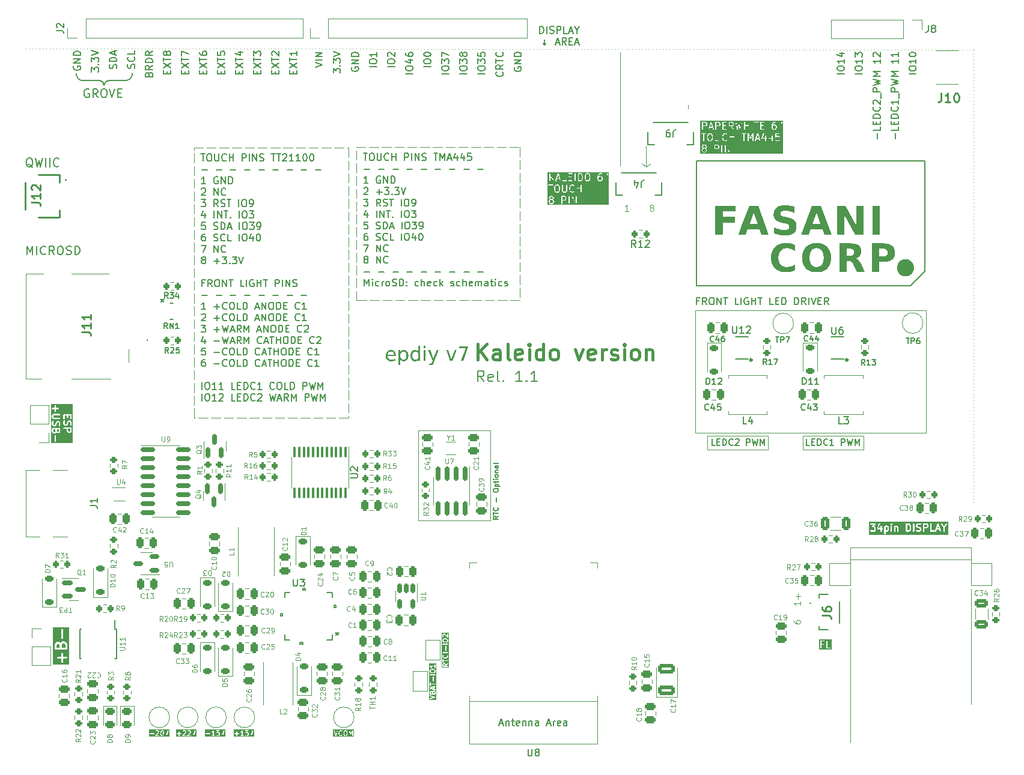
<source format=gto>
G04 #@! TF.GenerationSoftware,KiCad,Pcbnew,7.0.9-7.0.9~ubuntu22.04.1*
G04 #@! TF.CreationDate,2024-04-13T14:40:37+02:00*
G04 #@! TF.ProjectId,v7-kaleido,76372d6b-616c-4656-9964-6f2e6b696361,1.1*
G04 #@! TF.SameCoordinates,Original*
G04 #@! TF.FileFunction,Legend,Top*
G04 #@! TF.FilePolarity,Positive*
%FSLAX46Y46*%
G04 Gerber Fmt 4.6, Leading zero omitted, Abs format (unit mm)*
G04 Created by KiCad (PCBNEW 7.0.9-7.0.9~ubuntu22.04.1) date 2024-04-13 14:40:37*
%MOMM*%
%LPD*%
G01*
G04 APERTURE LIST*
G04 Aperture macros list*
%AMRoundRect*
0 Rectangle with rounded corners*
0 $1 Rounding radius*
0 $2 $3 $4 $5 $6 $7 $8 $9 X,Y pos of 4 corners*
0 Add a 4 corners polygon primitive as box body*
4,1,4,$2,$3,$4,$5,$6,$7,$8,$9,$2,$3,0*
0 Add four circle primitives for the rounded corners*
1,1,$1+$1,$2,$3*
1,1,$1+$1,$4,$5*
1,1,$1+$1,$6,$7*
1,1,$1+$1,$8,$9*
0 Add four rect primitives between the rounded corners*
20,1,$1+$1,$2,$3,$4,$5,0*
20,1,$1+$1,$4,$5,$6,$7,0*
20,1,$1+$1,$6,$7,$8,$9,0*
20,1,$1+$1,$8,$9,$2,$3,0*%
G04 Aperture macros list end*
%ADD10C,0.120000*%
%ADD11C,0.000000*%
%ADD12C,0.132291*%
%ADD13C,0.300000*%
%ADD14C,0.200000*%
%ADD15C,0.140000*%
%ADD16C,0.160000*%
%ADD17C,0.150000*%
%ADD18C,0.450000*%
%ADD19C,0.125000*%
%ADD20C,0.254000*%
%ADD21C,0.152400*%
%ADD22C,0.100000*%
%ADD23RoundRect,0.200000X-0.200000X-0.275000X0.200000X-0.275000X0.200000X0.275000X-0.200000X0.275000X0*%
%ADD24C,2.200000*%
%ADD25RoundRect,0.150000X0.150000X-0.587500X0.150000X0.587500X-0.150000X0.587500X-0.150000X-0.587500X0*%
%ADD26RoundRect,0.200000X-0.275000X0.200000X-0.275000X-0.200000X0.275000X-0.200000X0.275000X0.200000X0*%
%ADD27RoundRect,0.200000X0.275000X-0.200000X0.275000X0.200000X-0.275000X0.200000X-0.275000X-0.200000X0*%
%ADD28RoundRect,0.150000X-0.150000X0.587500X-0.150000X-0.587500X0.150000X-0.587500X0.150000X0.587500X0*%
%ADD29RoundRect,0.250000X0.250000X0.475000X-0.250000X0.475000X-0.250000X-0.475000X0.250000X-0.475000X0*%
%ADD30RoundRect,0.250000X-0.475000X0.250000X-0.475000X-0.250000X0.475000X-0.250000X0.475000X0.250000X0*%
%ADD31RoundRect,0.243750X-0.456250X0.243750X-0.456250X-0.243750X0.456250X-0.243750X0.456250X0.243750X0*%
%ADD32RoundRect,0.250000X0.475000X-0.250000X0.475000X0.250000X-0.475000X0.250000X-0.475000X-0.250000X0*%
%ADD33RoundRect,0.250000X0.650000X-0.325000X0.650000X0.325000X-0.650000X0.325000X-0.650000X-0.325000X0*%
%ADD34RoundRect,0.250000X-0.250000X-0.475000X0.250000X-0.475000X0.250000X0.475000X-0.250000X0.475000X0*%
%ADD35RoundRect,0.250000X-0.325000X-0.650000X0.325000X-0.650000X0.325000X0.650000X-0.325000X0.650000X0*%
%ADD36RoundRect,0.200000X0.200000X0.275000X-0.200000X0.275000X-0.200000X-0.275000X0.200000X-0.275000X0*%
%ADD37RoundRect,0.100000X-0.100000X0.637500X-0.100000X-0.637500X0.100000X-0.637500X0.100000X0.637500X0*%
%ADD38RoundRect,0.250000X0.925000X-0.412500X0.925000X0.412500X-0.925000X0.412500X-0.925000X-0.412500X0*%
%ADD39R,3.900000X2.200000*%
%ADD40R,4.200000X2.400000*%
%ADD41R,0.850000X0.200000*%
%ADD42R,0.200000X0.850000*%
%ADD43C,0.508000*%
%ADD44R,4.399999X4.399999*%
%ADD45RoundRect,0.225000X-0.375000X0.225000X-0.375000X-0.225000X0.375000X-0.225000X0.375000X0.225000X0*%
%ADD46RoundRect,0.225000X0.375000X-0.225000X0.375000X0.225000X-0.375000X0.225000X-0.375000X-0.225000X0*%
%ADD47C,2.500000*%
%ADD48R,0.650000X1.500000*%
%ADD49R,3.600000X2.700000*%
%ADD50R,1.700000X1.700000*%
%ADD51O,1.700000X1.700000*%
%ADD52R,0.800000X0.230000*%
%ADD53R,1.200000X0.700000*%
%ADD54RoundRect,0.150000X0.512500X0.150000X-0.512500X0.150000X-0.512500X-0.150000X0.512500X-0.150000X0*%
%ADD55R,0.500000X0.375000*%
%ADD56R,0.650000X0.300000*%
%ADD57R,1.257300X4.013200*%
%ADD58R,1.600000X2.800000*%
%ADD59R,0.250000X1.300000*%
%ADD60RoundRect,0.150000X-0.587500X-0.150000X0.587500X-0.150000X0.587500X0.150000X-0.587500X0.150000X0*%
%ADD61R,1.500000X1.000000*%
%ADD62R,1.070000X0.530000*%
%ADD63R,0.355600X0.838200*%
%ADD64R,0.406400X0.838200*%
%ADD65RoundRect,0.150000X-0.150000X0.825000X-0.150000X-0.825000X0.150000X-0.825000X0.150000X0.825000X0*%
%ADD66R,0.800000X0.300000*%
%ADD67R,0.800000X0.400000*%
%ADD68RoundRect,0.150000X-0.150000X0.512500X-0.150000X-0.512500X0.150000X-0.512500X0.150000X0.512500X0*%
%ADD69R,1.550000X0.600000*%
%ADD70R,1.800000X1.200000*%
%ADD71R,1.500000X0.900000*%
%ADD72R,0.900000X1.500000*%
%ADD73R,0.900000X0.900000*%
%ADD74R,0.609600X0.355600*%
%ADD75RoundRect,0.150000X-0.825000X-0.150000X0.825000X-0.150000X0.825000X0.150000X-0.825000X0.150000X0*%
%ADD76C,0.650000*%
%ADD77R,1.450000X0.600000*%
%ADD78R,1.450000X0.300000*%
%ADD79O,2.100000X1.000000*%
%ADD80O,1.600000X1.000000*%
%ADD81C,1.000000*%
%ADD82R,1.600000X0.700000*%
%ADD83R,1.500000X1.600000*%
%ADD84R,2.200000X1.200000*%
%ADD85R,1.000000X1.800000*%
G04 APERTURE END LIST*
D10*
X168513617Y-130191053D02*
X168513617Y-130362481D01*
X168513617Y-130362481D02*
X168556474Y-130448195D01*
X168556474Y-130448195D02*
X168599331Y-130491053D01*
X168599331Y-130491053D02*
X168727902Y-130576767D01*
X168727902Y-130576767D02*
X168899331Y-130619624D01*
X168899331Y-130619624D02*
X169242188Y-130619624D01*
X169242188Y-130619624D02*
X169327902Y-130576767D01*
X169327902Y-130576767D02*
X169370760Y-130533910D01*
X169370760Y-130533910D02*
X169413617Y-130448195D01*
X169413617Y-130448195D02*
X169413617Y-130276767D01*
X169413617Y-130276767D02*
X169370760Y-130191053D01*
X169370760Y-130191053D02*
X169327902Y-130148195D01*
X169327902Y-130148195D02*
X169242188Y-130105338D01*
X169242188Y-130105338D02*
X169027902Y-130105338D01*
X169027902Y-130105338D02*
X168942188Y-130148195D01*
X168942188Y-130148195D02*
X168899331Y-130191053D01*
X168899331Y-130191053D02*
X168856474Y-130276767D01*
X168856474Y-130276767D02*
X168856474Y-130448195D01*
X168856474Y-130448195D02*
X168899331Y-130533910D01*
X168899331Y-130533910D02*
X168942188Y-130576767D01*
X168942188Y-130576767D02*
X169027902Y-130619624D01*
D11*
G36*
X167520350Y-76929905D02*
G01*
X167602024Y-76933378D01*
X167682967Y-76939166D01*
X167763180Y-76947270D01*
X167842663Y-76957689D01*
X167921416Y-76970423D01*
X167999439Y-76985473D01*
X168076732Y-77002838D01*
X168153295Y-77022519D01*
X168229128Y-77044515D01*
X168304230Y-77068827D01*
X168378603Y-77095454D01*
X168452246Y-77124397D01*
X168525158Y-77155655D01*
X168597341Y-77189229D01*
X168668794Y-77225119D01*
X168668794Y-78050131D01*
X168599229Y-78004544D01*
X168529372Y-77961897D01*
X168459223Y-77922192D01*
X168388782Y-77885428D01*
X168318050Y-77851605D01*
X168247025Y-77820723D01*
X168175708Y-77792782D01*
X168104099Y-77767783D01*
X168032198Y-77745724D01*
X167960005Y-77726607D01*
X167887521Y-77710431D01*
X167814744Y-77697195D01*
X167741675Y-77686901D01*
X167668314Y-77679549D01*
X167594661Y-77675137D01*
X167520717Y-77673666D01*
X167451611Y-77675064D01*
X167384466Y-77679257D01*
X167319282Y-77686245D01*
X167256058Y-77696028D01*
X167194796Y-77708606D01*
X167135494Y-77723980D01*
X167078153Y-77742148D01*
X167022772Y-77763111D01*
X166969352Y-77786870D01*
X166917893Y-77813424D01*
X166868395Y-77842772D01*
X166820857Y-77874916D01*
X166775280Y-77909854D01*
X166731664Y-77947588D01*
X166690009Y-77988116D01*
X166650314Y-78031439D01*
X166612810Y-78076829D01*
X166577725Y-78124221D01*
X166545060Y-78173616D01*
X166514814Y-78225013D01*
X166486988Y-78278413D01*
X166461582Y-78333814D01*
X166438596Y-78391218D01*
X166418029Y-78450625D01*
X166399882Y-78512034D01*
X166384154Y-78575445D01*
X166370846Y-78640858D01*
X166359958Y-78708274D01*
X166351489Y-78777693D01*
X166345440Y-78849113D01*
X166341811Y-78922536D01*
X166340601Y-78997961D01*
X166341811Y-79073387D01*
X166345440Y-79146810D01*
X166351489Y-79218230D01*
X166359958Y-79287649D01*
X166370846Y-79355064D01*
X166384154Y-79420478D01*
X166399882Y-79483889D01*
X166418029Y-79545298D01*
X166438596Y-79604704D01*
X166461582Y-79662109D01*
X166486988Y-79717510D01*
X166514814Y-79770910D01*
X166545060Y-79822307D01*
X166577725Y-79871701D01*
X166612810Y-79919094D01*
X166650314Y-79964484D01*
X166690009Y-80007485D01*
X166731664Y-80047712D01*
X166775280Y-80085165D01*
X166820857Y-80119843D01*
X166868395Y-80151747D01*
X166917893Y-80180876D01*
X166969352Y-80207232D01*
X167022772Y-80230812D01*
X167078153Y-80251619D01*
X167135494Y-80269651D01*
X167194796Y-80284909D01*
X167256058Y-80297393D01*
X167319282Y-80307103D01*
X167384466Y-80314038D01*
X167451611Y-80318199D01*
X167520717Y-80319586D01*
X167520713Y-80319556D01*
X167595284Y-80318085D01*
X167669479Y-80313673D01*
X167743299Y-80306321D01*
X167816743Y-80296027D01*
X167889812Y-80282792D01*
X167962506Y-80266615D01*
X168034824Y-80247498D01*
X168106766Y-80225439D01*
X168178333Y-80200440D01*
X168249525Y-80172499D01*
X168320342Y-80141617D01*
X168390782Y-80107794D01*
X168460848Y-80071030D01*
X168530538Y-80031325D01*
X168599852Y-79988678D01*
X168668792Y-79943091D01*
X168668792Y-80768103D01*
X168597339Y-80803993D01*
X168525157Y-80837567D01*
X168452244Y-80868825D01*
X168378601Y-80897768D01*
X168304229Y-80924395D01*
X168229126Y-80948707D01*
X168153293Y-80970703D01*
X168076730Y-80990384D01*
X167999437Y-81007749D01*
X167921414Y-81022799D01*
X167842661Y-81035533D01*
X167763178Y-81045952D01*
X167682965Y-81054056D01*
X167602022Y-81059844D01*
X167520349Y-81063317D01*
X167437945Y-81064474D01*
X167314440Y-81062316D01*
X167194230Y-81055839D01*
X167077315Y-81045045D01*
X166963697Y-81029933D01*
X166853374Y-81010503D01*
X166746346Y-80986756D01*
X166642615Y-80958691D01*
X166542179Y-80926308D01*
X166445038Y-80889607D01*
X166351194Y-80848589D01*
X166260645Y-80803252D01*
X166173392Y-80753598D01*
X166089434Y-80699626D01*
X166008772Y-80641335D01*
X165931406Y-80578727D01*
X165857336Y-80511801D01*
X165787177Y-80440809D01*
X165721544Y-80366667D01*
X165660438Y-80289375D01*
X165603858Y-80208933D01*
X165551805Y-80125342D01*
X165504278Y-80038600D01*
X165461277Y-79948709D01*
X165422803Y-79855667D01*
X165388855Y-79759476D01*
X165359433Y-79660136D01*
X165334538Y-79557645D01*
X165314169Y-79452005D01*
X165298327Y-79343214D01*
X165287011Y-79231275D01*
X165280221Y-79116185D01*
X165277958Y-78997946D01*
X165280211Y-78879707D01*
X165286969Y-78764618D01*
X165298233Y-78652678D01*
X165314002Y-78543888D01*
X165334277Y-78438247D01*
X165359057Y-78335757D01*
X165388343Y-78236416D01*
X165422135Y-78140225D01*
X165460432Y-78047184D01*
X165503235Y-77957292D01*
X165550543Y-77870551D01*
X165602357Y-77786959D01*
X165658676Y-77706517D01*
X165719501Y-77629225D01*
X165784831Y-77555083D01*
X165854668Y-77484091D01*
X165928748Y-77416843D01*
X166006145Y-77353934D01*
X166086859Y-77295363D01*
X166170889Y-77241130D01*
X166258236Y-77191236D01*
X166348900Y-77145681D01*
X166442880Y-77104464D01*
X166540177Y-77067585D01*
X166640790Y-77035045D01*
X166744720Y-77006844D01*
X166851966Y-76982981D01*
X166962529Y-76963457D01*
X167076409Y-76948272D01*
X167193605Y-76937425D01*
X167314118Y-76930917D01*
X167437947Y-76928748D01*
X167520350Y-76929905D01*
G37*
D10*
X115614500Y-116109693D02*
X115614500Y-103409693D01*
X125266500Y-103409693D02*
X125774500Y-103409693D01*
X154650000Y-86420000D02*
X187170000Y-86420000D01*
X187170000Y-103730000D01*
X154650000Y-103730000D01*
X154650000Y-86420000D01*
D12*
X154802852Y-82995489D02*
X184948237Y-82995489D01*
D10*
X193510000Y-125695000D02*
X193510000Y-142000000D01*
X144000000Y-50000000D02*
X144000000Y-66000000D01*
D11*
G36*
X160277534Y-72496787D02*
G01*
X158485718Y-72496787D01*
X158485718Y-73258445D01*
X160170683Y-73258445D01*
X160170683Y-74055717D01*
X158485718Y-74055717D01*
X158485718Y-75790000D01*
X157430905Y-75790000D01*
X157430905Y-71699516D01*
X160277534Y-71699516D01*
X160277534Y-72496787D01*
G37*
D10*
X153610000Y-58000000D02*
X153610000Y-57480000D01*
X60300000Y-49500000D02*
X60300000Y-49500000D01*
X60779999Y-49500719D02*
X60779999Y-49500719D01*
X61259999Y-49501438D02*
X61259999Y-49501438D01*
X61739998Y-49502157D02*
X61739998Y-49502157D01*
X62219998Y-49502876D02*
X62219998Y-49502876D01*
X62699997Y-49503596D02*
X62699997Y-49503596D01*
X63179997Y-49504315D02*
X63179997Y-49504315D01*
X63659996Y-49505034D02*
X63659996Y-49505034D01*
X64139996Y-49505753D02*
X64139996Y-49505753D01*
X64619995Y-49506472D02*
X64619995Y-49506472D01*
X65099995Y-49507191D02*
X65099995Y-49507191D01*
X65579994Y-49507910D02*
X65579994Y-49507910D01*
X66059994Y-49508629D02*
X66059994Y-49508629D01*
X66539993Y-49509348D02*
X66539993Y-49509348D01*
X67019992Y-49510067D02*
X67019992Y-49510067D01*
X67499992Y-49510787D02*
X67499992Y-49510787D01*
X67979991Y-49511506D02*
X67979991Y-49511506D01*
X68459991Y-49512225D02*
X68459991Y-49512225D01*
X68939990Y-49512944D02*
X68939990Y-49512944D01*
X69419990Y-49513663D02*
X69419990Y-49513663D01*
X69899989Y-49514382D02*
X69899989Y-49514382D01*
X70379989Y-49515101D02*
X70379989Y-49515101D01*
X70859988Y-49515820D02*
X70859988Y-49515820D01*
X71339988Y-49516539D02*
X71339988Y-49516539D01*
X71819987Y-49517258D02*
X71819987Y-49517258D01*
X72299987Y-49517978D02*
X72299987Y-49517978D01*
X72779986Y-49518697D02*
X72779986Y-49518697D01*
X73259985Y-49519416D02*
X73259985Y-49519416D01*
X73739985Y-49520135D02*
X73739985Y-49520135D01*
X74219984Y-49520854D02*
X74219984Y-49520854D01*
X74699984Y-49521573D02*
X74699984Y-49521573D01*
X75179983Y-49522292D02*
X75179983Y-49522292D01*
X75659983Y-49523011D02*
X75659983Y-49523011D01*
X76139982Y-49523730D02*
X76139982Y-49523730D01*
X76619982Y-49524449D02*
X76619982Y-49524449D01*
X77099981Y-49525169D02*
X77099981Y-49525169D01*
X77579981Y-49525888D02*
X77579981Y-49525888D01*
X78059980Y-49526607D02*
X78059980Y-49526607D01*
X78539980Y-49527326D02*
X78539980Y-49527326D01*
X79019979Y-49528045D02*
X79019979Y-49528045D01*
X79499978Y-49528764D02*
X79499978Y-49528764D01*
X79979978Y-49529483D02*
X79979978Y-49529483D01*
X80459977Y-49530202D02*
X80459977Y-49530202D01*
X80939977Y-49530921D02*
X80939977Y-49530921D01*
X81419976Y-49531640D02*
X81419976Y-49531640D01*
X81899976Y-49532360D02*
X81899976Y-49532360D01*
X82379975Y-49533079D02*
X82379975Y-49533079D01*
X82859975Y-49533798D02*
X82859975Y-49533798D01*
X83339974Y-49534517D02*
X83339974Y-49534517D01*
X83819974Y-49535236D02*
X83819974Y-49535236D01*
X84299973Y-49535955D02*
X84299973Y-49535955D01*
X84779973Y-49536674D02*
X84779973Y-49536674D01*
X85259972Y-49537393D02*
X85259972Y-49537393D01*
X85739971Y-49538112D02*
X85739971Y-49538112D01*
X86219971Y-49538831D02*
X86219971Y-49538831D01*
X86699970Y-49539551D02*
X86699970Y-49539551D01*
X87179970Y-49540270D02*
X87179970Y-49540270D01*
X87659969Y-49540989D02*
X87659969Y-49540989D01*
X88139969Y-49541708D02*
X88139969Y-49541708D01*
X88619968Y-49542427D02*
X88619968Y-49542427D01*
X89099968Y-49543146D02*
X89099968Y-49543146D01*
X89579967Y-49543865D02*
X89579967Y-49543865D01*
X90059967Y-49544584D02*
X90059967Y-49544584D01*
X90539966Y-49545303D02*
X90539966Y-49545303D01*
X91019966Y-49546022D02*
X91019966Y-49546022D01*
X91499965Y-49546742D02*
X91499965Y-49546742D01*
X91979964Y-49547461D02*
X91979964Y-49547461D01*
X92459964Y-49548180D02*
X92459964Y-49548180D01*
X92939963Y-49548899D02*
X92939963Y-49548899D01*
X93419963Y-49549618D02*
X93419963Y-49549618D01*
X93899962Y-49550337D02*
X93899962Y-49550337D01*
X94379962Y-49551056D02*
X94379962Y-49551056D01*
X94859961Y-49551775D02*
X94859961Y-49551775D01*
X95339961Y-49552494D02*
X95339961Y-49552494D01*
X95819960Y-49553213D02*
X95819960Y-49553213D01*
X96299960Y-49553933D02*
X96299960Y-49553933D01*
X96779959Y-49554652D02*
X96779959Y-49554652D01*
X97259959Y-49555371D02*
X97259959Y-49555371D01*
X97739958Y-49556090D02*
X97739958Y-49556090D01*
X98219957Y-49556809D02*
X98219957Y-49556809D01*
X98699957Y-49557528D02*
X98699957Y-49557528D01*
X99179956Y-49558247D02*
X99179956Y-49558247D01*
X99659956Y-49558966D02*
X99659956Y-49558966D01*
X100139955Y-49559685D02*
X100139955Y-49559685D01*
X100619955Y-49560404D02*
X100619955Y-49560404D01*
X101099954Y-49561124D02*
X101099954Y-49561124D01*
X101579954Y-49561843D02*
X101579954Y-49561843D01*
X102059953Y-49562562D02*
X102059953Y-49562562D01*
X102539953Y-49563281D02*
X102539953Y-49563281D01*
X103019952Y-49564000D02*
X103019952Y-49564000D01*
X103499952Y-49564719D02*
X103499952Y-49564719D01*
X103979951Y-49565438D02*
X103979951Y-49565438D01*
X104459950Y-49566157D02*
X104459950Y-49566157D01*
X104939950Y-49566876D02*
X104939950Y-49566876D01*
X105419949Y-49567595D02*
X105419949Y-49567595D01*
X105899949Y-49568315D02*
X105899949Y-49568315D01*
X106379948Y-49569034D02*
X106379948Y-49569034D01*
X106859948Y-49569753D02*
X106859948Y-49569753D01*
X107339947Y-49570472D02*
X107339947Y-49570472D01*
X107819947Y-49571191D02*
X107819947Y-49571191D01*
X108299946Y-49571910D02*
X108299946Y-49571910D01*
X108779946Y-49572629D02*
X108779946Y-49572629D01*
X109259945Y-49573348D02*
X109259945Y-49573348D01*
X109739945Y-49574067D02*
X109739945Y-49574067D01*
X110219944Y-49574786D02*
X110219944Y-49574786D01*
X110699943Y-49575506D02*
X110699943Y-49575506D01*
X111179943Y-49576225D02*
X111179943Y-49576225D01*
X111659942Y-49576944D02*
X111659942Y-49576944D01*
X112139942Y-49577663D02*
X112139942Y-49577663D01*
X112619941Y-49578382D02*
X112619941Y-49578382D01*
X113099941Y-49579101D02*
X113099941Y-49579101D01*
X113579940Y-49579820D02*
X113579940Y-49579820D01*
X114059940Y-49580539D02*
X114059940Y-49580539D01*
X114539939Y-49581258D02*
X114539939Y-49581258D01*
X115019939Y-49581977D02*
X115019939Y-49581977D01*
X115499938Y-49582697D02*
X115499938Y-49582697D01*
X115979938Y-49583416D02*
X115979938Y-49583416D01*
X116459937Y-49584135D02*
X116459937Y-49584135D01*
X116939936Y-49584854D02*
X116939936Y-49584854D01*
X117419936Y-49585573D02*
X117419936Y-49585573D01*
X117899935Y-49586292D02*
X117899935Y-49586292D01*
X118379935Y-49587011D02*
X118379935Y-49587011D01*
X118859934Y-49587730D02*
X118859934Y-49587730D01*
X119339934Y-49588449D02*
X119339934Y-49588449D01*
X119819933Y-49589168D02*
X119819933Y-49589168D01*
X120299933Y-49589888D02*
X120299933Y-49589888D01*
X120779932Y-49590607D02*
X120779932Y-49590607D01*
X121259932Y-49591326D02*
X121259932Y-49591326D01*
X121739931Y-49592045D02*
X121739931Y-49592045D01*
X122219931Y-49592764D02*
X122219931Y-49592764D01*
X122699930Y-49593483D02*
X122699930Y-49593483D01*
X123179929Y-49594202D02*
X123179929Y-49594202D01*
X123659929Y-49594921D02*
X123659929Y-49594921D01*
X124139928Y-49595640D02*
X124139928Y-49595640D01*
X124619928Y-49596359D02*
X124619928Y-49596359D01*
X125099927Y-49597079D02*
X125099927Y-49597079D01*
X125579927Y-49597798D02*
X125579927Y-49597798D01*
X126059926Y-49598517D02*
X126059926Y-49598517D01*
X126539926Y-49599236D02*
X126539926Y-49599236D01*
X127019925Y-49599955D02*
X127019925Y-49599955D01*
X127499925Y-49600674D02*
X127499925Y-49600674D01*
X127979924Y-49601393D02*
X127979924Y-49601393D01*
X128459924Y-49602112D02*
X128459924Y-49602112D01*
X128939923Y-49602831D02*
X128939923Y-49602831D01*
X129419922Y-49603550D02*
X129419922Y-49603550D01*
X129899922Y-49604270D02*
X129899922Y-49604270D01*
X130379921Y-49604989D02*
X130379921Y-49604989D01*
X130859921Y-49605708D02*
X130859921Y-49605708D01*
X131339920Y-49606427D02*
X131339920Y-49606427D01*
X131819920Y-49607146D02*
X131819920Y-49607146D01*
X132299919Y-49607865D02*
X132299919Y-49607865D01*
X132779919Y-49608584D02*
X132779919Y-49608584D01*
X133259918Y-49609303D02*
X133259918Y-49609303D01*
X133739918Y-49610022D02*
X133739918Y-49610022D01*
X134219917Y-49610741D02*
X134219917Y-49610741D01*
X134699917Y-49611461D02*
X134699917Y-49611461D01*
X135179916Y-49612180D02*
X135179916Y-49612180D01*
X135659915Y-49612899D02*
X135659915Y-49612899D01*
X136139915Y-49613618D02*
X136139915Y-49613618D01*
X136619914Y-49614337D02*
X136619914Y-49614337D01*
X137099914Y-49615056D02*
X137099914Y-49615056D01*
X137579913Y-49615775D02*
X137579913Y-49615775D01*
X138059913Y-49616494D02*
X138059913Y-49616494D01*
X138539912Y-49617213D02*
X138539912Y-49617213D01*
X139019912Y-49617932D02*
X139019912Y-49617932D01*
X139499911Y-49618652D02*
X139499911Y-49618652D01*
X139979911Y-49619371D02*
X139979911Y-49619371D01*
X140459910Y-49620090D02*
X140459910Y-49620090D01*
X140939910Y-49620809D02*
X140939910Y-49620809D01*
X141419909Y-49621528D02*
X141419909Y-49621528D01*
X141899908Y-49622247D02*
X141899908Y-49622247D01*
X142379908Y-49622966D02*
X142379908Y-49622966D01*
X142859907Y-49623685D02*
X142859907Y-49623685D01*
X143339907Y-49624404D02*
X143339907Y-49624404D01*
X143819906Y-49625123D02*
X143819906Y-49625123D01*
X144299906Y-49625843D02*
X144299906Y-49625843D01*
X144779905Y-49626562D02*
X144779905Y-49626562D01*
X145259905Y-49627281D02*
X145259905Y-49627281D01*
X145739904Y-49628000D02*
X145739904Y-49628000D01*
X146219904Y-49628719D02*
X146219904Y-49628719D01*
X146699903Y-49629438D02*
X146699903Y-49629438D01*
X147179903Y-49630157D02*
X147179903Y-49630157D01*
X147659902Y-49630876D02*
X147659902Y-49630876D01*
X148139901Y-49631595D02*
X148139901Y-49631595D01*
X148619901Y-49632314D02*
X148619901Y-49632314D01*
X149099900Y-49633034D02*
X149099900Y-49633034D01*
X149579900Y-49633753D02*
X149579900Y-49633753D01*
X150059899Y-49634472D02*
X150059899Y-49634472D01*
X150539899Y-49635191D02*
X150539899Y-49635191D01*
X151019898Y-49635910D02*
X151019898Y-49635910D01*
X151499898Y-49636629D02*
X151499898Y-49636629D01*
X151979897Y-49637348D02*
X151979897Y-49637348D01*
X152459897Y-49638067D02*
X152459897Y-49638067D01*
X152939896Y-49638786D02*
X152939896Y-49638786D01*
X153419896Y-49639505D02*
X153419896Y-49639505D01*
X153899895Y-49640225D02*
X153899895Y-49640225D01*
X154379894Y-49640944D02*
X154379894Y-49640944D01*
X154859894Y-49641663D02*
X154859894Y-49641663D01*
X155339893Y-49642382D02*
X155339893Y-49642382D01*
X155819893Y-49643101D02*
X155819893Y-49643101D01*
X156299892Y-49643820D02*
X156299892Y-49643820D01*
X156779892Y-49644539D02*
X156779892Y-49644539D01*
X157259891Y-49645258D02*
X157259891Y-49645258D01*
X157739891Y-49645977D02*
X157739891Y-49645977D01*
X158219890Y-49646696D02*
X158219890Y-49646696D01*
X158699890Y-49647416D02*
X158699890Y-49647416D01*
X159179889Y-49648135D02*
X159179889Y-49648135D01*
X159659888Y-49648854D02*
X159659888Y-49648854D01*
X160139888Y-49649573D02*
X160139888Y-49649573D01*
X160619887Y-49650292D02*
X160619887Y-49650292D01*
X161099887Y-49651011D02*
X161099887Y-49651011D01*
X161579886Y-49651730D02*
X161579886Y-49651730D01*
X162059886Y-49652449D02*
X162059886Y-49652449D01*
X162539885Y-49653168D02*
X162539885Y-49653168D01*
X163019885Y-49653887D02*
X163019885Y-49653887D01*
X163499884Y-49654607D02*
X163499884Y-49654607D01*
X163979884Y-49655326D02*
X163979884Y-49655326D01*
X164459883Y-49656045D02*
X164459883Y-49656045D01*
X164939883Y-49656764D02*
X164939883Y-49656764D01*
X165419882Y-49657483D02*
X165419882Y-49657483D01*
X165899881Y-49658202D02*
X165899881Y-49658202D01*
X166379881Y-49658921D02*
X166379881Y-49658921D01*
X166859880Y-49659640D02*
X166859880Y-49659640D01*
X167339880Y-49660359D02*
X167339880Y-49660359D01*
X167819879Y-49661078D02*
X167819879Y-49661078D01*
X168299879Y-49661798D02*
X168299879Y-49661798D01*
X168779878Y-49662517D02*
X168779878Y-49662517D01*
X169259878Y-49663236D02*
X169259878Y-49663236D01*
X169739877Y-49663955D02*
X169739877Y-49663955D01*
X170219877Y-49664674D02*
X170219877Y-49664674D01*
X170699876Y-49665393D02*
X170699876Y-49665393D01*
X171179876Y-49666112D02*
X171179876Y-49666112D01*
X171659875Y-49666831D02*
X171659875Y-49666831D01*
X172139874Y-49667550D02*
X172139874Y-49667550D01*
X172619874Y-49668269D02*
X172619874Y-49668269D01*
X173099873Y-49668989D02*
X173099873Y-49668989D01*
X173579873Y-49669708D02*
X173579873Y-49669708D01*
X174059872Y-49670427D02*
X174059872Y-49670427D01*
X174539872Y-49671146D02*
X174539872Y-49671146D01*
X175019871Y-49671865D02*
X175019871Y-49671865D01*
X175499871Y-49672584D02*
X175499871Y-49672584D01*
X175979870Y-49673303D02*
X175979870Y-49673303D01*
X176459870Y-49674022D02*
X176459870Y-49674022D01*
X176939869Y-49674741D02*
X176939869Y-49674741D01*
X177419869Y-49675460D02*
X177419869Y-49675460D01*
X177899868Y-49676180D02*
X177899868Y-49676180D01*
X178379867Y-49676899D02*
X178379867Y-49676899D01*
X178859867Y-49677618D02*
X178859867Y-49677618D01*
X179339866Y-49678337D02*
X179339866Y-49678337D01*
X179819866Y-49679056D02*
X179819866Y-49679056D01*
X180299865Y-49679775D02*
X180299865Y-49679775D01*
X180779865Y-49680494D02*
X180779865Y-49680494D01*
X181259864Y-49681213D02*
X181259864Y-49681213D01*
X181739864Y-49681932D02*
X181739864Y-49681932D01*
X182219863Y-49682651D02*
X182219863Y-49682651D01*
X182699863Y-49683371D02*
X182699863Y-49683371D01*
X183179862Y-49684090D02*
X183179862Y-49684090D01*
X183659862Y-49684809D02*
X183659862Y-49684809D01*
X184139861Y-49685528D02*
X184139861Y-49685528D01*
X184619860Y-49686247D02*
X184619860Y-49686247D01*
X185099860Y-49686966D02*
X185099860Y-49686966D01*
X185579859Y-49687685D02*
X185579859Y-49687685D01*
X186059859Y-49688404D02*
X186059859Y-49688404D01*
X186539858Y-49689123D02*
X186539858Y-49689123D01*
X187019858Y-49689842D02*
X187019858Y-49689842D01*
X187499857Y-49690562D02*
X187499857Y-49690562D01*
X187979857Y-49691281D02*
X187979857Y-49691281D01*
X188459856Y-49692000D02*
X188459856Y-49692000D01*
X188939856Y-49692719D02*
X188939856Y-49692719D01*
X189419855Y-49693438D02*
X189419855Y-49693438D01*
X189899855Y-49694157D02*
X189899855Y-49694157D01*
X190379854Y-49694876D02*
X190379854Y-49694876D01*
X190859853Y-49695595D02*
X190859853Y-49695595D01*
X191339853Y-49696314D02*
X191339853Y-49696314D01*
X191819852Y-49697033D02*
X191819852Y-49697033D01*
X192299852Y-49697753D02*
X192299852Y-49697753D01*
X192779851Y-49698472D02*
X192779851Y-49698472D01*
X193259851Y-49699191D02*
X193259851Y-49699191D01*
X193739850Y-49699910D02*
X193739850Y-49699910D01*
X193800000Y-49700000D02*
X193800000Y-49700000D01*
X193800000Y-50180000D02*
X193800000Y-50180000D01*
X193800000Y-50660000D02*
X193800000Y-50660000D01*
X193800000Y-51140000D02*
X193800000Y-51140000D01*
X193800000Y-51620000D02*
X193800000Y-51620000D01*
X193800000Y-52100000D02*
X193800000Y-52100000D01*
X193800000Y-52580000D02*
X193800000Y-52580000D01*
X193800000Y-53060000D02*
X193800000Y-53060000D01*
X193800000Y-53540000D02*
X193800000Y-53540000D01*
X193800000Y-54020000D02*
X193800000Y-54020000D01*
X193800000Y-54500000D02*
X193800000Y-54500000D01*
X193800000Y-54980000D02*
X193800000Y-54980000D01*
X193800000Y-55460000D02*
X193800000Y-55460000D01*
X193800000Y-55940000D02*
X193800000Y-55940000D01*
X193800000Y-56420000D02*
X193800000Y-56420000D01*
X193800000Y-56900000D02*
X193800000Y-56900000D01*
X193800000Y-57380000D02*
X193800000Y-57380000D01*
X193800000Y-57860000D02*
X193800000Y-57860000D01*
X193800000Y-58340000D02*
X193800000Y-58340000D01*
X193800000Y-58820000D02*
X193800000Y-58820000D01*
X193800000Y-59300000D02*
X193800000Y-59300000D01*
X193800000Y-59780000D02*
X193800000Y-59780000D01*
X193800000Y-60260000D02*
X193800000Y-60260000D01*
X193800000Y-60740000D02*
X193800000Y-60740000D01*
X193800000Y-61220000D02*
X193800000Y-61220000D01*
X193800000Y-61700000D02*
X193800000Y-61700000D01*
X193800000Y-62180000D02*
X193800000Y-62180000D01*
X193800000Y-62660000D02*
X193800000Y-62660000D01*
X193800000Y-63140000D02*
X193800000Y-63140000D01*
X193800000Y-63620000D02*
X193800000Y-63620000D01*
X193800000Y-64100000D02*
X193800000Y-64100000D01*
X193800000Y-64580000D02*
X193800000Y-64580000D01*
X193800000Y-65060000D02*
X193800000Y-65060000D01*
X193800000Y-65540000D02*
X193800000Y-65540000D01*
X193800000Y-66020000D02*
X193800000Y-66020000D01*
X193800000Y-66500000D02*
X193800000Y-66500000D01*
X193800000Y-66980000D02*
X193800000Y-66980000D01*
X193800000Y-67460000D02*
X193800000Y-67460000D01*
X193800000Y-67940000D02*
X193800000Y-67940000D01*
X193800000Y-68420000D02*
X193800000Y-68420000D01*
X193800000Y-68900000D02*
X193800000Y-68900000D01*
X193800000Y-69380000D02*
X193800000Y-69380000D01*
X193800000Y-69860000D02*
X193800000Y-69860000D01*
X193800000Y-70340000D02*
X193800000Y-70340000D01*
X193800000Y-70820000D02*
X193800000Y-70820000D01*
X193800000Y-71300000D02*
X193800000Y-71300000D01*
X193800000Y-71780000D02*
X193800000Y-71780000D01*
X193800000Y-72260000D02*
X193800000Y-72260000D01*
X193800000Y-72740000D02*
X193800000Y-72740000D01*
X193800000Y-73220000D02*
X193800000Y-73220000D01*
X193800000Y-73700000D02*
X193800000Y-73700000D01*
X193800000Y-74180000D02*
X193800000Y-74180000D01*
X193800000Y-74660000D02*
X193800000Y-74660000D01*
X193800000Y-75140000D02*
X193800000Y-75140000D01*
X193800000Y-75620000D02*
X193800000Y-75620000D01*
X193800000Y-76100000D02*
X193800000Y-76100000D01*
X193800000Y-76580000D02*
X193800000Y-76580000D01*
X193800000Y-77060000D02*
X193800000Y-77060000D01*
X193800000Y-77540000D02*
X193800000Y-77540000D01*
X193800000Y-78020000D02*
X193800000Y-78020000D01*
X193800000Y-78500000D02*
X193800000Y-78500000D01*
X193800000Y-78980000D02*
X193800000Y-78980000D01*
X193800000Y-79460000D02*
X193800000Y-79460000D01*
X193800000Y-79940000D02*
X193800000Y-79940000D01*
X193800000Y-80420000D02*
X193800000Y-80420000D01*
X193800000Y-80900000D02*
X193800000Y-80900000D01*
X193800000Y-81380000D02*
X193800000Y-81380000D01*
X193800000Y-81860000D02*
X193800000Y-81860000D01*
X193800000Y-82340000D02*
X193800000Y-82340000D01*
X193800000Y-82820000D02*
X193800000Y-82820000D01*
X193800000Y-83300000D02*
X193800000Y-83300000D01*
X193800000Y-83780000D02*
X193800000Y-83780000D01*
X193800000Y-84260000D02*
X193800000Y-84260000D01*
X193800000Y-84740000D02*
X193800000Y-84740000D01*
X193800000Y-85220000D02*
X193800000Y-85220000D01*
X193800000Y-85700000D02*
X193800000Y-85700000D01*
X193800000Y-86180000D02*
X193800000Y-86180000D01*
X193800000Y-86660000D02*
X193800000Y-86660000D01*
X193800000Y-87140000D02*
X193800000Y-87140000D01*
X193800000Y-87620000D02*
X193800000Y-87620000D01*
X193800000Y-88100000D02*
X193800000Y-88100000D01*
X193800000Y-88580000D02*
X193800000Y-88580000D01*
X193800000Y-89060000D02*
X193800000Y-89060000D01*
X193800000Y-89540000D02*
X193800000Y-89540000D01*
X193800000Y-90020000D02*
X193800000Y-90020000D01*
X193800000Y-90500000D02*
X193800000Y-90500000D01*
X193800000Y-90980000D02*
X193800000Y-90980000D01*
X193800000Y-91460000D02*
X193800000Y-91460000D01*
X193800000Y-91940000D02*
X193800000Y-91940000D01*
X193800000Y-92420000D02*
X193800000Y-92420000D01*
X193800000Y-92900000D02*
X193800000Y-92900000D01*
X193800000Y-93380000D02*
X193800000Y-93380000D01*
X193800000Y-93860000D02*
X193800000Y-93860000D01*
X193800000Y-94340000D02*
X193800000Y-94340000D01*
X193800000Y-94820000D02*
X193800000Y-94820000D01*
X193800000Y-95300000D02*
X193800000Y-95300000D01*
X193800000Y-95780000D02*
X193800000Y-95780000D01*
X193800000Y-96260000D02*
X193800000Y-96260000D01*
X193800000Y-96740000D02*
X193800000Y-96740000D01*
X193800000Y-97220000D02*
X193800000Y-97220000D01*
X193800000Y-97700000D02*
X193800000Y-97700000D01*
X193800000Y-98180000D02*
X193800000Y-98180000D01*
X193800000Y-98660000D02*
X193800000Y-98660000D01*
X193800000Y-99140000D02*
X193800000Y-99140000D01*
X193800000Y-99620000D02*
X193800000Y-99620000D01*
X193800000Y-100100000D02*
X193800000Y-100100000D01*
X193800000Y-100580000D02*
X193800000Y-100580000D01*
X193800000Y-101060000D02*
X193800000Y-101060000D01*
X193800000Y-101540000D02*
X193800000Y-101540000D01*
X193800000Y-102020000D02*
X193800000Y-102020000D01*
X193800000Y-102500000D02*
X193800000Y-102500000D01*
X193800000Y-102980000D02*
X193800000Y-102980000D01*
X193800000Y-103460000D02*
X193800000Y-103460000D01*
X193800000Y-103940000D02*
X193800000Y-103940000D01*
X193800000Y-104420000D02*
X193800000Y-104420000D01*
X193800000Y-104900000D02*
X193800000Y-104900000D01*
X193800000Y-105380000D02*
X193800000Y-105380000D01*
X193800000Y-105860000D02*
X193800000Y-105860000D01*
X193800000Y-106340000D02*
X193800000Y-106340000D01*
X193800000Y-106820000D02*
X193800000Y-106820000D01*
X193800000Y-107300000D02*
X193800000Y-107300000D01*
X193800000Y-107780000D02*
X193800000Y-107780000D01*
X193800000Y-108260000D02*
X193800000Y-108260000D01*
X193800000Y-108740000D02*
X193800000Y-108740000D01*
X193800000Y-109220000D02*
X193800000Y-109220000D01*
X193800000Y-109700000D02*
X193800000Y-109700000D01*
X193800000Y-110180000D02*
X193800000Y-110180000D01*
X193800000Y-110660000D02*
X193800000Y-110660000D01*
X193800000Y-111140000D02*
X193800000Y-111140000D01*
X193800000Y-111620000D02*
X193800000Y-111620000D01*
X193800000Y-112100000D02*
X193800000Y-112100000D01*
X193800000Y-112580000D02*
X193800000Y-112580000D01*
X193800000Y-113060000D02*
X193800000Y-113060000D01*
X193800000Y-113540000D02*
X193800000Y-113540000D01*
D12*
X154802852Y-65330315D02*
X154802852Y-82995489D01*
D10*
X125774500Y-116109693D02*
X115614500Y-116109693D01*
D12*
X187002848Y-80916617D02*
X187002848Y-65330315D01*
D10*
X156305000Y-104170000D02*
X164895000Y-104170000D01*
X164895000Y-106090000D01*
X156305000Y-106090000D01*
X156305000Y-104170000D01*
D12*
X187002848Y-65330315D02*
X154802852Y-65330315D01*
D10*
X147090000Y-65740000D02*
X147700000Y-66200000D01*
X169740000Y-104170000D02*
X178330000Y-104170000D01*
X178330000Y-106090000D01*
X169740000Y-106090000D01*
X169740000Y-104170000D01*
X125774500Y-103409693D02*
X125774500Y-116109693D01*
D11*
G36*
X177289002Y-74505058D02*
G01*
X177289002Y-71699516D01*
X178289021Y-71699516D01*
X178289021Y-75790000D01*
X177110915Y-75790000D01*
X175623216Y-72984458D01*
X175623216Y-75790000D01*
X174623196Y-75790000D01*
X174623196Y-71699516D01*
X175801303Y-71699516D01*
X177289002Y-74505058D01*
G37*
G36*
X176580728Y-77002024D02*
G01*
X176682186Y-77005653D01*
X176779639Y-77011701D01*
X176873087Y-77020169D01*
X176962531Y-77031056D01*
X177047969Y-77044363D01*
X177129403Y-77060090D01*
X177206832Y-77078238D01*
X177244034Y-77088198D01*
X177280214Y-77098721D01*
X177315372Y-77109808D01*
X177349508Y-77121457D01*
X177382621Y-77133669D01*
X177414713Y-77146445D01*
X177445782Y-77159784D01*
X177475830Y-77173685D01*
X177504855Y-77188151D01*
X177532858Y-77203179D01*
X177559839Y-77218771D01*
X177585798Y-77234926D01*
X177610734Y-77251645D01*
X177634649Y-77268927D01*
X177657541Y-77286773D01*
X177679412Y-77305182D01*
X177700386Y-77324050D01*
X177720588Y-77343273D01*
X177740018Y-77362850D01*
X177758676Y-77382781D01*
X177776563Y-77403067D01*
X177793678Y-77423708D01*
X177810021Y-77444702D01*
X177825592Y-77466051D01*
X177840392Y-77487755D01*
X177854420Y-77509813D01*
X177867675Y-77532225D01*
X177880160Y-77554992D01*
X177891872Y-77578113D01*
X177902812Y-77601589D01*
X177912981Y-77625419D01*
X177922377Y-77649603D01*
X177931430Y-77673894D01*
X177939899Y-77698706D01*
X177947784Y-77724039D01*
X177955085Y-77749894D01*
X177961801Y-77776270D01*
X177967934Y-77803167D01*
X177973483Y-77830586D01*
X177978447Y-77858527D01*
X177982828Y-77886988D01*
X177986624Y-77915972D01*
X177989837Y-77945476D01*
X177992465Y-77975502D01*
X177994509Y-78006050D01*
X177995970Y-78037119D01*
X177996846Y-78068709D01*
X177997138Y-78100821D01*
X177997138Y-78100836D01*
X177994145Y-78196506D01*
X177985165Y-78287941D01*
X177970199Y-78375141D01*
X177949246Y-78458107D01*
X177936524Y-78498002D01*
X177922306Y-78536838D01*
X177906592Y-78574616D01*
X177889381Y-78611335D01*
X177870673Y-78646996D01*
X177850468Y-78681598D01*
X177828767Y-78715141D01*
X177805569Y-78747626D01*
X177780875Y-78779052D01*
X177754684Y-78809420D01*
X177726996Y-78838729D01*
X177697812Y-78866979D01*
X177667131Y-78894171D01*
X177634953Y-78920304D01*
X177601279Y-78945379D01*
X177566108Y-78969396D01*
X177491277Y-79014253D01*
X177410458Y-79054875D01*
X177323654Y-79091264D01*
X177230862Y-79123419D01*
X177259627Y-79130605D01*
X177287849Y-79138813D01*
X177315528Y-79148043D01*
X177342666Y-79158295D01*
X177369261Y-79169569D01*
X177395314Y-79181866D01*
X177420824Y-79195184D01*
X177445792Y-79209525D01*
X177470218Y-79224887D01*
X177494102Y-79241272D01*
X177517443Y-79258679D01*
X177540242Y-79277108D01*
X177562498Y-79296559D01*
X177584212Y-79317032D01*
X177605384Y-79338527D01*
X177626014Y-79361044D01*
X177646664Y-79384563D01*
X177667231Y-79409062D01*
X177687715Y-79434541D01*
X177708115Y-79461000D01*
X177728432Y-79488440D01*
X177748665Y-79516860D01*
X177768815Y-79546261D01*
X177788881Y-79576641D01*
X177808864Y-79608003D01*
X177828763Y-79640345D01*
X177868312Y-79707970D01*
X177907527Y-79779517D01*
X177946408Y-79854987D01*
X178504428Y-80987051D01*
X177409747Y-80987051D01*
X176923817Y-79996497D01*
X176906734Y-79962091D01*
X176889525Y-79928957D01*
X176872192Y-79897096D01*
X176854733Y-79866506D01*
X176837149Y-79837189D01*
X176819439Y-79809144D01*
X176801605Y-79782371D01*
X176783645Y-79756871D01*
X176765561Y-79732642D01*
X176747351Y-79709686D01*
X176729016Y-79688003D01*
X176710556Y-79667591D01*
X176691970Y-79648452D01*
X176673260Y-79630586D01*
X176654424Y-79613991D01*
X176635463Y-79598669D01*
X176616335Y-79584121D01*
X176596331Y-79570511D01*
X176575451Y-79557840D01*
X176553695Y-79546107D01*
X176531063Y-79535313D01*
X176507555Y-79525457D01*
X176483171Y-79516539D01*
X176457911Y-79508561D01*
X176431774Y-79501520D01*
X176404762Y-79495419D01*
X176376873Y-79490256D01*
X176348109Y-79486032D01*
X176318468Y-79482746D01*
X176287951Y-79480399D01*
X176256559Y-79478991D01*
X176224290Y-79478522D01*
X175933265Y-79478522D01*
X175933265Y-80987051D01*
X174905335Y-80987051D01*
X174905335Y-77745734D01*
X175933268Y-77745734D01*
X175933268Y-78768317D01*
X176365800Y-78768317D01*
X176406735Y-78767826D01*
X176446106Y-78766356D01*
X176483913Y-78763905D01*
X176520155Y-78760474D01*
X176554833Y-78756063D01*
X176587947Y-78750671D01*
X176619496Y-78744299D01*
X176649481Y-78736946D01*
X176677902Y-78728613D01*
X176704758Y-78719300D01*
X176730049Y-78709006D01*
X176753776Y-78697732D01*
X176775939Y-78685477D01*
X176796538Y-78672241D01*
X176815572Y-78658025D01*
X176833041Y-78642828D01*
X176849530Y-78626599D01*
X176864955Y-78609286D01*
X176879317Y-78590888D01*
X176892614Y-78571405D01*
X176904848Y-78550838D01*
X176916018Y-78529187D01*
X176926124Y-78506451D01*
X176935167Y-78482630D01*
X176943145Y-78457725D01*
X176950060Y-78431735D01*
X176955911Y-78404660D01*
X176960698Y-78376500D01*
X176964421Y-78347255D01*
X176967081Y-78316926D01*
X176968677Y-78285512D01*
X176969209Y-78253012D01*
X176969207Y-78253027D01*
X176968633Y-78218640D01*
X176966912Y-78185567D01*
X176964044Y-78153808D01*
X176960029Y-78123363D01*
X176954866Y-78094233D01*
X176948557Y-78066416D01*
X176941099Y-78039915D01*
X176932495Y-78014727D01*
X176922744Y-77990854D01*
X176911845Y-77968295D01*
X176899799Y-77947050D01*
X176886606Y-77927120D01*
X176872265Y-77908503D01*
X176856777Y-77891202D01*
X176840142Y-77875214D01*
X176822360Y-77860541D01*
X176803368Y-77846638D01*
X176783104Y-77833633D01*
X176761567Y-77821524D01*
X176738758Y-77810313D01*
X176714676Y-77799998D01*
X176689322Y-77790580D01*
X176662696Y-77782059D01*
X176634797Y-77774435D01*
X176605626Y-77767708D01*
X176575182Y-77761878D01*
X176543466Y-77756945D01*
X176510478Y-77752909D01*
X176476217Y-77749770D01*
X176440684Y-77747527D01*
X176403878Y-77746182D01*
X176365800Y-77745734D01*
X175933268Y-77745734D01*
X174905335Y-77745734D01*
X174905335Y-77000815D01*
X176475264Y-77000815D01*
X176580728Y-77002024D01*
G37*
G36*
X167355587Y-71628709D02*
G01*
X167528792Y-71638213D01*
X167704223Y-71654052D01*
X167881880Y-71676227D01*
X168061764Y-71704738D01*
X168243874Y-71739584D01*
X168428210Y-71780767D01*
X168614772Y-71828285D01*
X168614772Y-72694053D01*
X168530213Y-72657227D01*
X168446403Y-72622776D01*
X168363343Y-72590702D01*
X168281032Y-72561004D01*
X168199470Y-72533682D01*
X168118657Y-72508735D01*
X168038593Y-72486165D01*
X167959279Y-72465970D01*
X167880713Y-72448152D01*
X167802897Y-72432709D01*
X167725830Y-72419642D01*
X167649513Y-72408951D01*
X167573944Y-72400636D01*
X167499125Y-72394697D01*
X167425055Y-72391133D01*
X167351734Y-72389945D01*
X167255328Y-72391701D01*
X167209822Y-72393895D01*
X167166114Y-72396966D01*
X167124204Y-72400916D01*
X167084092Y-72405743D01*
X167045778Y-72411447D01*
X167009262Y-72418029D01*
X166974544Y-72425489D01*
X166941624Y-72433826D01*
X166910502Y-72443041D01*
X166881177Y-72453134D01*
X166853651Y-72464104D01*
X166827923Y-72475952D01*
X166803993Y-72488678D01*
X166781860Y-72502281D01*
X166761290Y-72516354D01*
X166742048Y-72531176D01*
X166732924Y-72538868D01*
X166724132Y-72546748D01*
X166715672Y-72554815D01*
X166707543Y-72563069D01*
X166699747Y-72571510D01*
X166692282Y-72580139D01*
X166685149Y-72588955D01*
X166678347Y-72597958D01*
X166671878Y-72607149D01*
X166665740Y-72616527D01*
X166659934Y-72626092D01*
X166654460Y-72635845D01*
X166649318Y-72645784D01*
X166644507Y-72655912D01*
X166640028Y-72666226D01*
X166635881Y-72676728D01*
X166632066Y-72687417D01*
X166628582Y-72698293D01*
X166625430Y-72709357D01*
X166622610Y-72720608D01*
X166620122Y-72732046D01*
X166617965Y-72743672D01*
X166614648Y-72767485D01*
X166612657Y-72792048D01*
X166611994Y-72817359D01*
X166612507Y-72838613D01*
X166614048Y-72859225D01*
X166616617Y-72879195D01*
X166620213Y-72898523D01*
X166624836Y-72917209D01*
X166630487Y-72935253D01*
X166637165Y-72952655D01*
X166644871Y-72969415D01*
X166653604Y-72985533D01*
X166663365Y-73001008D01*
X166674153Y-73015842D01*
X166685968Y-73030033D01*
X166698811Y-73043582D01*
X166712681Y-73056488D01*
X166727578Y-73068753D01*
X166743503Y-73080375D01*
X166760606Y-73091239D01*
X166779035Y-73101910D01*
X166798791Y-73112388D01*
X166819875Y-73122673D01*
X166842285Y-73132765D01*
X166866023Y-73142664D01*
X166891088Y-73152370D01*
X166917479Y-73161884D01*
X166945198Y-73171204D01*
X166974244Y-73180332D01*
X167004617Y-73189268D01*
X167036317Y-73198010D01*
X167069344Y-73206560D01*
X167103698Y-73214918D01*
X167139379Y-73223083D01*
X167176388Y-73231056D01*
X167625710Y-73321464D01*
X167706502Y-73338471D01*
X167784489Y-73356612D01*
X167859672Y-73375887D01*
X167932052Y-73396297D01*
X168001627Y-73417841D01*
X168068398Y-73440519D01*
X168132366Y-73464331D01*
X168193529Y-73489278D01*
X168251888Y-73515359D01*
X168307444Y-73542574D01*
X168360195Y-73570924D01*
X168410143Y-73600407D01*
X168457286Y-73631025D01*
X168501626Y-73662777D01*
X168543161Y-73695662D01*
X168581893Y-73729682D01*
X168618388Y-73764927D01*
X168652528Y-73802161D01*
X168684314Y-73841386D01*
X168713745Y-73882601D01*
X168740822Y-73925807D01*
X168765544Y-73971003D01*
X168787912Y-74018189D01*
X168807925Y-74067365D01*
X168825584Y-74118532D01*
X168840888Y-74171689D01*
X168853838Y-74226837D01*
X168864433Y-74283975D01*
X168872674Y-74343103D01*
X168878560Y-74404222D01*
X168882092Y-74467332D01*
X168883269Y-74532432D01*
X168881642Y-74618607D01*
X168876762Y-74701785D01*
X168868629Y-74781967D01*
X168857241Y-74859152D01*
X168842601Y-74933340D01*
X168824707Y-75004532D01*
X168803559Y-75072727D01*
X168779158Y-75137926D01*
X168751503Y-75200127D01*
X168720595Y-75259332D01*
X168686433Y-75315540D01*
X168649018Y-75368751D01*
X168608350Y-75418966D01*
X168564427Y-75466183D01*
X168517252Y-75510404D01*
X168466822Y-75551628D01*
X168413290Y-75590111D01*
X168356803Y-75626113D01*
X168297363Y-75659631D01*
X168234968Y-75690667D01*
X168169620Y-75719220D01*
X168101319Y-75745290D01*
X168030063Y-75768878D01*
X167955853Y-75789983D01*
X167878690Y-75808605D01*
X167798573Y-75824744D01*
X167715502Y-75838400D01*
X167629477Y-75849573D01*
X167540499Y-75858263D01*
X167448566Y-75864471D01*
X167353680Y-75868195D01*
X167255840Y-75869437D01*
X167158867Y-75868292D01*
X167061787Y-75864856D01*
X166964599Y-75859131D01*
X166867305Y-75851115D01*
X166769904Y-75840809D01*
X166672395Y-75828212D01*
X166574780Y-75813326D01*
X166477057Y-75796149D01*
X166379228Y-75776682D01*
X166281291Y-75754925D01*
X166183248Y-75730877D01*
X166085097Y-75704540D01*
X165986840Y-75675911D01*
X165888475Y-75644993D01*
X165790004Y-75611785D01*
X165691425Y-75576286D01*
X165691425Y-74685859D01*
X165790250Y-74736621D01*
X165888090Y-74784108D01*
X165984946Y-74828320D01*
X166080817Y-74869257D01*
X166175703Y-74906918D01*
X166269605Y-74941305D01*
X166362522Y-74972416D01*
X166454454Y-75000253D01*
X166545402Y-75024815D01*
X166635365Y-75046101D01*
X166724344Y-75064113D01*
X166812337Y-75078850D01*
X166899347Y-75090312D01*
X166985371Y-75098499D01*
X167070411Y-75103411D01*
X167154466Y-75105049D01*
X167207507Y-75104406D01*
X167258407Y-75102479D01*
X167307166Y-75099268D01*
X167353785Y-75094772D01*
X167398263Y-75088991D01*
X167440602Y-75081926D01*
X167480799Y-75073576D01*
X167518857Y-75063941D01*
X167537382Y-75058353D01*
X167555287Y-75052550D01*
X167572571Y-75046534D01*
X167589235Y-75040304D01*
X167605277Y-75033860D01*
X167620699Y-75027202D01*
X167635501Y-75020331D01*
X167649681Y-75013246D01*
X167663241Y-75005947D01*
X167676180Y-74998435D01*
X167688498Y-74990709D01*
X167700196Y-74982769D01*
X167711273Y-74974616D01*
X167721729Y-74966249D01*
X167731564Y-74957669D01*
X167740779Y-74948875D01*
X167749512Y-74939649D01*
X167757902Y-74930467D01*
X167765950Y-74921327D01*
X167773656Y-74912231D01*
X167781019Y-74903177D01*
X167788040Y-74894166D01*
X167794718Y-74885197D01*
X167801054Y-74876272D01*
X167807047Y-74867389D01*
X167812698Y-74858549D01*
X167818006Y-74849751D01*
X167822972Y-74840996D01*
X167827596Y-74832284D01*
X167831877Y-74823615D01*
X167835815Y-74814988D01*
X167839412Y-74806404D01*
X167842730Y-74797808D01*
X167845833Y-74789149D01*
X167848723Y-74780426D01*
X167851399Y-74771639D01*
X167853861Y-74762788D01*
X167856108Y-74753873D01*
X167858142Y-74744894D01*
X167859961Y-74735851D01*
X167861566Y-74726744D01*
X167862958Y-74717572D01*
X167864135Y-74708337D01*
X167865098Y-74699038D01*
X167865847Y-74689675D01*
X167866383Y-74680247D01*
X167866704Y-74670756D01*
X167866811Y-74661201D01*
X167866254Y-74635924D01*
X167864585Y-74611460D01*
X167861802Y-74587809D01*
X167857906Y-74564971D01*
X167852898Y-74542946D01*
X167846776Y-74521734D01*
X167839541Y-74501335D01*
X167831194Y-74481750D01*
X167821733Y-74462978D01*
X167811159Y-74445019D01*
X167799472Y-74427873D01*
X167786672Y-74411541D01*
X167772759Y-74396022D01*
X167757733Y-74381317D01*
X167741593Y-74367425D01*
X167724341Y-74354347D01*
X167706094Y-74341782D01*
X167686284Y-74329432D01*
X167664911Y-74317296D01*
X167641976Y-74305374D01*
X167617479Y-74293667D01*
X167591419Y-74282173D01*
X167563796Y-74270893D01*
X167534611Y-74259828D01*
X167503864Y-74248977D01*
X167471554Y-74238339D01*
X167437681Y-74227916D01*
X167402246Y-74217706D01*
X167365248Y-74207711D01*
X167326688Y-74197929D01*
X167286566Y-74188362D01*
X167244881Y-74179008D01*
X166836653Y-74088600D01*
X166764819Y-74071926D01*
X166695211Y-74054096D01*
X166627830Y-74035110D01*
X166562674Y-74014968D01*
X166499745Y-73993671D01*
X166439042Y-73971218D01*
X166380564Y-73947608D01*
X166324313Y-73922843D01*
X166270288Y-73896922D01*
X166218489Y-73869846D01*
X166168916Y-73841613D01*
X166121570Y-73812225D01*
X166076449Y-73781680D01*
X166033554Y-73749980D01*
X165992885Y-73717124D01*
X165954443Y-73683113D01*
X165918280Y-73647602D01*
X165884450Y-73610252D01*
X165852953Y-73571060D01*
X165823790Y-73530028D01*
X165796959Y-73487154D01*
X165772462Y-73442440D01*
X165750297Y-73395885D01*
X165730466Y-73347490D01*
X165712968Y-73297253D01*
X165697803Y-73245176D01*
X165684971Y-73191257D01*
X165674472Y-73135498D01*
X165666306Y-73077897D01*
X165660473Y-73018456D01*
X165656974Y-72957173D01*
X165655807Y-72894050D01*
X165657391Y-72816170D01*
X165662143Y-72740752D01*
X165670063Y-72667795D01*
X165681150Y-72597299D01*
X165695406Y-72529265D01*
X165712829Y-72463692D01*
X165733420Y-72400581D01*
X165757179Y-72339931D01*
X165784106Y-72281743D01*
X165814201Y-72226016D01*
X165847463Y-72172751D01*
X165883894Y-72121947D01*
X165923492Y-72073605D01*
X165966258Y-72027726D01*
X166012192Y-71984307D01*
X166061294Y-71943351D01*
X166113200Y-71904867D01*
X166167546Y-71868866D01*
X166224333Y-71835347D01*
X166283559Y-71804311D01*
X166345226Y-71775758D01*
X166409332Y-71749688D01*
X166475879Y-71726100D01*
X166544866Y-71704996D01*
X166616293Y-71686374D01*
X166690160Y-71670234D01*
X166766467Y-71656578D01*
X166845214Y-71645405D01*
X166926402Y-71636715D01*
X167010029Y-71630507D01*
X167096097Y-71626783D01*
X167184604Y-71625541D01*
X167184608Y-71625541D01*
X167355587Y-71628709D01*
G37*
D10*
X147700000Y-66200000D02*
X147700000Y-63220000D01*
X147700000Y-66200000D02*
X148240000Y-65760000D01*
D11*
G36*
X171828156Y-76930875D02*
G01*
X171943423Y-76937258D01*
X172055435Y-76947895D01*
X172164194Y-76962788D01*
X172269699Y-76981936D01*
X172371950Y-77005339D01*
X172470946Y-77032998D01*
X172566689Y-77064911D01*
X172659178Y-77101080D01*
X172748413Y-77141504D01*
X172834393Y-77186183D01*
X172917120Y-77235118D01*
X172996593Y-77288308D01*
X173072812Y-77345753D01*
X173145777Y-77407454D01*
X173215487Y-77473410D01*
X173281443Y-77543194D01*
X173343144Y-77616377D01*
X173400590Y-77692961D01*
X173453781Y-77772945D01*
X173502716Y-77856328D01*
X173547396Y-77943112D01*
X173587820Y-78033296D01*
X173623990Y-78126879D01*
X173655904Y-78223863D01*
X173683563Y-78324246D01*
X173706967Y-78428029D01*
X173726116Y-78535213D01*
X173741009Y-78645796D01*
X173751647Y-78759780D01*
X173758030Y-78877163D01*
X173760157Y-78997946D01*
X173758019Y-79118408D01*
X173751605Y-79235490D01*
X173740915Y-79349192D01*
X173725949Y-79459515D01*
X173706706Y-79566459D01*
X173683188Y-79670024D01*
X173655393Y-79770209D01*
X173623322Y-79867014D01*
X173586975Y-79960441D01*
X173546352Y-80050488D01*
X173501453Y-80137156D01*
X173452278Y-80220446D01*
X173398827Y-80300356D01*
X173341100Y-80376887D01*
X173279096Y-80450039D01*
X173212817Y-80519812D01*
X173143117Y-80585768D01*
X173070183Y-80647469D01*
X172994017Y-80704914D01*
X172914617Y-80758104D01*
X172831984Y-80807039D01*
X172746118Y-80851718D01*
X172657019Y-80892142D01*
X172564687Y-80928311D01*
X172469121Y-80960224D01*
X172370323Y-80987883D01*
X172268291Y-81011286D01*
X172163026Y-81030434D01*
X172054528Y-81045327D01*
X171942797Y-81055964D01*
X171827833Y-81062347D01*
X171709636Y-81064474D01*
X171591428Y-81062347D01*
X171476432Y-81055964D01*
X171364649Y-81045327D01*
X171256078Y-81030434D01*
X171150719Y-81011286D01*
X171048573Y-80987883D01*
X170949639Y-80960224D01*
X170853917Y-80928311D01*
X170761407Y-80892142D01*
X170672110Y-80851718D01*
X170586025Y-80807039D01*
X170503152Y-80758104D01*
X170423491Y-80704914D01*
X170347043Y-80647469D01*
X170273807Y-80585768D01*
X170203784Y-80519812D01*
X170137828Y-80450039D01*
X170076127Y-80376887D01*
X170018681Y-80300356D01*
X169965491Y-80220446D01*
X169916555Y-80137156D01*
X169871875Y-80050488D01*
X169831451Y-79960441D01*
X169795281Y-79867014D01*
X169763367Y-79770209D01*
X169735708Y-79670024D01*
X169712304Y-79566459D01*
X169693156Y-79459515D01*
X169678262Y-79349192D01*
X169667624Y-79235490D01*
X169661241Y-79118408D01*
X169659114Y-78997946D01*
X169659114Y-78997931D01*
X170721757Y-78997931D01*
X170722716Y-79072085D01*
X170725595Y-79144362D01*
X170730392Y-79214762D01*
X170737109Y-79283284D01*
X170745745Y-79349928D01*
X170756299Y-79414695D01*
X170768773Y-79477585D01*
X170783166Y-79538597D01*
X170799478Y-79597732D01*
X170817708Y-79654990D01*
X170837858Y-79710370D01*
X170859927Y-79763873D01*
X170883915Y-79815499D01*
X170909822Y-79865247D01*
X170937648Y-79913119D01*
X170967393Y-79959113D01*
X170999390Y-80002760D01*
X171033307Y-80043591D01*
X171050985Y-80062951D01*
X171069143Y-80081607D01*
X171087780Y-80099559D01*
X171106898Y-80116806D01*
X171126495Y-80133350D01*
X171146571Y-80149190D01*
X171167128Y-80164326D01*
X171188164Y-80178758D01*
X171209680Y-80192485D01*
X171231676Y-80205509D01*
X171254152Y-80217829D01*
X171277107Y-80229445D01*
X171300542Y-80240357D01*
X171324457Y-80250565D01*
X171348852Y-80260068D01*
X171373726Y-80268868D01*
X171424914Y-80284356D01*
X171478021Y-80297028D01*
X171533047Y-80306884D01*
X171589992Y-80313924D01*
X171648856Y-80318148D01*
X171709639Y-80319556D01*
X171741105Y-80319170D01*
X171772091Y-80318012D01*
X171802597Y-80316083D01*
X171832624Y-80313382D01*
X171862170Y-80309909D01*
X171891237Y-80305664D01*
X171919825Y-80300648D01*
X171947932Y-80294859D01*
X171975560Y-80288299D01*
X172002708Y-80280968D01*
X172029376Y-80272864D01*
X172055564Y-80263989D01*
X172081273Y-80254342D01*
X172106502Y-80243923D01*
X172131251Y-80232733D01*
X172155520Y-80220770D01*
X172179258Y-80208109D01*
X172202411Y-80194822D01*
X172224980Y-80180909D01*
X172246966Y-80166371D01*
X172268367Y-80151206D01*
X172289184Y-80135416D01*
X172309417Y-80119000D01*
X172329067Y-80101958D01*
X172348132Y-80084290D01*
X172366613Y-80065996D01*
X172384510Y-80047076D01*
X172401823Y-80027531D01*
X172418552Y-80007360D01*
X172434696Y-79986563D01*
X172450257Y-79965140D01*
X172465234Y-79943091D01*
X172479689Y-79920186D01*
X172493685Y-79896864D01*
X172507222Y-79873125D01*
X172520301Y-79848969D01*
X172532920Y-79824396D01*
X172545081Y-79799406D01*
X172556783Y-79773999D01*
X172568026Y-79748175D01*
X172578810Y-79721934D01*
X172589135Y-79695276D01*
X172599001Y-79668201D01*
X172608409Y-79640709D01*
X172617357Y-79612800D01*
X172625847Y-79584474D01*
X172633878Y-79555732D01*
X172641450Y-79526572D01*
X172641448Y-79526587D01*
X172655215Y-79466346D01*
X172667146Y-79404436D01*
X172677242Y-79340857D01*
X172685502Y-79275608D01*
X172691927Y-79208692D01*
X172696515Y-79140106D01*
X172699269Y-79069853D01*
X172700187Y-78997931D01*
X172699269Y-78926009D01*
X172696515Y-78855755D01*
X172691927Y-78787170D01*
X172685502Y-78720253D01*
X172677242Y-78655005D01*
X172667146Y-78591426D01*
X172655215Y-78529516D01*
X172641448Y-78469275D01*
X172625845Y-78410786D01*
X172608407Y-78354133D01*
X172589133Y-78299316D01*
X172578808Y-78272596D01*
X172568024Y-78246334D01*
X172556781Y-78220532D01*
X172545079Y-78195189D01*
X172532919Y-78170305D01*
X172520299Y-78145880D01*
X172507220Y-78121914D01*
X172493683Y-78098407D01*
X172479687Y-78075359D01*
X172465232Y-78052771D01*
X172450255Y-78030401D01*
X172434694Y-78008677D01*
X172418550Y-77987600D01*
X172401821Y-77967169D01*
X172384508Y-77947385D01*
X172366611Y-77928247D01*
X172348130Y-77909756D01*
X172329065Y-77891911D01*
X172309416Y-77874712D01*
X172289182Y-77858160D01*
X172268365Y-77842255D01*
X172246964Y-77826995D01*
X172224978Y-77812383D01*
X172202409Y-77798416D01*
X172179256Y-77785095D01*
X172155518Y-77772421D01*
X172131249Y-77760459D01*
X172106500Y-77749268D01*
X172081271Y-77738850D01*
X172055563Y-77729203D01*
X172029374Y-77720327D01*
X172002706Y-77712224D01*
X171975558Y-77704892D01*
X171947930Y-77698332D01*
X171919823Y-77692544D01*
X171891235Y-77687528D01*
X171862168Y-77683283D01*
X171832622Y-77679810D01*
X171802595Y-77677109D01*
X171772089Y-77675179D01*
X171741103Y-77674022D01*
X171709637Y-77673636D01*
X171668337Y-77674324D01*
X171627870Y-77676390D01*
X171588238Y-77679832D01*
X171549440Y-77684651D01*
X171511477Y-77690846D01*
X171474348Y-77698419D01*
X171438053Y-77707368D01*
X171402593Y-77717694D01*
X171367967Y-77729396D01*
X171334175Y-77742475D01*
X171301218Y-77756931D01*
X171269095Y-77772764D01*
X171237807Y-77789973D01*
X171207353Y-77808559D01*
X171177733Y-77828521D01*
X171148948Y-77849860D01*
X171121393Y-77872011D01*
X171094798Y-77895080D01*
X171069162Y-77919067D01*
X171044486Y-77943973D01*
X171020769Y-77969796D01*
X170998012Y-77996537D01*
X170976215Y-78024196D01*
X170955376Y-78052773D01*
X170935498Y-78082268D01*
X170916579Y-78112680D01*
X170898619Y-78144011D01*
X170881619Y-78176259D01*
X170865579Y-78209425D01*
X170850498Y-78243508D01*
X170836376Y-78278510D01*
X170823214Y-78314429D01*
X170810929Y-78351203D01*
X170799435Y-78388770D01*
X170788735Y-78427130D01*
X170778827Y-78466283D01*
X170769711Y-78506228D01*
X170761389Y-78546966D01*
X170753859Y-78588497D01*
X170747121Y-78630820D01*
X170741176Y-78673935D01*
X170736024Y-78717843D01*
X170731665Y-78762544D01*
X170728098Y-78808037D01*
X170723342Y-78901399D01*
X170721757Y-78997931D01*
X169659114Y-78997931D01*
X169661241Y-78877485D01*
X169667624Y-78760403D01*
X169678262Y-78646700D01*
X169693156Y-78536377D01*
X169712304Y-78429433D01*
X169735708Y-78325869D01*
X169763367Y-78225684D01*
X169795281Y-78128878D01*
X169831451Y-78035451D01*
X169871875Y-77945404D01*
X169916555Y-77858736D01*
X169965491Y-77775447D01*
X170018681Y-77695537D01*
X170076127Y-77619006D01*
X170137828Y-77545854D01*
X170203784Y-77476080D01*
X170273807Y-77409803D01*
X170347043Y-77347801D01*
X170423491Y-77290075D01*
X170503152Y-77236624D01*
X170586025Y-77187450D01*
X170672110Y-77142552D01*
X170761407Y-77101929D01*
X170853917Y-77065583D01*
X170949639Y-77033512D01*
X171048573Y-77005718D01*
X171150719Y-76982199D01*
X171256078Y-76962957D01*
X171364649Y-76947990D01*
X171476432Y-76937300D01*
X171591428Y-76930886D01*
X171709636Y-76928748D01*
X171828156Y-76930875D01*
G37*
D10*
X115614500Y-103409693D02*
X125266500Y-103409693D01*
D11*
G36*
X181281356Y-77002102D02*
G01*
X181370017Y-77005920D01*
X181456155Y-77012282D01*
X181539768Y-77021189D01*
X181620857Y-77032641D01*
X181699422Y-77046637D01*
X181775464Y-77063178D01*
X181848981Y-77082264D01*
X181919974Y-77103895D01*
X181988444Y-77128070D01*
X182054390Y-77154790D01*
X182117811Y-77184055D01*
X182178709Y-77215864D01*
X182237083Y-77250218D01*
X182292933Y-77287116D01*
X182346259Y-77326559D01*
X182397019Y-77368537D01*
X182444505Y-77413038D01*
X182488716Y-77460064D01*
X182529651Y-77509613D01*
X182567312Y-77561687D01*
X182601698Y-77616285D01*
X182632809Y-77673407D01*
X182660646Y-77733054D01*
X182685207Y-77795224D01*
X182706494Y-77859918D01*
X182724505Y-77927137D01*
X182739242Y-77996880D01*
X182750704Y-78069147D01*
X182758891Y-78143938D01*
X182763803Y-78221253D01*
X182765441Y-78301093D01*
X182763803Y-78380940D01*
X182758891Y-78458284D01*
X182750704Y-78533125D01*
X182739242Y-78605463D01*
X182724505Y-78675298D01*
X182706494Y-78742630D01*
X182685207Y-78807459D01*
X182660646Y-78869786D01*
X182632809Y-78929609D01*
X182601698Y-78986930D01*
X182567312Y-79041748D01*
X182529651Y-79094063D01*
X182488716Y-79143875D01*
X182444505Y-79191185D01*
X182397019Y-79235992D01*
X182346259Y-79278296D01*
X182292620Y-79317739D01*
X182236499Y-79354637D01*
X182177896Y-79388991D01*
X182116811Y-79420800D01*
X182053243Y-79450065D01*
X181987193Y-79476785D01*
X181918661Y-79500960D01*
X181847646Y-79522591D01*
X181774150Y-79541677D01*
X181698171Y-79558218D01*
X181619710Y-79572215D01*
X181538766Y-79583666D01*
X181455341Y-79592573D01*
X181369433Y-79598936D01*
X181281043Y-79602753D01*
X181190171Y-79604025D01*
X180512004Y-79604025D01*
X180512004Y-80987067D01*
X179484073Y-80987067D01*
X179484073Y-77745734D01*
X180512004Y-77745734D01*
X180512004Y-78859106D01*
X181080703Y-78859106D01*
X181117227Y-78858554D01*
X181152709Y-78856896D01*
X181187147Y-78854132D01*
X181220542Y-78850263D01*
X181252895Y-78845288D01*
X181284204Y-78839208D01*
X181314471Y-78832022D01*
X181343694Y-78823731D01*
X181371875Y-78814334D01*
X181399012Y-78803831D01*
X181425107Y-78792223D01*
X181450158Y-78779509D01*
X181474167Y-78765690D01*
X181497132Y-78750764D01*
X181519055Y-78734733D01*
X181539935Y-78717596D01*
X181559981Y-78699074D01*
X181578733Y-78679551D01*
X181596192Y-78659026D01*
X181612358Y-78637499D01*
X181627230Y-78614972D01*
X181640810Y-78591443D01*
X181653095Y-78566913D01*
X181664088Y-78541382D01*
X181673787Y-78514850D01*
X181682194Y-78487316D01*
X181689306Y-78458782D01*
X181695126Y-78429246D01*
X181699652Y-78398709D01*
X181702885Y-78367171D01*
X181704825Y-78334632D01*
X181705472Y-78301093D01*
X181704825Y-78267560D01*
X181702885Y-78235051D01*
X181699652Y-78203563D01*
X181695126Y-78173098D01*
X181689306Y-78143656D01*
X181682194Y-78115235D01*
X181673787Y-78087837D01*
X181664088Y-78061461D01*
X181653095Y-78036107D01*
X181640810Y-78011775D01*
X181627230Y-77988465D01*
X181612358Y-77966177D01*
X181596192Y-77944911D01*
X181578733Y-77924667D01*
X181559981Y-77905444D01*
X181539935Y-77887244D01*
X181519055Y-77870107D01*
X181497132Y-77854076D01*
X181474167Y-77839150D01*
X181450158Y-77825331D01*
X181425107Y-77812617D01*
X181399012Y-77801009D01*
X181371875Y-77790506D01*
X181343694Y-77781109D01*
X181314471Y-77772818D01*
X181284204Y-77765632D01*
X181252895Y-77759552D01*
X181220542Y-77754577D01*
X181187147Y-77750708D01*
X181152709Y-77747945D01*
X181117227Y-77746286D01*
X181080703Y-77745734D01*
X180512004Y-77745734D01*
X179484073Y-77745734D01*
X179484073Y-77000830D01*
X181190171Y-77000830D01*
X181281356Y-77002102D01*
G37*
G36*
X173845055Y-75790000D02*
G01*
X172784760Y-75790000D01*
X172527221Y-75044776D01*
X170877873Y-75044776D01*
X170617595Y-75790000D01*
X169557299Y-75790000D01*
X170114431Y-74285850D01*
X171140893Y-74285850D01*
X172261462Y-74285850D01*
X171702548Y-72658424D01*
X171140893Y-74285850D01*
X170114431Y-74285850D01*
X171072398Y-71699516D01*
X172329957Y-71699516D01*
X173845055Y-75790000D01*
G37*
G36*
X164990000Y-75790000D02*
G01*
X163929705Y-75790000D01*
X163672165Y-75044776D01*
X162022817Y-75044776D01*
X161762539Y-75790000D01*
X160702244Y-75790000D01*
X161259375Y-74285850D01*
X162285837Y-74285850D01*
X163406406Y-74285850D01*
X162847492Y-72658424D01*
X162285837Y-74285850D01*
X161259375Y-74285850D01*
X162217342Y-71699516D01*
X163474901Y-71699516D01*
X164990000Y-75790000D01*
G37*
D10*
X176460000Y-125695000D02*
X176460000Y-147400000D01*
D11*
G36*
X184292644Y-79209114D02*
G01*
X184353071Y-79213826D01*
X184412619Y-79221587D01*
X184471213Y-79232319D01*
X184528780Y-79245946D01*
X184585244Y-79262390D01*
X184640530Y-79281577D01*
X184694563Y-79303427D01*
X184747270Y-79327866D01*
X184798574Y-79354816D01*
X184848402Y-79384201D01*
X184896679Y-79415944D01*
X184943329Y-79449968D01*
X184988278Y-79486196D01*
X185031452Y-79524553D01*
X185072775Y-79564961D01*
X185112173Y-79607343D01*
X185149571Y-79651624D01*
X185184894Y-79697725D01*
X185218067Y-79745572D01*
X185249017Y-79795086D01*
X185277667Y-79846191D01*
X185303944Y-79898811D01*
X185327772Y-79952869D01*
X185349077Y-80008288D01*
X185367784Y-80064991D01*
X185383818Y-80122902D01*
X185397104Y-80181945D01*
X185407568Y-80242042D01*
X185415135Y-80303117D01*
X185419730Y-80365093D01*
X185421279Y-80427893D01*
X185419731Y-80490693D01*
X185415136Y-80552669D01*
X185407569Y-80613744D01*
X185397105Y-80673841D01*
X185383819Y-80732884D01*
X185367785Y-80790795D01*
X185349079Y-80847499D01*
X185327774Y-80902918D01*
X185303946Y-80956975D01*
X185277670Y-81009595D01*
X185249020Y-81060700D01*
X185218070Y-81110215D01*
X185184897Y-81158061D01*
X185149574Y-81204162D01*
X185112176Y-81248443D01*
X185072779Y-81290825D01*
X185031456Y-81331233D01*
X184988282Y-81369590D01*
X184943333Y-81405818D01*
X184896683Y-81439842D01*
X184848407Y-81471585D01*
X184798579Y-81500970D01*
X184747275Y-81527920D01*
X184694569Y-81552359D01*
X184640535Y-81574210D01*
X184585249Y-81593396D01*
X184528786Y-81609840D01*
X184471220Y-81623467D01*
X184412625Y-81634199D01*
X184353078Y-81641960D01*
X184292651Y-81646673D01*
X184231421Y-81648260D01*
X184170191Y-81646673D01*
X184109764Y-81641960D01*
X184050216Y-81634199D01*
X183991621Y-81623467D01*
X183934055Y-81609840D01*
X183877591Y-81593396D01*
X183822305Y-81574210D01*
X183768272Y-81552359D01*
X183715565Y-81527920D01*
X183664260Y-81500970D01*
X183614432Y-81471585D01*
X183566156Y-81439842D01*
X183519506Y-81405818D01*
X183474556Y-81369590D01*
X183431383Y-81331233D01*
X183390060Y-81290825D01*
X183350662Y-81248443D01*
X183313264Y-81204162D01*
X183277940Y-81158061D01*
X183244767Y-81110215D01*
X183213817Y-81060700D01*
X183185167Y-81009595D01*
X183158890Y-80956975D01*
X183135062Y-80902918D01*
X183113757Y-80847499D01*
X183095051Y-80790795D01*
X183079017Y-80732884D01*
X183065730Y-80673841D01*
X183055267Y-80613744D01*
X183047700Y-80552669D01*
X183043105Y-80490693D01*
X183041556Y-80427893D01*
X183043104Y-80365093D01*
X183047699Y-80303117D01*
X183055266Y-80242042D01*
X183065730Y-80181945D01*
X183079016Y-80122902D01*
X183095050Y-80064991D01*
X183113756Y-80008288D01*
X183135061Y-79952869D01*
X183158889Y-79898811D01*
X183185165Y-79846191D01*
X183213815Y-79795086D01*
X183244765Y-79745572D01*
X183277938Y-79697725D01*
X183313261Y-79651624D01*
X183350659Y-79607343D01*
X183390056Y-79564961D01*
X183431379Y-79524553D01*
X183474553Y-79486196D01*
X183519502Y-79449968D01*
X183566152Y-79415944D01*
X183614428Y-79384201D01*
X183664256Y-79354816D01*
X183715560Y-79327866D01*
X183768266Y-79303427D01*
X183822300Y-79281577D01*
X183877586Y-79262390D01*
X183934049Y-79245946D01*
X183991615Y-79232319D01*
X184050210Y-79221587D01*
X184109757Y-79213826D01*
X184170184Y-79209114D01*
X184231414Y-79207526D01*
X184292644Y-79209114D01*
G37*
D12*
X184948237Y-82995489D02*
X187002848Y-80916617D01*
D11*
G36*
X180609658Y-75790000D02*
G01*
X179554843Y-75790000D01*
X179554843Y-71699516D01*
X180609658Y-71699516D01*
X180609658Y-75790000D01*
G37*
D13*
G36*
X64983403Y-133545542D02*
G01*
X65020406Y-133582546D01*
X65065114Y-133671960D01*
X65065114Y-133986550D01*
X64650828Y-133986550D01*
X64650828Y-133671960D01*
X64695535Y-133582545D01*
X64732539Y-133545541D01*
X64821952Y-133500835D01*
X64893990Y-133500835D01*
X64983403Y-133545542D01*
G37*
G36*
X65769116Y-133474112D02*
G01*
X65806121Y-133511117D01*
X65850828Y-133600530D01*
X65850828Y-133986550D01*
X65365114Y-133986550D01*
X65365114Y-133660892D01*
X65417647Y-133503290D01*
X65446824Y-133474113D01*
X65536238Y-133429407D01*
X65679704Y-133429407D01*
X65769116Y-133474112D01*
G37*
G36*
X66365114Y-136357979D02*
G01*
X64136542Y-136357979D01*
X64136542Y-135422264D01*
X64707971Y-135422264D01*
X64728067Y-135497264D01*
X64782971Y-135552168D01*
X64857971Y-135572264D01*
X65279400Y-135572264D01*
X65279400Y-135993693D01*
X65299496Y-136068693D01*
X65354400Y-136123597D01*
X65429400Y-136143693D01*
X65504400Y-136123597D01*
X65559304Y-136068693D01*
X65579400Y-135993693D01*
X65579400Y-135572264D01*
X66000828Y-135572264D01*
X66075828Y-135552168D01*
X66130732Y-135497264D01*
X66150828Y-135422264D01*
X66130732Y-135347264D01*
X66075828Y-135292360D01*
X66000828Y-135272264D01*
X65579400Y-135272264D01*
X65579400Y-134850836D01*
X65559304Y-134775836D01*
X65504400Y-134720932D01*
X65429400Y-134700836D01*
X65354400Y-134720932D01*
X65299496Y-134775836D01*
X65279400Y-134850836D01*
X65279400Y-135272264D01*
X64857971Y-135272264D01*
X64782971Y-135292360D01*
X64728067Y-135347264D01*
X64707971Y-135422264D01*
X64136542Y-135422264D01*
X64136542Y-134136550D01*
X64350828Y-134136550D01*
X64370924Y-134211550D01*
X64425828Y-134266454D01*
X64500828Y-134286550D01*
X65215114Y-134286550D01*
X66000828Y-134286550D01*
X66075828Y-134266454D01*
X66130732Y-134211550D01*
X66150828Y-134136550D01*
X66150828Y-133565121D01*
X66141903Y-133531815D01*
X66134992Y-133498040D01*
X66063564Y-133355182D01*
X66047540Y-133337112D01*
X66035466Y-133316198D01*
X65964037Y-133244769D01*
X65943122Y-133232694D01*
X65925053Y-133216671D01*
X65782196Y-133145243D01*
X65748417Y-133138330D01*
X65715114Y-133129407D01*
X65500828Y-133129407D01*
X65467522Y-133138331D01*
X65433747Y-133145243D01*
X65290889Y-133216671D01*
X65272819Y-133232694D01*
X65251905Y-133244769D01*
X65180476Y-133316198D01*
X65179687Y-133317562D01*
X65178324Y-133316199D01*
X65157407Y-133304122D01*
X65139339Y-133288100D01*
X64996482Y-133216671D01*
X64962701Y-133209758D01*
X64929400Y-133200835D01*
X64786542Y-133200835D01*
X64753241Y-133209757D01*
X64719459Y-133216671D01*
X64576603Y-133288100D01*
X64558534Y-133304122D01*
X64537618Y-133316199D01*
X64466190Y-133387628D01*
X64454115Y-133408542D01*
X64438093Y-133426611D01*
X64366664Y-133569468D01*
X64359751Y-133603248D01*
X64350828Y-133636550D01*
X64350828Y-134136550D01*
X64136542Y-134136550D01*
X64136542Y-132636550D01*
X65279400Y-132636550D01*
X65299496Y-132711550D01*
X65354400Y-132766454D01*
X65429400Y-132786550D01*
X65504400Y-132766454D01*
X65559304Y-132711550D01*
X65579400Y-132636550D01*
X65579400Y-131493693D01*
X65559304Y-131418693D01*
X65504400Y-131363789D01*
X65429400Y-131343693D01*
X65354400Y-131363789D01*
X65299496Y-131418693D01*
X65279400Y-131493693D01*
X65279400Y-132636550D01*
X64136542Y-132636550D01*
X64136542Y-131129407D01*
X66365114Y-131129407D01*
X66365114Y-136357979D01*
G37*
D14*
X90328403Y-53044911D02*
X90328403Y-52711578D01*
X90852213Y-52568721D02*
X90852213Y-53044911D01*
X90852213Y-53044911D02*
X89852213Y-53044911D01*
X89852213Y-53044911D02*
X89852213Y-52568721D01*
X89852213Y-52235387D02*
X90852213Y-51568721D01*
X89852213Y-51568721D02*
X90852213Y-52235387D01*
X89852213Y-51330625D02*
X89852213Y-50759197D01*
X90852213Y-51044911D02*
X89852213Y-51044911D01*
X90185546Y-49997292D02*
X90852213Y-49997292D01*
X89804594Y-50235387D02*
X90518879Y-50473482D01*
X90518879Y-50473482D02*
X90518879Y-49854435D01*
D10*
X148401804Y-71959331D02*
X148316089Y-71916474D01*
X148316089Y-71916474D02*
X148273232Y-71873617D01*
X148273232Y-71873617D02*
X148230375Y-71787902D01*
X148230375Y-71787902D02*
X148230375Y-71745045D01*
X148230375Y-71745045D02*
X148273232Y-71659331D01*
X148273232Y-71659331D02*
X148316089Y-71616474D01*
X148316089Y-71616474D02*
X148401804Y-71573617D01*
X148401804Y-71573617D02*
X148573232Y-71573617D01*
X148573232Y-71573617D02*
X148658947Y-71616474D01*
X148658947Y-71616474D02*
X148701804Y-71659331D01*
X148701804Y-71659331D02*
X148744661Y-71745045D01*
X148744661Y-71745045D02*
X148744661Y-71787902D01*
X148744661Y-71787902D02*
X148701804Y-71873617D01*
X148701804Y-71873617D02*
X148658947Y-71916474D01*
X148658947Y-71916474D02*
X148573232Y-71959331D01*
X148573232Y-71959331D02*
X148401804Y-71959331D01*
X148401804Y-71959331D02*
X148316089Y-72002188D01*
X148316089Y-72002188D02*
X148273232Y-72045045D01*
X148273232Y-72045045D02*
X148230375Y-72130760D01*
X148230375Y-72130760D02*
X148230375Y-72302188D01*
X148230375Y-72302188D02*
X148273232Y-72387902D01*
X148273232Y-72387902D02*
X148316089Y-72430760D01*
X148316089Y-72430760D02*
X148401804Y-72473617D01*
X148401804Y-72473617D02*
X148573232Y-72473617D01*
X148573232Y-72473617D02*
X148658947Y-72430760D01*
X148658947Y-72430760D02*
X148701804Y-72387902D01*
X148701804Y-72387902D02*
X148744661Y-72302188D01*
X148744661Y-72302188D02*
X148744661Y-72130760D01*
X148744661Y-72130760D02*
X148701804Y-72045045D01*
X148701804Y-72045045D02*
X148658947Y-72002188D01*
X148658947Y-72002188D02*
X148573232Y-71959331D01*
D14*
X80181739Y-53044911D02*
X80181739Y-52711578D01*
X80705549Y-52568721D02*
X80705549Y-53044911D01*
X80705549Y-53044911D02*
X79705549Y-53044911D01*
X79705549Y-53044911D02*
X79705549Y-52568721D01*
X79705549Y-52235387D02*
X80705549Y-51568721D01*
X79705549Y-51568721D02*
X80705549Y-52235387D01*
X79705549Y-51330625D02*
X79705549Y-50759197D01*
X80705549Y-51044911D02*
X79705549Y-51044911D01*
X80134120Y-50283006D02*
X80086501Y-50378244D01*
X80086501Y-50378244D02*
X80038882Y-50425863D01*
X80038882Y-50425863D02*
X79943644Y-50473482D01*
X79943644Y-50473482D02*
X79896025Y-50473482D01*
X79896025Y-50473482D02*
X79800787Y-50425863D01*
X79800787Y-50425863D02*
X79753168Y-50378244D01*
X79753168Y-50378244D02*
X79705549Y-50283006D01*
X79705549Y-50283006D02*
X79705549Y-50092530D01*
X79705549Y-50092530D02*
X79753168Y-49997292D01*
X79753168Y-49997292D02*
X79800787Y-49949673D01*
X79800787Y-49949673D02*
X79896025Y-49902054D01*
X79896025Y-49902054D02*
X79943644Y-49902054D01*
X79943644Y-49902054D02*
X80038882Y-49949673D01*
X80038882Y-49949673D02*
X80086501Y-49997292D01*
X80086501Y-49997292D02*
X80134120Y-50092530D01*
X80134120Y-50092530D02*
X80134120Y-50283006D01*
X80134120Y-50283006D02*
X80181739Y-50378244D01*
X80181739Y-50378244D02*
X80229358Y-50425863D01*
X80229358Y-50425863D02*
X80324596Y-50473482D01*
X80324596Y-50473482D02*
X80515072Y-50473482D01*
X80515072Y-50473482D02*
X80610310Y-50425863D01*
X80610310Y-50425863D02*
X80657930Y-50378244D01*
X80657930Y-50378244D02*
X80705549Y-50283006D01*
X80705549Y-50283006D02*
X80705549Y-50092530D01*
X80705549Y-50092530D02*
X80657930Y-49997292D01*
X80657930Y-49997292D02*
X80610310Y-49949673D01*
X80610310Y-49949673D02*
X80515072Y-49902054D01*
X80515072Y-49902054D02*
X80324596Y-49902054D01*
X80324596Y-49902054D02*
X80229358Y-49949673D01*
X80229358Y-49949673D02*
X80181739Y-49997292D01*
X80181739Y-49997292D02*
X80134120Y-50092530D01*
D15*
X170734962Y-105482577D02*
X170306390Y-105482577D01*
X170306390Y-105482577D02*
X170306390Y-104582577D01*
X171034961Y-105011148D02*
X171334961Y-105011148D01*
X171463533Y-105482577D02*
X171034961Y-105482577D01*
X171034961Y-105482577D02*
X171034961Y-104582577D01*
X171034961Y-104582577D02*
X171463533Y-104582577D01*
X171849247Y-105482577D02*
X171849247Y-104582577D01*
X171849247Y-104582577D02*
X172063533Y-104582577D01*
X172063533Y-104582577D02*
X172192104Y-104625434D01*
X172192104Y-104625434D02*
X172277819Y-104711148D01*
X172277819Y-104711148D02*
X172320676Y-104796862D01*
X172320676Y-104796862D02*
X172363533Y-104968291D01*
X172363533Y-104968291D02*
X172363533Y-105096862D01*
X172363533Y-105096862D02*
X172320676Y-105268291D01*
X172320676Y-105268291D02*
X172277819Y-105354005D01*
X172277819Y-105354005D02*
X172192104Y-105439720D01*
X172192104Y-105439720D02*
X172063533Y-105482577D01*
X172063533Y-105482577D02*
X171849247Y-105482577D01*
X173263533Y-105396862D02*
X173220676Y-105439720D01*
X173220676Y-105439720D02*
X173092104Y-105482577D01*
X173092104Y-105482577D02*
X173006390Y-105482577D01*
X173006390Y-105482577D02*
X172877819Y-105439720D01*
X172877819Y-105439720D02*
X172792104Y-105354005D01*
X172792104Y-105354005D02*
X172749247Y-105268291D01*
X172749247Y-105268291D02*
X172706390Y-105096862D01*
X172706390Y-105096862D02*
X172706390Y-104968291D01*
X172706390Y-104968291D02*
X172749247Y-104796862D01*
X172749247Y-104796862D02*
X172792104Y-104711148D01*
X172792104Y-104711148D02*
X172877819Y-104625434D01*
X172877819Y-104625434D02*
X173006390Y-104582577D01*
X173006390Y-104582577D02*
X173092104Y-104582577D01*
X173092104Y-104582577D02*
X173220676Y-104625434D01*
X173220676Y-104625434D02*
X173263533Y-104668291D01*
X174120676Y-105482577D02*
X173606390Y-105482577D01*
X173863533Y-105482577D02*
X173863533Y-104582577D01*
X173863533Y-104582577D02*
X173777819Y-104711148D01*
X173777819Y-104711148D02*
X173692104Y-104796862D01*
X173692104Y-104796862D02*
X173606390Y-104839720D01*
X175192104Y-105482577D02*
X175192104Y-104582577D01*
X175192104Y-104582577D02*
X175534961Y-104582577D01*
X175534961Y-104582577D02*
X175620676Y-104625434D01*
X175620676Y-104625434D02*
X175663533Y-104668291D01*
X175663533Y-104668291D02*
X175706390Y-104754005D01*
X175706390Y-104754005D02*
X175706390Y-104882577D01*
X175706390Y-104882577D02*
X175663533Y-104968291D01*
X175663533Y-104968291D02*
X175620676Y-105011148D01*
X175620676Y-105011148D02*
X175534961Y-105054005D01*
X175534961Y-105054005D02*
X175192104Y-105054005D01*
X176006390Y-104582577D02*
X176220676Y-105482577D01*
X176220676Y-105482577D02*
X176392104Y-104839720D01*
X176392104Y-104839720D02*
X176563533Y-105482577D01*
X176563533Y-105482577D02*
X176777819Y-104582577D01*
X177120675Y-105482577D02*
X177120675Y-104582577D01*
X177120675Y-104582577D02*
X177420675Y-105225434D01*
X177420675Y-105225434D02*
X177720675Y-104582577D01*
X177720675Y-104582577D02*
X177720675Y-105482577D01*
D16*
X132690451Y-47389299D02*
X132690451Y-46389299D01*
X132690451Y-46389299D02*
X132928546Y-46389299D01*
X132928546Y-46389299D02*
X133071403Y-46436918D01*
X133071403Y-46436918D02*
X133166641Y-46532156D01*
X133166641Y-46532156D02*
X133214260Y-46627394D01*
X133214260Y-46627394D02*
X133261879Y-46817870D01*
X133261879Y-46817870D02*
X133261879Y-46960727D01*
X133261879Y-46960727D02*
X133214260Y-47151203D01*
X133214260Y-47151203D02*
X133166641Y-47246441D01*
X133166641Y-47246441D02*
X133071403Y-47341680D01*
X133071403Y-47341680D02*
X132928546Y-47389299D01*
X132928546Y-47389299D02*
X132690451Y-47389299D01*
X133690451Y-47389299D02*
X133690451Y-46389299D01*
X134119022Y-47341680D02*
X134261879Y-47389299D01*
X134261879Y-47389299D02*
X134499974Y-47389299D01*
X134499974Y-47389299D02*
X134595212Y-47341680D01*
X134595212Y-47341680D02*
X134642831Y-47294060D01*
X134642831Y-47294060D02*
X134690450Y-47198822D01*
X134690450Y-47198822D02*
X134690450Y-47103584D01*
X134690450Y-47103584D02*
X134642831Y-47008346D01*
X134642831Y-47008346D02*
X134595212Y-46960727D01*
X134595212Y-46960727D02*
X134499974Y-46913108D01*
X134499974Y-46913108D02*
X134309498Y-46865489D01*
X134309498Y-46865489D02*
X134214260Y-46817870D01*
X134214260Y-46817870D02*
X134166641Y-46770251D01*
X134166641Y-46770251D02*
X134119022Y-46675013D01*
X134119022Y-46675013D02*
X134119022Y-46579775D01*
X134119022Y-46579775D02*
X134166641Y-46484537D01*
X134166641Y-46484537D02*
X134214260Y-46436918D01*
X134214260Y-46436918D02*
X134309498Y-46389299D01*
X134309498Y-46389299D02*
X134547593Y-46389299D01*
X134547593Y-46389299D02*
X134690450Y-46436918D01*
X135119022Y-47389299D02*
X135119022Y-46389299D01*
X135119022Y-46389299D02*
X135499974Y-46389299D01*
X135499974Y-46389299D02*
X135595212Y-46436918D01*
X135595212Y-46436918D02*
X135642831Y-46484537D01*
X135642831Y-46484537D02*
X135690450Y-46579775D01*
X135690450Y-46579775D02*
X135690450Y-46722632D01*
X135690450Y-46722632D02*
X135642831Y-46817870D01*
X135642831Y-46817870D02*
X135595212Y-46865489D01*
X135595212Y-46865489D02*
X135499974Y-46913108D01*
X135499974Y-46913108D02*
X135119022Y-46913108D01*
X136595212Y-47389299D02*
X136119022Y-47389299D01*
X136119022Y-47389299D02*
X136119022Y-46389299D01*
X136880927Y-47103584D02*
X137357117Y-47103584D01*
X136785689Y-47389299D02*
X137119022Y-46389299D01*
X137119022Y-46389299D02*
X137452355Y-47389299D01*
X137976165Y-46913108D02*
X137976165Y-47389299D01*
X137642832Y-46389299D02*
X137976165Y-46913108D01*
X137976165Y-46913108D02*
X138309498Y-46389299D01*
X133404736Y-48237394D02*
X133404736Y-48999299D01*
X133595212Y-48808822D02*
X133404736Y-48999299D01*
X133404736Y-48999299D02*
X133214260Y-48808822D01*
X134976165Y-48713584D02*
X135452355Y-48713584D01*
X134880927Y-48999299D02*
X135214260Y-47999299D01*
X135214260Y-47999299D02*
X135547593Y-48999299D01*
X136452355Y-48999299D02*
X136119022Y-48523108D01*
X135880927Y-48999299D02*
X135880927Y-47999299D01*
X135880927Y-47999299D02*
X136261879Y-47999299D01*
X136261879Y-47999299D02*
X136357117Y-48046918D01*
X136357117Y-48046918D02*
X136404736Y-48094537D01*
X136404736Y-48094537D02*
X136452355Y-48189775D01*
X136452355Y-48189775D02*
X136452355Y-48332632D01*
X136452355Y-48332632D02*
X136404736Y-48427870D01*
X136404736Y-48427870D02*
X136357117Y-48475489D01*
X136357117Y-48475489D02*
X136261879Y-48523108D01*
X136261879Y-48523108D02*
X135880927Y-48523108D01*
X136880927Y-48475489D02*
X137214260Y-48475489D01*
X137357117Y-48999299D02*
X136880927Y-48999299D01*
X136880927Y-48999299D02*
X136880927Y-47999299D01*
X136880927Y-47999299D02*
X137357117Y-47999299D01*
X137738070Y-48713584D02*
X138214260Y-48713584D01*
X137642832Y-48999299D02*
X137976165Y-47999299D01*
X137976165Y-47999299D02*
X138309498Y-48999299D01*
D14*
X101072219Y-52147291D02*
X102072219Y-51813958D01*
X102072219Y-51813958D02*
X101072219Y-51480625D01*
X102072219Y-51147291D02*
X101072219Y-51147291D01*
X102072219Y-50671101D02*
X101072219Y-50671101D01*
X101072219Y-50671101D02*
X102072219Y-50099673D01*
X102072219Y-50099673D02*
X101072219Y-50099673D01*
D17*
G36*
X117484773Y-140269349D02*
G01*
X117500893Y-140285469D01*
X117520866Y-140325414D01*
X117520866Y-140466043D01*
X117337533Y-140466043D01*
X117337533Y-140325414D01*
X117357504Y-140285471D01*
X117373625Y-140269349D01*
X117413572Y-140249376D01*
X117444828Y-140249376D01*
X117484773Y-140269349D01*
G37*
G36*
X117851439Y-140236015D02*
G01*
X117867561Y-140252137D01*
X117887533Y-140292081D01*
X117887533Y-140466043D01*
X117670866Y-140466043D01*
X117670866Y-140319881D01*
X117694752Y-140248223D01*
X117706960Y-140236014D01*
X117746905Y-140216043D01*
X117811495Y-140216043D01*
X117851439Y-140236015D01*
G37*
G36*
X117687533Y-139770319D02*
G01*
X117499702Y-139707709D01*
X117687533Y-139645099D01*
X117687533Y-139770319D01*
G37*
G36*
X117824189Y-137175432D02*
G01*
X117867561Y-137218804D01*
X117887533Y-137258748D01*
X117887533Y-137356672D01*
X117867561Y-137396616D01*
X117824189Y-137439987D01*
X117719966Y-137466043D01*
X117505100Y-137466043D01*
X117400876Y-137439987D01*
X117357505Y-137396616D01*
X117337533Y-137356672D01*
X117337533Y-137258748D01*
X117357505Y-137218804D01*
X117400876Y-137175432D01*
X117505100Y-137149377D01*
X117719966Y-137149377D01*
X117824189Y-137175432D01*
G37*
G36*
X118137533Y-141416015D02*
G01*
X117087533Y-141416015D01*
X117087533Y-141252044D01*
X117188344Y-141252044D01*
X117212773Y-141297158D01*
X117260484Y-141316015D01*
X117286250Y-141312194D01*
X117986250Y-141078861D01*
X117987941Y-141077518D01*
X117990100Y-141077460D01*
X118007856Y-141061714D01*
X118026437Y-141046970D01*
X118026869Y-141044855D01*
X118028485Y-141043423D01*
X118031962Y-141019970D01*
X118036723Y-140996709D01*
X118035693Y-140994807D01*
X118036010Y-140992674D01*
X118023599Y-140972473D01*
X118012294Y-140951595D01*
X118010284Y-140950800D01*
X118009155Y-140948962D01*
X117986250Y-140936559D01*
X117286250Y-140703225D01*
X117234966Y-140704626D01*
X117196581Y-140738663D01*
X117189056Y-140789412D01*
X117215911Y-140833124D01*
X117238816Y-140845527D01*
X117725363Y-141007709D01*
X117238816Y-141169892D01*
X117198630Y-141201783D01*
X117188344Y-141252044D01*
X117087533Y-141252044D01*
X117087533Y-140541043D01*
X117187533Y-140541043D01*
X117194196Y-140559351D01*
X117197581Y-140578543D01*
X117202765Y-140582893D01*
X117205080Y-140589252D01*
X117221953Y-140598994D01*
X117236881Y-140611520D01*
X117246623Y-140613237D01*
X117249509Y-140614904D01*
X117252791Y-140614325D01*
X117262533Y-140616043D01*
X117962533Y-140616043D01*
X117980841Y-140609379D01*
X118000033Y-140605995D01*
X118004383Y-140600810D01*
X118010742Y-140598496D01*
X118020484Y-140581622D01*
X118033010Y-140566695D01*
X118034727Y-140556952D01*
X118036394Y-140554067D01*
X118035815Y-140550784D01*
X118037533Y-140541043D01*
X118037533Y-140274376D01*
X118035999Y-140270164D01*
X118037042Y-140265802D01*
X118029615Y-140240835D01*
X117996282Y-140174169D01*
X117995092Y-140173043D01*
X117982233Y-140154677D01*
X117948899Y-140121343D01*
X117947417Y-140120652D01*
X117929407Y-140107294D01*
X117862741Y-140073961D01*
X117858287Y-140073448D01*
X117854852Y-140070566D01*
X117829200Y-140066043D01*
X117729200Y-140066043D01*
X117724987Y-140067576D01*
X117720626Y-140066534D01*
X117695660Y-140073961D01*
X117628992Y-140107294D01*
X117627867Y-140108481D01*
X117609499Y-140121344D01*
X117578515Y-140152328D01*
X117562741Y-140140628D01*
X117496074Y-140107294D01*
X117491620Y-140106781D01*
X117488185Y-140103899D01*
X117462533Y-140099376D01*
X117395866Y-140099376D01*
X117391651Y-140100909D01*
X117387290Y-140099868D01*
X117362324Y-140107294D01*
X117295658Y-140140628D01*
X117294530Y-140141818D01*
X117276168Y-140154676D01*
X117242834Y-140188009D01*
X117242143Y-140189490D01*
X117228784Y-140207502D01*
X117195451Y-140274169D01*
X117194938Y-140278622D01*
X117192056Y-140282058D01*
X117187533Y-140307710D01*
X117187533Y-140541043D01*
X117087533Y-140541043D01*
X117087533Y-139718711D01*
X117188344Y-139718711D01*
X117189372Y-139720610D01*
X117189056Y-139722746D01*
X117201474Y-139742959D01*
X117212773Y-139763825D01*
X117214780Y-139764618D01*
X117215911Y-139766458D01*
X117238816Y-139778861D01*
X117938816Y-140012194D01*
X117990100Y-140010793D01*
X118028485Y-139976756D01*
X118036011Y-139926007D01*
X118009156Y-139882295D01*
X117986250Y-139869892D01*
X117837533Y-139820319D01*
X117837533Y-139595099D01*
X117986250Y-139545527D01*
X118026436Y-139513636D01*
X118036722Y-139463375D01*
X118012293Y-139418261D01*
X117964582Y-139399404D01*
X117938816Y-139403225D01*
X117238816Y-139636559D01*
X117237124Y-139637901D01*
X117234966Y-139637960D01*
X117217204Y-139653709D01*
X117198630Y-139668450D01*
X117198197Y-139670563D01*
X117196581Y-139671997D01*
X117193100Y-139695467D01*
X117188344Y-139718711D01*
X117087533Y-139718711D01*
X117087533Y-139341043D01*
X117187533Y-139341043D01*
X117205080Y-139389252D01*
X117249509Y-139414904D01*
X117300033Y-139405995D01*
X117333010Y-139366695D01*
X117337533Y-139341043D01*
X117337533Y-139216043D01*
X117962533Y-139216043D01*
X118010742Y-139198496D01*
X118036394Y-139154067D01*
X118027485Y-139103543D01*
X117988185Y-139070566D01*
X117962533Y-139066043D01*
X117337533Y-139066043D01*
X117337533Y-138941043D01*
X117319986Y-138892834D01*
X117275557Y-138867182D01*
X117225033Y-138876091D01*
X117192056Y-138915391D01*
X117187533Y-138941043D01*
X117187533Y-139341043D01*
X117087533Y-139341043D01*
X117087533Y-138707710D01*
X117620866Y-138707710D01*
X117638413Y-138755919D01*
X117682842Y-138781571D01*
X117733366Y-138772662D01*
X117766343Y-138733362D01*
X117770866Y-138707710D01*
X117770866Y-138174377D01*
X117753319Y-138126168D01*
X117708890Y-138100516D01*
X117658366Y-138109425D01*
X117625389Y-138148725D01*
X117620866Y-138174377D01*
X117620866Y-138707710D01*
X117087533Y-138707710D01*
X117087533Y-137828019D01*
X117188672Y-137828019D01*
X117197581Y-137878543D01*
X117236881Y-137911520D01*
X117262533Y-137916043D01*
X117962533Y-137916043D01*
X118010742Y-137898496D01*
X118036394Y-137854067D01*
X118027485Y-137803543D01*
X117988185Y-137770566D01*
X117962533Y-137766043D01*
X117262533Y-137766043D01*
X117214324Y-137783590D01*
X117188672Y-137828019D01*
X117087533Y-137828019D01*
X117087533Y-137374377D01*
X117187533Y-137374377D01*
X117189066Y-137378590D01*
X117188025Y-137382951D01*
X117195451Y-137407918D01*
X117228784Y-137474584D01*
X117229973Y-137475709D01*
X117242833Y-137494076D01*
X117309500Y-137560743D01*
X117316207Y-137563870D01*
X117320554Y-137569861D01*
X117344343Y-137580471D01*
X117477676Y-137613804D01*
X117481124Y-137613443D01*
X117495866Y-137616043D01*
X117729200Y-137616043D01*
X117732457Y-137614857D01*
X117747390Y-137613804D01*
X117880723Y-137580471D01*
X117886856Y-137576328D01*
X117894229Y-137575683D01*
X117915566Y-137560743D01*
X117982233Y-137494076D01*
X117982924Y-137492594D01*
X117996282Y-137474584D01*
X118029615Y-137407918D01*
X118030127Y-137403464D01*
X118033010Y-137400029D01*
X118037533Y-137374377D01*
X118037533Y-137241043D01*
X118035999Y-137236831D01*
X118037042Y-137232469D01*
X118029615Y-137207502D01*
X117996282Y-137140836D01*
X117995092Y-137139710D01*
X117982233Y-137121344D01*
X117915566Y-137054677D01*
X117908858Y-137051549D01*
X117904512Y-137045559D01*
X117880723Y-137034949D01*
X117747390Y-137001616D01*
X117743941Y-137001976D01*
X117729200Y-136999377D01*
X117495866Y-136999377D01*
X117492608Y-137000562D01*
X117477676Y-137001616D01*
X117344343Y-137034949D01*
X117338209Y-137039092D01*
X117330837Y-137039737D01*
X117309500Y-137054677D01*
X117242833Y-137121344D01*
X117242142Y-137122825D01*
X117228784Y-137140836D01*
X117195451Y-137207502D01*
X117194938Y-137211955D01*
X117192056Y-137215391D01*
X117187533Y-137241043D01*
X117187533Y-137374377D01*
X117087533Y-137374377D01*
X117087533Y-136602883D01*
X117187688Y-136602883D01*
X117193801Y-136623774D01*
X117197581Y-136645210D01*
X117200884Y-136647982D01*
X117202096Y-136652121D01*
X117220930Y-136670114D01*
X117314752Y-136732662D01*
X117367561Y-136785471D01*
X117395451Y-136841251D01*
X117432705Y-136876523D01*
X117483916Y-136879598D01*
X117525122Y-136849034D01*
X117537042Y-136799136D01*
X117529615Y-136774169D01*
X117496282Y-136707503D01*
X117495092Y-136706377D01*
X117482233Y-136688011D01*
X117476932Y-136682710D01*
X117887533Y-136682710D01*
X117887533Y-136807710D01*
X117905080Y-136855919D01*
X117949509Y-136881571D01*
X118000033Y-136872662D01*
X118033010Y-136833362D01*
X118037533Y-136807710D01*
X118037533Y-136407710D01*
X118019986Y-136359501D01*
X117975557Y-136333849D01*
X117925033Y-136342758D01*
X117892056Y-136382058D01*
X117887533Y-136407710D01*
X117887533Y-136532710D01*
X117262533Y-136532710D01*
X117258479Y-136534185D01*
X117254290Y-136533165D01*
X117234777Y-136542812D01*
X117214324Y-136550257D01*
X117212168Y-136553991D01*
X117208301Y-136555903D01*
X117199554Y-136575837D01*
X117188672Y-136594686D01*
X117189420Y-136598933D01*
X117187688Y-136602883D01*
X117087533Y-136602883D01*
X117087533Y-136233849D01*
X118137533Y-136233849D01*
X118137533Y-141416015D01*
G37*
D14*
X75584598Y-52283006D02*
X75632217Y-52140149D01*
X75632217Y-52140149D02*
X75632217Y-51902054D01*
X75632217Y-51902054D02*
X75584598Y-51806816D01*
X75584598Y-51806816D02*
X75536978Y-51759197D01*
X75536978Y-51759197D02*
X75441740Y-51711578D01*
X75441740Y-51711578D02*
X75346502Y-51711578D01*
X75346502Y-51711578D02*
X75251264Y-51759197D01*
X75251264Y-51759197D02*
X75203645Y-51806816D01*
X75203645Y-51806816D02*
X75156026Y-51902054D01*
X75156026Y-51902054D02*
X75108407Y-52092530D01*
X75108407Y-52092530D02*
X75060788Y-52187768D01*
X75060788Y-52187768D02*
X75013169Y-52235387D01*
X75013169Y-52235387D02*
X74917931Y-52283006D01*
X74917931Y-52283006D02*
X74822693Y-52283006D01*
X74822693Y-52283006D02*
X74727455Y-52235387D01*
X74727455Y-52235387D02*
X74679836Y-52187768D01*
X74679836Y-52187768D02*
X74632217Y-52092530D01*
X74632217Y-52092530D02*
X74632217Y-51854435D01*
X74632217Y-51854435D02*
X74679836Y-51711578D01*
X75536978Y-50711578D02*
X75584598Y-50759197D01*
X75584598Y-50759197D02*
X75632217Y-50902054D01*
X75632217Y-50902054D02*
X75632217Y-50997292D01*
X75632217Y-50997292D02*
X75584598Y-51140149D01*
X75584598Y-51140149D02*
X75489359Y-51235387D01*
X75489359Y-51235387D02*
X75394121Y-51283006D01*
X75394121Y-51283006D02*
X75203645Y-51330625D01*
X75203645Y-51330625D02*
X75060788Y-51330625D01*
X75060788Y-51330625D02*
X74870312Y-51283006D01*
X74870312Y-51283006D02*
X74775074Y-51235387D01*
X74775074Y-51235387D02*
X74679836Y-51140149D01*
X74679836Y-51140149D02*
X74632217Y-50997292D01*
X74632217Y-50997292D02*
X74632217Y-50902054D01*
X74632217Y-50902054D02*
X74679836Y-50759197D01*
X74679836Y-50759197D02*
X74727455Y-50711578D01*
X75632217Y-49806816D02*
X75632217Y-50283006D01*
X75632217Y-50283006D02*
X74632217Y-50283006D01*
X92865069Y-53044911D02*
X92865069Y-52711578D01*
X93388879Y-52568721D02*
X93388879Y-53044911D01*
X93388879Y-53044911D02*
X92388879Y-53044911D01*
X92388879Y-53044911D02*
X92388879Y-52568721D01*
X92388879Y-52235387D02*
X93388879Y-51568721D01*
X92388879Y-51568721D02*
X93388879Y-52235387D01*
X92388879Y-51330625D02*
X92388879Y-50759197D01*
X93388879Y-51044911D02*
X92388879Y-51044911D01*
X92388879Y-50521101D02*
X92388879Y-49902054D01*
X92388879Y-49902054D02*
X92769831Y-50235387D01*
X92769831Y-50235387D02*
X92769831Y-50092530D01*
X92769831Y-50092530D02*
X92817450Y-49997292D01*
X92817450Y-49997292D02*
X92865069Y-49949673D01*
X92865069Y-49949673D02*
X92960307Y-49902054D01*
X92960307Y-49902054D02*
X93198402Y-49902054D01*
X93198402Y-49902054D02*
X93293640Y-49949673D01*
X93293640Y-49949673D02*
X93341260Y-49997292D01*
X93341260Y-49997292D02*
X93388879Y-50092530D01*
X93388879Y-50092530D02*
X93388879Y-50378244D01*
X93388879Y-50378244D02*
X93341260Y-50473482D01*
X93341260Y-50473482D02*
X93293640Y-50521101D01*
X114810854Y-53052053D02*
X113810854Y-53052053D01*
X113810854Y-52385387D02*
X113810854Y-52194911D01*
X113810854Y-52194911D02*
X113858473Y-52099673D01*
X113858473Y-52099673D02*
X113953711Y-52004435D01*
X113953711Y-52004435D02*
X114144187Y-51956816D01*
X114144187Y-51956816D02*
X114477520Y-51956816D01*
X114477520Y-51956816D02*
X114667996Y-52004435D01*
X114667996Y-52004435D02*
X114763235Y-52099673D01*
X114763235Y-52099673D02*
X114810854Y-52194911D01*
X114810854Y-52194911D02*
X114810854Y-52385387D01*
X114810854Y-52385387D02*
X114763235Y-52480625D01*
X114763235Y-52480625D02*
X114667996Y-52575863D01*
X114667996Y-52575863D02*
X114477520Y-52623482D01*
X114477520Y-52623482D02*
X114144187Y-52623482D01*
X114144187Y-52623482D02*
X113953711Y-52575863D01*
X113953711Y-52575863D02*
X113858473Y-52480625D01*
X113858473Y-52480625D02*
X113810854Y-52385387D01*
X114144187Y-51099673D02*
X114810854Y-51099673D01*
X113763235Y-51337768D02*
X114477520Y-51575863D01*
X114477520Y-51575863D02*
X114477520Y-50956816D01*
X113810854Y-50147292D02*
X113810854Y-50337768D01*
X113810854Y-50337768D02*
X113858473Y-50433006D01*
X113858473Y-50433006D02*
X113906092Y-50480625D01*
X113906092Y-50480625D02*
X114048949Y-50575863D01*
X114048949Y-50575863D02*
X114239425Y-50623482D01*
X114239425Y-50623482D02*
X114620377Y-50623482D01*
X114620377Y-50623482D02*
X114715615Y-50575863D01*
X114715615Y-50575863D02*
X114763235Y-50528244D01*
X114763235Y-50528244D02*
X114810854Y-50433006D01*
X114810854Y-50433006D02*
X114810854Y-50242530D01*
X114810854Y-50242530D02*
X114763235Y-50147292D01*
X114763235Y-50147292D02*
X114715615Y-50099673D01*
X114715615Y-50099673D02*
X114620377Y-50052054D01*
X114620377Y-50052054D02*
X114382282Y-50052054D01*
X114382282Y-50052054D02*
X114287044Y-50099673D01*
X114287044Y-50099673D02*
X114239425Y-50147292D01*
X114239425Y-50147292D02*
X114191806Y-50242530D01*
X114191806Y-50242530D02*
X114191806Y-50433006D01*
X114191806Y-50433006D02*
X114239425Y-50528244D01*
X114239425Y-50528244D02*
X114287044Y-50575863D01*
X114287044Y-50575863D02*
X114382282Y-50623482D01*
D18*
X123984593Y-93406668D02*
X123984593Y-91206668D01*
X125241736Y-93406668D02*
X124298879Y-92149526D01*
X125241736Y-91206668D02*
X123984593Y-92463811D01*
X127127450Y-93406668D02*
X127127450Y-92254287D01*
X127127450Y-92254287D02*
X127022688Y-92044764D01*
X127022688Y-92044764D02*
X126813164Y-91940002D01*
X126813164Y-91940002D02*
X126394117Y-91940002D01*
X126394117Y-91940002D02*
X126184593Y-92044764D01*
X127127450Y-93301907D02*
X126917926Y-93406668D01*
X126917926Y-93406668D02*
X126394117Y-93406668D01*
X126394117Y-93406668D02*
X126184593Y-93301907D01*
X126184593Y-93301907D02*
X126079831Y-93092383D01*
X126079831Y-93092383D02*
X126079831Y-92882859D01*
X126079831Y-92882859D02*
X126184593Y-92673335D01*
X126184593Y-92673335D02*
X126394117Y-92568573D01*
X126394117Y-92568573D02*
X126917926Y-92568573D01*
X126917926Y-92568573D02*
X127127450Y-92463811D01*
X128489355Y-93406668D02*
X128279831Y-93301907D01*
X128279831Y-93301907D02*
X128175069Y-93092383D01*
X128175069Y-93092383D02*
X128175069Y-91206668D01*
X130165545Y-93301907D02*
X129956021Y-93406668D01*
X129956021Y-93406668D02*
X129536974Y-93406668D01*
X129536974Y-93406668D02*
X129327450Y-93301907D01*
X129327450Y-93301907D02*
X129222688Y-93092383D01*
X129222688Y-93092383D02*
X129222688Y-92254287D01*
X129222688Y-92254287D02*
X129327450Y-92044764D01*
X129327450Y-92044764D02*
X129536974Y-91940002D01*
X129536974Y-91940002D02*
X129956021Y-91940002D01*
X129956021Y-91940002D02*
X130165545Y-92044764D01*
X130165545Y-92044764D02*
X130270307Y-92254287D01*
X130270307Y-92254287D02*
X130270307Y-92463811D01*
X130270307Y-92463811D02*
X129222688Y-92673335D01*
X131213164Y-93406668D02*
X131213164Y-91940002D01*
X131213164Y-91206668D02*
X131108402Y-91311430D01*
X131108402Y-91311430D02*
X131213164Y-91416192D01*
X131213164Y-91416192D02*
X131317926Y-91311430D01*
X131317926Y-91311430D02*
X131213164Y-91206668D01*
X131213164Y-91206668D02*
X131213164Y-91416192D01*
X133203640Y-93406668D02*
X133203640Y-91206668D01*
X133203640Y-93301907D02*
X132994116Y-93406668D01*
X132994116Y-93406668D02*
X132575069Y-93406668D01*
X132575069Y-93406668D02*
X132365545Y-93301907D01*
X132365545Y-93301907D02*
X132260783Y-93197145D01*
X132260783Y-93197145D02*
X132156021Y-92987621D01*
X132156021Y-92987621D02*
X132156021Y-92359049D01*
X132156021Y-92359049D02*
X132260783Y-92149526D01*
X132260783Y-92149526D02*
X132365545Y-92044764D01*
X132365545Y-92044764D02*
X132575069Y-91940002D01*
X132575069Y-91940002D02*
X132994116Y-91940002D01*
X132994116Y-91940002D02*
X133203640Y-92044764D01*
X134565545Y-93406668D02*
X134356021Y-93301907D01*
X134356021Y-93301907D02*
X134251259Y-93197145D01*
X134251259Y-93197145D02*
X134146497Y-92987621D01*
X134146497Y-92987621D02*
X134146497Y-92359049D01*
X134146497Y-92359049D02*
X134251259Y-92149526D01*
X134251259Y-92149526D02*
X134356021Y-92044764D01*
X134356021Y-92044764D02*
X134565545Y-91940002D01*
X134565545Y-91940002D02*
X134879830Y-91940002D01*
X134879830Y-91940002D02*
X135089354Y-92044764D01*
X135089354Y-92044764D02*
X135194116Y-92149526D01*
X135194116Y-92149526D02*
X135298878Y-92359049D01*
X135298878Y-92359049D02*
X135298878Y-92987621D01*
X135298878Y-92987621D02*
X135194116Y-93197145D01*
X135194116Y-93197145D02*
X135089354Y-93301907D01*
X135089354Y-93301907D02*
X134879830Y-93406668D01*
X134879830Y-93406668D02*
X134565545Y-93406668D01*
X137708401Y-91940002D02*
X138232211Y-93406668D01*
X138232211Y-93406668D02*
X138756020Y-91940002D01*
X140432210Y-93301907D02*
X140222686Y-93406668D01*
X140222686Y-93406668D02*
X139803639Y-93406668D01*
X139803639Y-93406668D02*
X139594115Y-93301907D01*
X139594115Y-93301907D02*
X139489353Y-93092383D01*
X139489353Y-93092383D02*
X139489353Y-92254287D01*
X139489353Y-92254287D02*
X139594115Y-92044764D01*
X139594115Y-92044764D02*
X139803639Y-91940002D01*
X139803639Y-91940002D02*
X140222686Y-91940002D01*
X140222686Y-91940002D02*
X140432210Y-92044764D01*
X140432210Y-92044764D02*
X140536972Y-92254287D01*
X140536972Y-92254287D02*
X140536972Y-92463811D01*
X140536972Y-92463811D02*
X139489353Y-92673335D01*
X141479829Y-93406668D02*
X141479829Y-91940002D01*
X141479829Y-92359049D02*
X141584591Y-92149526D01*
X141584591Y-92149526D02*
X141689353Y-92044764D01*
X141689353Y-92044764D02*
X141898877Y-91940002D01*
X141898877Y-91940002D02*
X142108400Y-91940002D01*
X142736972Y-93301907D02*
X142946496Y-93406668D01*
X142946496Y-93406668D02*
X143365544Y-93406668D01*
X143365544Y-93406668D02*
X143575067Y-93301907D01*
X143575067Y-93301907D02*
X143679829Y-93092383D01*
X143679829Y-93092383D02*
X143679829Y-92987621D01*
X143679829Y-92987621D02*
X143575067Y-92778097D01*
X143575067Y-92778097D02*
X143365544Y-92673335D01*
X143365544Y-92673335D02*
X143051258Y-92673335D01*
X143051258Y-92673335D02*
X142841734Y-92568573D01*
X142841734Y-92568573D02*
X142736972Y-92359049D01*
X142736972Y-92359049D02*
X142736972Y-92254287D01*
X142736972Y-92254287D02*
X142841734Y-92044764D01*
X142841734Y-92044764D02*
X143051258Y-91940002D01*
X143051258Y-91940002D02*
X143365544Y-91940002D01*
X143365544Y-91940002D02*
X143575067Y-92044764D01*
X144622686Y-93406668D02*
X144622686Y-91940002D01*
X144622686Y-91206668D02*
X144517924Y-91311430D01*
X144517924Y-91311430D02*
X144622686Y-91416192D01*
X144622686Y-91416192D02*
X144727448Y-91311430D01*
X144727448Y-91311430D02*
X144622686Y-91206668D01*
X144622686Y-91206668D02*
X144622686Y-91416192D01*
X145984591Y-93406668D02*
X145775067Y-93301907D01*
X145775067Y-93301907D02*
X145670305Y-93197145D01*
X145670305Y-93197145D02*
X145565543Y-92987621D01*
X145565543Y-92987621D02*
X145565543Y-92359049D01*
X145565543Y-92359049D02*
X145670305Y-92149526D01*
X145670305Y-92149526D02*
X145775067Y-92044764D01*
X145775067Y-92044764D02*
X145984591Y-91940002D01*
X145984591Y-91940002D02*
X146298876Y-91940002D01*
X146298876Y-91940002D02*
X146508400Y-92044764D01*
X146508400Y-92044764D02*
X146613162Y-92149526D01*
X146613162Y-92149526D02*
X146717924Y-92359049D01*
X146717924Y-92359049D02*
X146717924Y-92987621D01*
X146717924Y-92987621D02*
X146613162Y-93197145D01*
X146613162Y-93197145D02*
X146508400Y-93301907D01*
X146508400Y-93301907D02*
X146298876Y-93406668D01*
X146298876Y-93406668D02*
X145984591Y-93406668D01*
X147660781Y-91940002D02*
X147660781Y-93406668D01*
X147660781Y-92149526D02*
X147765543Y-92044764D01*
X147765543Y-92044764D02*
X147975067Y-91940002D01*
X147975067Y-91940002D02*
X148289352Y-91940002D01*
X148289352Y-91940002D02*
X148498876Y-92044764D01*
X148498876Y-92044764D02*
X148603638Y-92254287D01*
X148603638Y-92254287D02*
X148603638Y-93406668D01*
D14*
X87791737Y-53044911D02*
X87791737Y-52711578D01*
X88315547Y-52568721D02*
X88315547Y-53044911D01*
X88315547Y-53044911D02*
X87315547Y-53044911D01*
X87315547Y-53044911D02*
X87315547Y-52568721D01*
X87315547Y-52235387D02*
X88315547Y-51568721D01*
X87315547Y-51568721D02*
X88315547Y-52235387D01*
X87315547Y-51330625D02*
X87315547Y-50759197D01*
X88315547Y-51044911D02*
X87315547Y-51044911D01*
X87315547Y-49949673D02*
X87315547Y-50425863D01*
X87315547Y-50425863D02*
X87791737Y-50473482D01*
X87791737Y-50473482D02*
X87744118Y-50425863D01*
X87744118Y-50425863D02*
X87696499Y-50330625D01*
X87696499Y-50330625D02*
X87696499Y-50092530D01*
X87696499Y-50092530D02*
X87744118Y-49997292D01*
X87744118Y-49997292D02*
X87791737Y-49949673D01*
X87791737Y-49949673D02*
X87886975Y-49902054D01*
X87886975Y-49902054D02*
X88125070Y-49902054D01*
X88125070Y-49902054D02*
X88220308Y-49949673D01*
X88220308Y-49949673D02*
X88267928Y-49997292D01*
X88267928Y-49997292D02*
X88315547Y-50092530D01*
X88315547Y-50092530D02*
X88315547Y-50330625D01*
X88315547Y-50330625D02*
X88267928Y-50425863D01*
X88267928Y-50425863D02*
X88220308Y-50473482D01*
G36*
X64489090Y-103448894D02*
G01*
X64454068Y-103553959D01*
X64434616Y-103573410D01*
X64375007Y-103603216D01*
X64279364Y-103603216D01*
X64219754Y-103573411D01*
X64195083Y-103548740D01*
X64165280Y-103489133D01*
X64165280Y-103231788D01*
X64489090Y-103231788D01*
X64489090Y-103448894D01*
G37*
G36*
X64965280Y-103441514D02*
G01*
X64935475Y-103501123D01*
X64910806Y-103525791D01*
X64851197Y-103555597D01*
X64803173Y-103555597D01*
X64743563Y-103525792D01*
X64718895Y-103501123D01*
X64689090Y-103441513D01*
X64689090Y-103231788D01*
X64965280Y-103231788D01*
X64965280Y-103441514D01*
G37*
G36*
X66575280Y-103417705D02*
G01*
X66545475Y-103477314D01*
X66520806Y-103501982D01*
X66461197Y-103531788D01*
X66365554Y-103531788D01*
X66305944Y-103501983D01*
X66281276Y-103477314D01*
X66251471Y-103417704D01*
X66251471Y-103160360D01*
X66575280Y-103160360D01*
X66575280Y-103417705D01*
G37*
G36*
X66918137Y-105131656D02*
G01*
X63822423Y-105131656D01*
X63822423Y-104893693D01*
X64346233Y-104893693D01*
X64365331Y-104952472D01*
X64415331Y-104988799D01*
X64477135Y-104988799D01*
X64527135Y-104952472D01*
X64546233Y-104893693D01*
X64546233Y-104131788D01*
X64527135Y-104073009D01*
X64477135Y-104036682D01*
X64415331Y-104036682D01*
X64365331Y-104073009D01*
X64346233Y-104131788D01*
X64346233Y-104893693D01*
X63822423Y-104893693D01*
X63822423Y-103512740D01*
X63965280Y-103512740D01*
X63972404Y-103534666D01*
X63975838Y-103557462D01*
X64023458Y-103652700D01*
X64034830Y-103664246D01*
X64042189Y-103678689D01*
X64089808Y-103726307D01*
X64104249Y-103733665D01*
X64115798Y-103745040D01*
X64211035Y-103792659D01*
X64233833Y-103796092D01*
X64255757Y-103803216D01*
X64398614Y-103803216D01*
X64420537Y-103796092D01*
X64443335Y-103792659D01*
X64538573Y-103745040D01*
X64550120Y-103733666D01*
X64564563Y-103726308D01*
X64612181Y-103678689D01*
X64612666Y-103677737D01*
X64613617Y-103678688D01*
X64628058Y-103686046D01*
X64639607Y-103697421D01*
X64734844Y-103745040D01*
X64757642Y-103748473D01*
X64779566Y-103755597D01*
X64874804Y-103755597D01*
X64896727Y-103748473D01*
X64919525Y-103745040D01*
X65014763Y-103697421D01*
X65026310Y-103686047D01*
X65040753Y-103678689D01*
X65088371Y-103631070D01*
X65095729Y-103616628D01*
X65107104Y-103605080D01*
X65154723Y-103509843D01*
X65158156Y-103487044D01*
X65165280Y-103465121D01*
X65165280Y-103131788D01*
X65160386Y-103116725D01*
X65160386Y-103100886D01*
X65153394Y-103091262D01*
X65580174Y-103091262D01*
X65616501Y-103141262D01*
X65675280Y-103160360D01*
X66051471Y-103160360D01*
X66051471Y-103441312D01*
X66058594Y-103463235D01*
X66062028Y-103486033D01*
X66109647Y-103581271D01*
X66121020Y-103592818D01*
X66128379Y-103607261D01*
X66175998Y-103654879D01*
X66190439Y-103662237D01*
X66201988Y-103673612D01*
X66297225Y-103721231D01*
X66320023Y-103724664D01*
X66341947Y-103731788D01*
X66484804Y-103731788D01*
X66506727Y-103724664D01*
X66529525Y-103721231D01*
X66624763Y-103673612D01*
X66636310Y-103662238D01*
X66650753Y-103654880D01*
X66698371Y-103607261D01*
X66705729Y-103592819D01*
X66717104Y-103581271D01*
X66764723Y-103486034D01*
X66768156Y-103463235D01*
X66775280Y-103441312D01*
X66775280Y-103060360D01*
X66770386Y-103045297D01*
X66770386Y-103029458D01*
X66761076Y-103016644D01*
X66756182Y-103001581D01*
X66743368Y-102992271D01*
X66734059Y-102979458D01*
X66718995Y-102974563D01*
X66706182Y-102965254D01*
X66690343Y-102965254D01*
X66675280Y-102960360D01*
X65675280Y-102960360D01*
X65616501Y-102979458D01*
X65580174Y-103029458D01*
X65580174Y-103091262D01*
X65153394Y-103091262D01*
X65151076Y-103088072D01*
X65146182Y-103073009D01*
X65133368Y-103063699D01*
X65124059Y-103050886D01*
X65108995Y-103045991D01*
X65096182Y-103036682D01*
X65080343Y-103036682D01*
X65065280Y-103031788D01*
X64065280Y-103031788D01*
X64050217Y-103036682D01*
X64034378Y-103036682D01*
X64021564Y-103045991D01*
X64006501Y-103050886D01*
X63997191Y-103063699D01*
X63984378Y-103073009D01*
X63979483Y-103088072D01*
X63970174Y-103100886D01*
X63970174Y-103116725D01*
X63965280Y-103131788D01*
X63965280Y-103512740D01*
X63822423Y-103512740D01*
X63822423Y-102512740D01*
X63965280Y-102512740D01*
X63972404Y-102534666D01*
X63975838Y-102557462D01*
X64023458Y-102652700D01*
X64034830Y-102664246D01*
X64042189Y-102678689D01*
X64089808Y-102726307D01*
X64104249Y-102733665D01*
X64115798Y-102745040D01*
X64211035Y-102792659D01*
X64233833Y-102796092D01*
X64255757Y-102803216D01*
X64350995Y-102803216D01*
X64372918Y-102796092D01*
X64395716Y-102792659D01*
X64490954Y-102745040D01*
X64502501Y-102733666D01*
X64516944Y-102726308D01*
X64564562Y-102678689D01*
X64571920Y-102664247D01*
X64583295Y-102652699D01*
X64630914Y-102557462D01*
X64632574Y-102546440D01*
X64638485Y-102536994D01*
X64683441Y-102357168D01*
X64718895Y-102286261D01*
X64743563Y-102261592D01*
X64803173Y-102231788D01*
X64851197Y-102231788D01*
X64910806Y-102261593D01*
X64935475Y-102286261D01*
X64965280Y-102345871D01*
X64965280Y-102544132D01*
X64922793Y-102671593D01*
X64922323Y-102733395D01*
X64958270Y-102783669D01*
X65016902Y-102803214D01*
X65075824Y-102784562D01*
X65112529Y-102734839D01*
X65160148Y-102591982D01*
X65160271Y-102575774D01*
X65165280Y-102560359D01*
X65165280Y-102441312D01*
X65575280Y-102441312D01*
X65582404Y-102463238D01*
X65585838Y-102486034D01*
X65633458Y-102581272D01*
X65644830Y-102592818D01*
X65652189Y-102607261D01*
X65699808Y-102654879D01*
X65714249Y-102662237D01*
X65725798Y-102673612D01*
X65821035Y-102721231D01*
X65843833Y-102724664D01*
X65865757Y-102731788D01*
X65960995Y-102731788D01*
X65982918Y-102724664D01*
X66005716Y-102721231D01*
X66100954Y-102673612D01*
X66112501Y-102662238D01*
X66126944Y-102654880D01*
X66174562Y-102607261D01*
X66181920Y-102592819D01*
X66193295Y-102581271D01*
X66240914Y-102486034D01*
X66242574Y-102475012D01*
X66248485Y-102465566D01*
X66293441Y-102285740D01*
X66328895Y-102214833D01*
X66353563Y-102190164D01*
X66413173Y-102160360D01*
X66461197Y-102160360D01*
X66520806Y-102190165D01*
X66545475Y-102214833D01*
X66575280Y-102274443D01*
X66575280Y-102472704D01*
X66532793Y-102600165D01*
X66532323Y-102661967D01*
X66568270Y-102712241D01*
X66626902Y-102731786D01*
X66685824Y-102713134D01*
X66722529Y-102663411D01*
X66770148Y-102520554D01*
X66770271Y-102504346D01*
X66775280Y-102488931D01*
X66775280Y-102250836D01*
X66768156Y-102228912D01*
X66764723Y-102206114D01*
X66717104Y-102110877D01*
X66705729Y-102099328D01*
X66698371Y-102084887D01*
X66650753Y-102037268D01*
X66636310Y-102029909D01*
X66624763Y-102018536D01*
X66529525Y-101970917D01*
X66506727Y-101967483D01*
X66484804Y-101960360D01*
X66389566Y-101960360D01*
X66367642Y-101967483D01*
X66344844Y-101970917D01*
X66249607Y-102018536D01*
X66238058Y-102029910D01*
X66223617Y-102037269D01*
X66175998Y-102084887D01*
X66168639Y-102099329D01*
X66157266Y-102110877D01*
X66109647Y-102206115D01*
X66107986Y-102217136D01*
X66102076Y-102226583D01*
X66057119Y-102406407D01*
X66021666Y-102477314D01*
X65996997Y-102501982D01*
X65937388Y-102531788D01*
X65889364Y-102531788D01*
X65829754Y-102501983D01*
X65805083Y-102477312D01*
X65775280Y-102417705D01*
X65775280Y-102219444D01*
X65817768Y-102091983D01*
X65818238Y-102030181D01*
X65782292Y-101979907D01*
X65723660Y-101960362D01*
X65664738Y-101979013D01*
X65628032Y-102028736D01*
X65580412Y-102171594D01*
X65580288Y-102187801D01*
X65575280Y-102203217D01*
X65575280Y-102441312D01*
X65165280Y-102441312D01*
X65165280Y-102322264D01*
X65158156Y-102300340D01*
X65154723Y-102277542D01*
X65107104Y-102182305D01*
X65095729Y-102170756D01*
X65088371Y-102156315D01*
X65040753Y-102108696D01*
X65026310Y-102101337D01*
X65014763Y-102089964D01*
X64919525Y-102042345D01*
X64896727Y-102038911D01*
X64874804Y-102031788D01*
X64779566Y-102031788D01*
X64757642Y-102038911D01*
X64734844Y-102042345D01*
X64639607Y-102089964D01*
X64628058Y-102101338D01*
X64613617Y-102108697D01*
X64565998Y-102156315D01*
X64558639Y-102170757D01*
X64547266Y-102182305D01*
X64499647Y-102277543D01*
X64497986Y-102288564D01*
X64492076Y-102298011D01*
X64447119Y-102477835D01*
X64411666Y-102548742D01*
X64386997Y-102573410D01*
X64327388Y-102603216D01*
X64279364Y-102603216D01*
X64219754Y-102573411D01*
X64195083Y-102548740D01*
X64165280Y-102489133D01*
X64165280Y-102290872D01*
X64207768Y-102163411D01*
X64208238Y-102101609D01*
X64172292Y-102051335D01*
X64113660Y-102031790D01*
X64054738Y-102050441D01*
X64018032Y-102100164D01*
X63970412Y-102243022D01*
X63970288Y-102259229D01*
X63965280Y-102274645D01*
X63965280Y-102512740D01*
X63822423Y-102512740D01*
X63822423Y-101512740D01*
X63965280Y-101512740D01*
X63972404Y-101534666D01*
X63975838Y-101557462D01*
X64023458Y-101652700D01*
X64034830Y-101664246D01*
X64042189Y-101678689D01*
X64089808Y-101726307D01*
X64104249Y-101733665D01*
X64115798Y-101745040D01*
X64211035Y-101792659D01*
X64233833Y-101796092D01*
X64255757Y-101803216D01*
X65065280Y-101803216D01*
X65124059Y-101784118D01*
X65160386Y-101734118D01*
X65160386Y-101679407D01*
X65575280Y-101679407D01*
X65594378Y-101738186D01*
X65644378Y-101774513D01*
X65706182Y-101774513D01*
X65756182Y-101738186D01*
X65775280Y-101679407D01*
X65775280Y-101303217D01*
X66099090Y-101303217D01*
X66099090Y-101536550D01*
X66118188Y-101595329D01*
X66168188Y-101631656D01*
X66229992Y-101631656D01*
X66279992Y-101595329D01*
X66299090Y-101536550D01*
X66299090Y-101303217D01*
X66575280Y-101303217D01*
X66575280Y-101679407D01*
X66594378Y-101738186D01*
X66644378Y-101774513D01*
X66706182Y-101774513D01*
X66756182Y-101738186D01*
X66775280Y-101679407D01*
X66775280Y-101203217D01*
X66770386Y-101188154D01*
X66770386Y-101172315D01*
X66761076Y-101159501D01*
X66756182Y-101144438D01*
X66743368Y-101135128D01*
X66734059Y-101122315D01*
X66718995Y-101117420D01*
X66706182Y-101108111D01*
X66690343Y-101108111D01*
X66675280Y-101103217D01*
X65675280Y-101103217D01*
X65660217Y-101108111D01*
X65644378Y-101108111D01*
X65631564Y-101117420D01*
X65616501Y-101122315D01*
X65607191Y-101135128D01*
X65594378Y-101144438D01*
X65589483Y-101159501D01*
X65580174Y-101172315D01*
X65580174Y-101188154D01*
X65575280Y-101203217D01*
X65575280Y-101679407D01*
X65160386Y-101679407D01*
X65160386Y-101672314D01*
X65124059Y-101622314D01*
X65065280Y-101603216D01*
X64279364Y-101603216D01*
X64219754Y-101573411D01*
X64195083Y-101548740D01*
X64165280Y-101489133D01*
X64165280Y-101345870D01*
X64195083Y-101286263D01*
X64219754Y-101261592D01*
X64279364Y-101231788D01*
X65065280Y-101231788D01*
X65124059Y-101212690D01*
X65160386Y-101162690D01*
X65160386Y-101100886D01*
X65124059Y-101050886D01*
X65065280Y-101031788D01*
X64255757Y-101031788D01*
X64233833Y-101038911D01*
X64211035Y-101042345D01*
X64115798Y-101089964D01*
X64104249Y-101101338D01*
X64089808Y-101108697D01*
X64042189Y-101156315D01*
X64034830Y-101170757D01*
X64023458Y-101182304D01*
X63975838Y-101277542D01*
X63972404Y-101300337D01*
X63965280Y-101322264D01*
X63965280Y-101512740D01*
X63822423Y-101512740D01*
X63822423Y-100305547D01*
X63970174Y-100305547D01*
X64006501Y-100355547D01*
X64065280Y-100374645D01*
X64346233Y-100374645D01*
X64346233Y-100655598D01*
X64365331Y-100714377D01*
X64415331Y-100750704D01*
X64477135Y-100750704D01*
X64527135Y-100714377D01*
X64546233Y-100655598D01*
X64546233Y-100374645D01*
X64827185Y-100374645D01*
X64885964Y-100355547D01*
X64922291Y-100305547D01*
X64922291Y-100243743D01*
X64885964Y-100193743D01*
X64827185Y-100174645D01*
X64546233Y-100174645D01*
X64546233Y-99893693D01*
X64527135Y-99834914D01*
X64477135Y-99798587D01*
X64415331Y-99798587D01*
X64365331Y-99834914D01*
X64346233Y-99893693D01*
X64346233Y-100174645D01*
X64065280Y-100174645D01*
X64006501Y-100193743D01*
X63970174Y-100243743D01*
X63970174Y-100305547D01*
X63822423Y-100305547D01*
X63822423Y-99655730D01*
X66918137Y-99655730D01*
X66918137Y-105131656D01*
G37*
X61272706Y-66289028D02*
X61158420Y-66231885D01*
X61158420Y-66231885D02*
X61044134Y-66117600D01*
X61044134Y-66117600D02*
X60872706Y-65946171D01*
X60872706Y-65946171D02*
X60758420Y-65889028D01*
X60758420Y-65889028D02*
X60644134Y-65889028D01*
X60701277Y-66174742D02*
X60586992Y-66117600D01*
X60586992Y-66117600D02*
X60472706Y-66003314D01*
X60472706Y-66003314D02*
X60415563Y-65774742D01*
X60415563Y-65774742D02*
X60415563Y-65374742D01*
X60415563Y-65374742D02*
X60472706Y-65146171D01*
X60472706Y-65146171D02*
X60586992Y-65031885D01*
X60586992Y-65031885D02*
X60701277Y-64974742D01*
X60701277Y-64974742D02*
X60929849Y-64974742D01*
X60929849Y-64974742D02*
X61044134Y-65031885D01*
X61044134Y-65031885D02*
X61158420Y-65146171D01*
X61158420Y-65146171D02*
X61215563Y-65374742D01*
X61215563Y-65374742D02*
X61215563Y-65774742D01*
X61215563Y-65774742D02*
X61158420Y-66003314D01*
X61158420Y-66003314D02*
X61044134Y-66117600D01*
X61044134Y-66117600D02*
X60929849Y-66174742D01*
X60929849Y-66174742D02*
X60701277Y-66174742D01*
X61615563Y-64974742D02*
X61901277Y-66174742D01*
X61901277Y-66174742D02*
X62129849Y-65317600D01*
X62129849Y-65317600D02*
X62358420Y-66174742D01*
X62358420Y-66174742D02*
X62644135Y-64974742D01*
X63101278Y-66174742D02*
X63101278Y-64974742D01*
X63672707Y-66174742D02*
X63672707Y-64974742D01*
X64929850Y-66060457D02*
X64872707Y-66117600D01*
X64872707Y-66117600D02*
X64701279Y-66174742D01*
X64701279Y-66174742D02*
X64586993Y-66174742D01*
X64586993Y-66174742D02*
X64415564Y-66117600D01*
X64415564Y-66117600D02*
X64301279Y-66003314D01*
X64301279Y-66003314D02*
X64244136Y-65889028D01*
X64244136Y-65889028D02*
X64186993Y-65660457D01*
X64186993Y-65660457D02*
X64186993Y-65489028D01*
X64186993Y-65489028D02*
X64244136Y-65260457D01*
X64244136Y-65260457D02*
X64301279Y-65146171D01*
X64301279Y-65146171D02*
X64415564Y-65031885D01*
X64415564Y-65031885D02*
X64586993Y-64974742D01*
X64586993Y-64974742D02*
X64701279Y-64974742D01*
X64701279Y-64974742D02*
X64872707Y-65031885D01*
X64872707Y-65031885D02*
X64929850Y-65089028D01*
D10*
X169413617Y-127515338D02*
X169413617Y-128029624D01*
X169413617Y-127772481D02*
X168513617Y-127772481D01*
X168513617Y-127772481D02*
X168642188Y-127858195D01*
X168642188Y-127858195D02*
X168727902Y-127943910D01*
X168727902Y-127943910D02*
X168770760Y-128029624D01*
X169070760Y-127129624D02*
X169070760Y-126443910D01*
X169413617Y-126786767D02*
X168727902Y-126786767D01*
D14*
X82718405Y-53044911D02*
X82718405Y-52711578D01*
X83242215Y-52568721D02*
X83242215Y-53044911D01*
X83242215Y-53044911D02*
X82242215Y-53044911D01*
X82242215Y-53044911D02*
X82242215Y-52568721D01*
X82242215Y-52235387D02*
X83242215Y-51568721D01*
X82242215Y-51568721D02*
X83242215Y-52235387D01*
X82242215Y-51330625D02*
X82242215Y-50759197D01*
X83242215Y-51044911D02*
X82242215Y-51044911D01*
X82242215Y-50521101D02*
X82242215Y-49854435D01*
X82242215Y-49854435D02*
X83242215Y-50283006D01*
X178133885Y-53072053D02*
X177133885Y-53072053D01*
X177133885Y-52405387D02*
X177133885Y-52214911D01*
X177133885Y-52214911D02*
X177181504Y-52119673D01*
X177181504Y-52119673D02*
X177276742Y-52024435D01*
X177276742Y-52024435D02*
X177467218Y-51976816D01*
X177467218Y-51976816D02*
X177800551Y-51976816D01*
X177800551Y-51976816D02*
X177991027Y-52024435D01*
X177991027Y-52024435D02*
X178086266Y-52119673D01*
X178086266Y-52119673D02*
X178133885Y-52214911D01*
X178133885Y-52214911D02*
X178133885Y-52405387D01*
X178133885Y-52405387D02*
X178086266Y-52500625D01*
X178086266Y-52500625D02*
X177991027Y-52595863D01*
X177991027Y-52595863D02*
X177800551Y-52643482D01*
X177800551Y-52643482D02*
X177467218Y-52643482D01*
X177467218Y-52643482D02*
X177276742Y-52595863D01*
X177276742Y-52595863D02*
X177181504Y-52500625D01*
X177181504Y-52500625D02*
X177133885Y-52405387D01*
X178133885Y-51024435D02*
X178133885Y-51595863D01*
X178133885Y-51310149D02*
X177133885Y-51310149D01*
X177133885Y-51310149D02*
X177276742Y-51405387D01*
X177276742Y-51405387D02*
X177371980Y-51500625D01*
X177371980Y-51500625D02*
X177419599Y-51595863D01*
X177133885Y-50691101D02*
X177133885Y-50072054D01*
X177133885Y-50072054D02*
X177514837Y-50405387D01*
X177514837Y-50405387D02*
X177514837Y-50262530D01*
X177514837Y-50262530D02*
X177562456Y-50167292D01*
X177562456Y-50167292D02*
X177610075Y-50119673D01*
X177610075Y-50119673D02*
X177705313Y-50072054D01*
X177705313Y-50072054D02*
X177943408Y-50072054D01*
X177943408Y-50072054D02*
X178038646Y-50119673D01*
X178038646Y-50119673D02*
X178086266Y-50167292D01*
X178086266Y-50167292D02*
X178133885Y-50262530D01*
X178133885Y-50262530D02*
X178133885Y-50548244D01*
X178133885Y-50548244D02*
X178086266Y-50643482D01*
X178086266Y-50643482D02*
X178038646Y-50691101D01*
D15*
X157384962Y-105482577D02*
X156956390Y-105482577D01*
X156956390Y-105482577D02*
X156956390Y-104582577D01*
X157684961Y-105011148D02*
X157984961Y-105011148D01*
X158113533Y-105482577D02*
X157684961Y-105482577D01*
X157684961Y-105482577D02*
X157684961Y-104582577D01*
X157684961Y-104582577D02*
X158113533Y-104582577D01*
X158499247Y-105482577D02*
X158499247Y-104582577D01*
X158499247Y-104582577D02*
X158713533Y-104582577D01*
X158713533Y-104582577D02*
X158842104Y-104625434D01*
X158842104Y-104625434D02*
X158927819Y-104711148D01*
X158927819Y-104711148D02*
X158970676Y-104796862D01*
X158970676Y-104796862D02*
X159013533Y-104968291D01*
X159013533Y-104968291D02*
X159013533Y-105096862D01*
X159013533Y-105096862D02*
X158970676Y-105268291D01*
X158970676Y-105268291D02*
X158927819Y-105354005D01*
X158927819Y-105354005D02*
X158842104Y-105439720D01*
X158842104Y-105439720D02*
X158713533Y-105482577D01*
X158713533Y-105482577D02*
X158499247Y-105482577D01*
X159913533Y-105396862D02*
X159870676Y-105439720D01*
X159870676Y-105439720D02*
X159742104Y-105482577D01*
X159742104Y-105482577D02*
X159656390Y-105482577D01*
X159656390Y-105482577D02*
X159527819Y-105439720D01*
X159527819Y-105439720D02*
X159442104Y-105354005D01*
X159442104Y-105354005D02*
X159399247Y-105268291D01*
X159399247Y-105268291D02*
X159356390Y-105096862D01*
X159356390Y-105096862D02*
X159356390Y-104968291D01*
X159356390Y-104968291D02*
X159399247Y-104796862D01*
X159399247Y-104796862D02*
X159442104Y-104711148D01*
X159442104Y-104711148D02*
X159527819Y-104625434D01*
X159527819Y-104625434D02*
X159656390Y-104582577D01*
X159656390Y-104582577D02*
X159742104Y-104582577D01*
X159742104Y-104582577D02*
X159870676Y-104625434D01*
X159870676Y-104625434D02*
X159913533Y-104668291D01*
X160256390Y-104668291D02*
X160299247Y-104625434D01*
X160299247Y-104625434D02*
X160384962Y-104582577D01*
X160384962Y-104582577D02*
X160599247Y-104582577D01*
X160599247Y-104582577D02*
X160684962Y-104625434D01*
X160684962Y-104625434D02*
X160727819Y-104668291D01*
X160727819Y-104668291D02*
X160770676Y-104754005D01*
X160770676Y-104754005D02*
X160770676Y-104839720D01*
X160770676Y-104839720D02*
X160727819Y-104968291D01*
X160727819Y-104968291D02*
X160213533Y-105482577D01*
X160213533Y-105482577D02*
X160770676Y-105482577D01*
X161842104Y-105482577D02*
X161842104Y-104582577D01*
X161842104Y-104582577D02*
X162184961Y-104582577D01*
X162184961Y-104582577D02*
X162270676Y-104625434D01*
X162270676Y-104625434D02*
X162313533Y-104668291D01*
X162313533Y-104668291D02*
X162356390Y-104754005D01*
X162356390Y-104754005D02*
X162356390Y-104882577D01*
X162356390Y-104882577D02*
X162313533Y-104968291D01*
X162313533Y-104968291D02*
X162270676Y-105011148D01*
X162270676Y-105011148D02*
X162184961Y-105054005D01*
X162184961Y-105054005D02*
X161842104Y-105054005D01*
X162656390Y-104582577D02*
X162870676Y-105482577D01*
X162870676Y-105482577D02*
X163042104Y-104839720D01*
X163042104Y-104839720D02*
X163213533Y-105482577D01*
X163213533Y-105482577D02*
X163427819Y-104582577D01*
X163770675Y-105482577D02*
X163770675Y-104582577D01*
X163770675Y-104582577D02*
X164070675Y-105225434D01*
X164070675Y-105225434D02*
X164370675Y-104582577D01*
X164370675Y-104582577D02*
X164370675Y-105482577D01*
D19*
G36*
X173839021Y-134276476D02*
G01*
X172094974Y-134276476D01*
X172094974Y-134071119D01*
X172237831Y-134071119D01*
X172256137Y-134115313D01*
X172300331Y-134133619D01*
X172344525Y-134115313D01*
X172362831Y-134071119D01*
X173094974Y-134071119D01*
X173113280Y-134115313D01*
X173157474Y-134133619D01*
X173633664Y-134133619D01*
X173677858Y-134115313D01*
X173696164Y-134071119D01*
X173677858Y-134026925D01*
X173633664Y-134008619D01*
X173219974Y-134008619D01*
X173219974Y-133071119D01*
X173201668Y-133026925D01*
X173157474Y-133008619D01*
X173113280Y-133026925D01*
X173094974Y-133071119D01*
X173094974Y-134071119D01*
X172362831Y-134071119D01*
X172362831Y-133609809D01*
X172633664Y-133609809D01*
X172677858Y-133591503D01*
X172696164Y-133547309D01*
X172677858Y-133503115D01*
X172633664Y-133484809D01*
X172362831Y-133484809D01*
X172362831Y-133133619D01*
X172776521Y-133133619D01*
X172820715Y-133115313D01*
X172839021Y-133071119D01*
X172820715Y-133026925D01*
X172776521Y-133008619D01*
X172300331Y-133008619D01*
X172256137Y-133026925D01*
X172237831Y-133071119D01*
X172237831Y-134071119D01*
X172094974Y-134071119D01*
X172094974Y-132865762D01*
X173839021Y-132865762D01*
X173839021Y-134276476D01*
G37*
D14*
X185728883Y-53072053D02*
X184728883Y-53072053D01*
X184728883Y-52405387D02*
X184728883Y-52214911D01*
X184728883Y-52214911D02*
X184776502Y-52119673D01*
X184776502Y-52119673D02*
X184871740Y-52024435D01*
X184871740Y-52024435D02*
X185062216Y-51976816D01*
X185062216Y-51976816D02*
X185395549Y-51976816D01*
X185395549Y-51976816D02*
X185586025Y-52024435D01*
X185586025Y-52024435D02*
X185681264Y-52119673D01*
X185681264Y-52119673D02*
X185728883Y-52214911D01*
X185728883Y-52214911D02*
X185728883Y-52405387D01*
X185728883Y-52405387D02*
X185681264Y-52500625D01*
X185681264Y-52500625D02*
X185586025Y-52595863D01*
X185586025Y-52595863D02*
X185395549Y-52643482D01*
X185395549Y-52643482D02*
X185062216Y-52643482D01*
X185062216Y-52643482D02*
X184871740Y-52595863D01*
X184871740Y-52595863D02*
X184776502Y-52500625D01*
X184776502Y-52500625D02*
X184728883Y-52405387D01*
X185728883Y-51024435D02*
X185728883Y-51595863D01*
X185728883Y-51310149D02*
X184728883Y-51310149D01*
X184728883Y-51310149D02*
X184871740Y-51405387D01*
X184871740Y-51405387D02*
X184966978Y-51500625D01*
X184966978Y-51500625D02*
X185014597Y-51595863D01*
X184728883Y-50405387D02*
X184728883Y-50310149D01*
X184728883Y-50310149D02*
X184776502Y-50214911D01*
X184776502Y-50214911D02*
X184824121Y-50167292D01*
X184824121Y-50167292D02*
X184919359Y-50119673D01*
X184919359Y-50119673D02*
X185109835Y-50072054D01*
X185109835Y-50072054D02*
X185347930Y-50072054D01*
X185347930Y-50072054D02*
X185538406Y-50119673D01*
X185538406Y-50119673D02*
X185633644Y-50167292D01*
X185633644Y-50167292D02*
X185681264Y-50214911D01*
X185681264Y-50214911D02*
X185728883Y-50310149D01*
X185728883Y-50310149D02*
X185728883Y-50405387D01*
X185728883Y-50405387D02*
X185681264Y-50500625D01*
X185681264Y-50500625D02*
X185633644Y-50548244D01*
X185633644Y-50548244D02*
X185538406Y-50595863D01*
X185538406Y-50595863D02*
X185347930Y-50643482D01*
X185347930Y-50643482D02*
X185109835Y-50643482D01*
X185109835Y-50643482D02*
X184919359Y-50595863D01*
X184919359Y-50595863D02*
X184824121Y-50548244D01*
X184824121Y-50548244D02*
X184776502Y-50500625D01*
X184776502Y-50500625D02*
X184728883Y-50405387D01*
X182816264Y-62262530D02*
X182816264Y-61500626D01*
X183197217Y-60548245D02*
X183197217Y-61024435D01*
X183197217Y-61024435D02*
X182197217Y-61024435D01*
X182673407Y-60214911D02*
X182673407Y-59881578D01*
X183197217Y-59738721D02*
X183197217Y-60214911D01*
X183197217Y-60214911D02*
X182197217Y-60214911D01*
X182197217Y-60214911D02*
X182197217Y-59738721D01*
X183197217Y-59310149D02*
X182197217Y-59310149D01*
X182197217Y-59310149D02*
X182197217Y-59072054D01*
X182197217Y-59072054D02*
X182244836Y-58929197D01*
X182244836Y-58929197D02*
X182340074Y-58833959D01*
X182340074Y-58833959D02*
X182435312Y-58786340D01*
X182435312Y-58786340D02*
X182625788Y-58738721D01*
X182625788Y-58738721D02*
X182768645Y-58738721D01*
X182768645Y-58738721D02*
X182959121Y-58786340D01*
X182959121Y-58786340D02*
X183054359Y-58833959D01*
X183054359Y-58833959D02*
X183149598Y-58929197D01*
X183149598Y-58929197D02*
X183197217Y-59072054D01*
X183197217Y-59072054D02*
X183197217Y-59310149D01*
X183101978Y-57738721D02*
X183149598Y-57786340D01*
X183149598Y-57786340D02*
X183197217Y-57929197D01*
X183197217Y-57929197D02*
X183197217Y-58024435D01*
X183197217Y-58024435D02*
X183149598Y-58167292D01*
X183149598Y-58167292D02*
X183054359Y-58262530D01*
X183054359Y-58262530D02*
X182959121Y-58310149D01*
X182959121Y-58310149D02*
X182768645Y-58357768D01*
X182768645Y-58357768D02*
X182625788Y-58357768D01*
X182625788Y-58357768D02*
X182435312Y-58310149D01*
X182435312Y-58310149D02*
X182340074Y-58262530D01*
X182340074Y-58262530D02*
X182244836Y-58167292D01*
X182244836Y-58167292D02*
X182197217Y-58024435D01*
X182197217Y-58024435D02*
X182197217Y-57929197D01*
X182197217Y-57929197D02*
X182244836Y-57786340D01*
X182244836Y-57786340D02*
X182292455Y-57738721D01*
X183197217Y-56786340D02*
X183197217Y-57357768D01*
X183197217Y-57072054D02*
X182197217Y-57072054D01*
X182197217Y-57072054D02*
X182340074Y-57167292D01*
X182340074Y-57167292D02*
X182435312Y-57262530D01*
X182435312Y-57262530D02*
X182482931Y-57357768D01*
X183292455Y-56595864D02*
X183292455Y-55833959D01*
X183197217Y-55595863D02*
X182197217Y-55595863D01*
X182197217Y-55595863D02*
X182197217Y-55214911D01*
X182197217Y-55214911D02*
X182244836Y-55119673D01*
X182244836Y-55119673D02*
X182292455Y-55072054D01*
X182292455Y-55072054D02*
X182387693Y-55024435D01*
X182387693Y-55024435D02*
X182530550Y-55024435D01*
X182530550Y-55024435D02*
X182625788Y-55072054D01*
X182625788Y-55072054D02*
X182673407Y-55119673D01*
X182673407Y-55119673D02*
X182721026Y-55214911D01*
X182721026Y-55214911D02*
X182721026Y-55595863D01*
X182197217Y-54691101D02*
X183197217Y-54453006D01*
X183197217Y-54453006D02*
X182482931Y-54262530D01*
X182482931Y-54262530D02*
X183197217Y-54072054D01*
X183197217Y-54072054D02*
X182197217Y-53833959D01*
X183197217Y-53453006D02*
X182197217Y-53453006D01*
X182197217Y-53453006D02*
X182911502Y-53119673D01*
X182911502Y-53119673D02*
X182197217Y-52786340D01*
X182197217Y-52786340D02*
X183197217Y-52786340D01*
X183197217Y-51024435D02*
X183197217Y-51595863D01*
X183197217Y-51310149D02*
X182197217Y-51310149D01*
X182197217Y-51310149D02*
X182340074Y-51405387D01*
X182340074Y-51405387D02*
X182435312Y-51500625D01*
X182435312Y-51500625D02*
X182482931Y-51595863D01*
X183197217Y-50072054D02*
X183197217Y-50643482D01*
X183197217Y-50357768D02*
X182197217Y-50357768D01*
X182197217Y-50357768D02*
X182340074Y-50453006D01*
X182340074Y-50453006D02*
X182435312Y-50548244D01*
X182435312Y-50548244D02*
X182482931Y-50643482D01*
D10*
X145244661Y-72473617D02*
X144730375Y-72473617D01*
X144987518Y-72473617D02*
X144987518Y-71573617D01*
X144987518Y-71573617D02*
X144901804Y-71702188D01*
X144901804Y-71702188D02*
X144816089Y-71787902D01*
X144816089Y-71787902D02*
X144730375Y-71830760D01*
D17*
G36*
X119296104Y-136351347D02*
G01*
X119312226Y-136367468D01*
X119332200Y-136407415D01*
X119332200Y-136581376D01*
X119115533Y-136581376D01*
X119115533Y-136407414D01*
X119135505Y-136367470D01*
X119151627Y-136351348D01*
X119191571Y-136331376D01*
X119256161Y-136331376D01*
X119296104Y-136351347D01*
G37*
G36*
X119602189Y-132857432D02*
G01*
X119645561Y-132900804D01*
X119665533Y-132940748D01*
X119665533Y-133038672D01*
X119645561Y-133078616D01*
X119602189Y-133121987D01*
X119497966Y-133148043D01*
X119283100Y-133148043D01*
X119178876Y-133121987D01*
X119135505Y-133078616D01*
X119115533Y-133038672D01*
X119115533Y-132940748D01*
X119135505Y-132900804D01*
X119178876Y-132857432D01*
X119283100Y-132831377D01*
X119497966Y-132831377D01*
X119602189Y-132857432D01*
G37*
G36*
X119915533Y-136831376D02*
G01*
X118865533Y-136831376D01*
X118865533Y-136656376D01*
X118965533Y-136656376D01*
X118972196Y-136674684D01*
X118975581Y-136693876D01*
X118980765Y-136698226D01*
X118983080Y-136704585D01*
X118999953Y-136714327D01*
X119014881Y-136726853D01*
X119024623Y-136728570D01*
X119027509Y-136730237D01*
X119030791Y-136729658D01*
X119040533Y-136731376D01*
X119740533Y-136731376D01*
X119788742Y-136713829D01*
X119814394Y-136669400D01*
X119805485Y-136618876D01*
X119766185Y-136585899D01*
X119740533Y-136581376D01*
X119482200Y-136581376D01*
X119482200Y-136528758D01*
X119783543Y-136317818D01*
X119812975Y-136275797D01*
X119808511Y-136224689D01*
X119772239Y-136188407D01*
X119721132Y-136183928D01*
X119697524Y-136194933D01*
X119472443Y-136352489D01*
X119440948Y-136289501D01*
X119439757Y-136288373D01*
X119426900Y-136270011D01*
X119393567Y-136236677D01*
X119392085Y-136235986D01*
X119374074Y-136222627D01*
X119307407Y-136189294D01*
X119302953Y-136188781D01*
X119299518Y-136185899D01*
X119273866Y-136181376D01*
X119173866Y-136181376D01*
X119169654Y-136182909D01*
X119165292Y-136181867D01*
X119140325Y-136189294D01*
X119073659Y-136222627D01*
X119072533Y-136223816D01*
X119054167Y-136236676D01*
X119020833Y-136270010D01*
X119020142Y-136271491D01*
X119006784Y-136289502D01*
X118973451Y-136356168D01*
X118972938Y-136360621D01*
X118970056Y-136364057D01*
X118965533Y-136389709D01*
X118965533Y-136656376D01*
X118865533Y-136656376D01*
X118865533Y-136056376D01*
X118965533Y-136056376D01*
X118983080Y-136104585D01*
X119027509Y-136130237D01*
X119078033Y-136121328D01*
X119111010Y-136082028D01*
X119115533Y-136056376D01*
X119115533Y-135931376D01*
X119740533Y-135931376D01*
X119788742Y-135913829D01*
X119814394Y-135869400D01*
X119805485Y-135818876D01*
X119766185Y-135785899D01*
X119740533Y-135781376D01*
X119115533Y-135781376D01*
X119115533Y-135656376D01*
X119097986Y-135608167D01*
X119053557Y-135582515D01*
X119003033Y-135591424D01*
X118970056Y-135630724D01*
X118965533Y-135656376D01*
X118965533Y-136056376D01*
X118865533Y-136056376D01*
X118865533Y-135223043D01*
X118965533Y-135223043D01*
X118966093Y-135224581D01*
X118969382Y-135246760D01*
X119002715Y-135346760D01*
X119005502Y-135350272D01*
X119005893Y-135354739D01*
X119020833Y-135376076D01*
X119087500Y-135442743D01*
X119088981Y-135443434D01*
X119106992Y-135456792D01*
X119173660Y-135490125D01*
X119177186Y-135490530D01*
X119189010Y-135495804D01*
X119322343Y-135529137D01*
X119325791Y-135528776D01*
X119340533Y-135531376D01*
X119440533Y-135531376D01*
X119443790Y-135530190D01*
X119458723Y-135529137D01*
X119592056Y-135495804D01*
X119594999Y-135493815D01*
X119607407Y-135490125D01*
X119674074Y-135456792D01*
X119675199Y-135455602D01*
X119693566Y-135442743D01*
X119760233Y-135376076D01*
X119762127Y-135372012D01*
X119765949Y-135369665D01*
X119778351Y-135346760D01*
X119811684Y-135246760D01*
X119811639Y-135245125D01*
X119815533Y-135223043D01*
X119815533Y-135156376D01*
X119814972Y-135154837D01*
X119811684Y-135132659D01*
X119778351Y-135032659D01*
X119775563Y-135029147D01*
X119775173Y-135024679D01*
X119760232Y-135003342D01*
X119726898Y-134970009D01*
X119680401Y-134948329D01*
X119630847Y-134961607D01*
X119601421Y-135003633D01*
X119605893Y-135054740D01*
X119620834Y-135076077D01*
X119641648Y-135096890D01*
X119665533Y-135168545D01*
X119665533Y-135210873D01*
X119641647Y-135282529D01*
X119596105Y-135328071D01*
X119547690Y-135352278D01*
X119431299Y-135381376D01*
X119349767Y-135381376D01*
X119233375Y-135352278D01*
X119184959Y-135328070D01*
X119139418Y-135282529D01*
X119115533Y-135210873D01*
X119115533Y-135168545D01*
X119139417Y-135096890D01*
X119160232Y-135076077D01*
X119181914Y-135029580D01*
X119168638Y-134980025D01*
X119126613Y-134950599D01*
X119075505Y-134955069D01*
X119054168Y-134970009D01*
X119020834Y-135003342D01*
X119018938Y-135007406D01*
X119015117Y-135009754D01*
X119002715Y-135032659D01*
X118969382Y-135132659D01*
X118969426Y-135134293D01*
X118965533Y-135156376D01*
X118965533Y-135223043D01*
X118865533Y-135223043D01*
X118865533Y-134710019D01*
X118966672Y-134710019D01*
X118975581Y-134760543D01*
X119014881Y-134793520D01*
X119040533Y-134798043D01*
X119740533Y-134798043D01*
X119788742Y-134780496D01*
X119814394Y-134736067D01*
X119805485Y-134685543D01*
X119766185Y-134652566D01*
X119740533Y-134648043D01*
X119040533Y-134648043D01*
X118992324Y-134665590D01*
X118966672Y-134710019D01*
X118865533Y-134710019D01*
X118865533Y-134389710D01*
X119398866Y-134389710D01*
X119416413Y-134437919D01*
X119460842Y-134463571D01*
X119511366Y-134454662D01*
X119544343Y-134415362D01*
X119548866Y-134389710D01*
X119548866Y-133856377D01*
X119531319Y-133808168D01*
X119486890Y-133782516D01*
X119436366Y-133791425D01*
X119403389Y-133830725D01*
X119398866Y-133856377D01*
X119398866Y-134389710D01*
X118865533Y-134389710D01*
X118865533Y-133510019D01*
X118966672Y-133510019D01*
X118975581Y-133560543D01*
X119014881Y-133593520D01*
X119040533Y-133598043D01*
X119740533Y-133598043D01*
X119788742Y-133580496D01*
X119814394Y-133536067D01*
X119805485Y-133485543D01*
X119766185Y-133452566D01*
X119740533Y-133448043D01*
X119040533Y-133448043D01*
X118992324Y-133465590D01*
X118966672Y-133510019D01*
X118865533Y-133510019D01*
X118865533Y-133056377D01*
X118965533Y-133056377D01*
X118967066Y-133060590D01*
X118966025Y-133064951D01*
X118973451Y-133089918D01*
X119006784Y-133156584D01*
X119007973Y-133157709D01*
X119020833Y-133176076D01*
X119087500Y-133242743D01*
X119094207Y-133245870D01*
X119098554Y-133251861D01*
X119122343Y-133262471D01*
X119255676Y-133295804D01*
X119259124Y-133295443D01*
X119273866Y-133298043D01*
X119507200Y-133298043D01*
X119510457Y-133296857D01*
X119525390Y-133295804D01*
X119658723Y-133262471D01*
X119664856Y-133258328D01*
X119672229Y-133257683D01*
X119693566Y-133242743D01*
X119760233Y-133176076D01*
X119760924Y-133174594D01*
X119774282Y-133156584D01*
X119807615Y-133089918D01*
X119808127Y-133085464D01*
X119811010Y-133082029D01*
X119815533Y-133056377D01*
X119815533Y-132923043D01*
X119813999Y-132918831D01*
X119815042Y-132914469D01*
X119807615Y-132889502D01*
X119774282Y-132822836D01*
X119773092Y-132821710D01*
X119760233Y-132803344D01*
X119693566Y-132736677D01*
X119686858Y-132733549D01*
X119682512Y-132727559D01*
X119658723Y-132716949D01*
X119525390Y-132683616D01*
X119521941Y-132683976D01*
X119507200Y-132681377D01*
X119273866Y-132681377D01*
X119270608Y-132682562D01*
X119255676Y-132683616D01*
X119122343Y-132716949D01*
X119116209Y-132721092D01*
X119108837Y-132721737D01*
X119087500Y-132736677D01*
X119020833Y-132803344D01*
X119020142Y-132804825D01*
X119006784Y-132822836D01*
X118973451Y-132889502D01*
X118972938Y-132893955D01*
X118970056Y-132897391D01*
X118965533Y-132923043D01*
X118965533Y-133056377D01*
X118865533Y-133056377D01*
X118865533Y-132389710D01*
X118965533Y-132389710D01*
X118967066Y-132393922D01*
X118966024Y-132398284D01*
X118973451Y-132423251D01*
X119006784Y-132489918D01*
X119007971Y-132491042D01*
X119020834Y-132509411D01*
X119054168Y-132542744D01*
X119100665Y-132564425D01*
X119150219Y-132551147D01*
X119179645Y-132509121D01*
X119175173Y-132458013D01*
X119160232Y-132436676D01*
X119135504Y-132411948D01*
X119115533Y-132372005D01*
X119115533Y-132240748D01*
X119135504Y-132200805D01*
X119151625Y-132184683D01*
X119191572Y-132164710D01*
X119228362Y-132164710D01*
X119300019Y-132188596D01*
X119687500Y-132576077D01*
X119707955Y-132585615D01*
X119727509Y-132596905D01*
X119730888Y-132596309D01*
X119733996Y-132597758D01*
X119755797Y-132591916D01*
X119778033Y-132587996D01*
X119780237Y-132585368D01*
X119783551Y-132584481D01*
X119796496Y-132565992D01*
X119811010Y-132548696D01*
X119811818Y-132544109D01*
X119812977Y-132542455D01*
X119812689Y-132539170D01*
X119815533Y-132523044D01*
X119815533Y-132089710D01*
X119797986Y-132041501D01*
X119753557Y-132015849D01*
X119703033Y-132024758D01*
X119670056Y-132064058D01*
X119665533Y-132089710D01*
X119665533Y-132341978D01*
X119393566Y-132070011D01*
X119389501Y-132068115D01*
X119387155Y-132064296D01*
X119364250Y-132051893D01*
X119264251Y-132018559D01*
X119262615Y-132018603D01*
X119240533Y-132014710D01*
X119173866Y-132014710D01*
X119169651Y-132016243D01*
X119165290Y-132015202D01*
X119140324Y-132022628D01*
X119073658Y-132055962D01*
X119072530Y-132057152D01*
X119054168Y-132070010D01*
X119020834Y-132103343D01*
X119020143Y-132104824D01*
X119006784Y-132122836D01*
X118973451Y-132189503D01*
X118972938Y-132193956D01*
X118970056Y-132197392D01*
X118965533Y-132223044D01*
X118965533Y-132389710D01*
X118865533Y-132389710D01*
X118865533Y-131914710D01*
X119915533Y-131914710D01*
X119915533Y-136831376D01*
G37*
D14*
X95401735Y-53044911D02*
X95401735Y-52711578D01*
X95925545Y-52568721D02*
X95925545Y-53044911D01*
X95925545Y-53044911D02*
X94925545Y-53044911D01*
X94925545Y-53044911D02*
X94925545Y-52568721D01*
X94925545Y-52235387D02*
X95925545Y-51568721D01*
X94925545Y-51568721D02*
X95925545Y-52235387D01*
X94925545Y-51330625D02*
X94925545Y-50759197D01*
X95925545Y-51044911D02*
X94925545Y-51044911D01*
X95020783Y-50473482D02*
X94973164Y-50425863D01*
X94973164Y-50425863D02*
X94925545Y-50330625D01*
X94925545Y-50330625D02*
X94925545Y-50092530D01*
X94925545Y-50092530D02*
X94973164Y-49997292D01*
X94973164Y-49997292D02*
X95020783Y-49949673D01*
X95020783Y-49949673D02*
X95116021Y-49902054D01*
X95116021Y-49902054D02*
X95211259Y-49902054D01*
X95211259Y-49902054D02*
X95354116Y-49949673D01*
X95354116Y-49949673D02*
X95925545Y-50521101D01*
X95925545Y-50521101D02*
X95925545Y-49902054D01*
X106215292Y-52147292D02*
X106167673Y-52242530D01*
X106167673Y-52242530D02*
X106167673Y-52385387D01*
X106167673Y-52385387D02*
X106215292Y-52528244D01*
X106215292Y-52528244D02*
X106310530Y-52623482D01*
X106310530Y-52623482D02*
X106405768Y-52671101D01*
X106405768Y-52671101D02*
X106596244Y-52718720D01*
X106596244Y-52718720D02*
X106739101Y-52718720D01*
X106739101Y-52718720D02*
X106929577Y-52671101D01*
X106929577Y-52671101D02*
X107024815Y-52623482D01*
X107024815Y-52623482D02*
X107120054Y-52528244D01*
X107120054Y-52528244D02*
X107167673Y-52385387D01*
X107167673Y-52385387D02*
X107167673Y-52290149D01*
X107167673Y-52290149D02*
X107120054Y-52147292D01*
X107120054Y-52147292D02*
X107072434Y-52099673D01*
X107072434Y-52099673D02*
X106739101Y-52099673D01*
X106739101Y-52099673D02*
X106739101Y-52290149D01*
X107167673Y-51671101D02*
X106167673Y-51671101D01*
X106167673Y-51671101D02*
X107167673Y-51099673D01*
X107167673Y-51099673D02*
X106167673Y-51099673D01*
X107167673Y-50623482D02*
X106167673Y-50623482D01*
X106167673Y-50623482D02*
X106167673Y-50385387D01*
X106167673Y-50385387D02*
X106215292Y-50242530D01*
X106215292Y-50242530D02*
X106310530Y-50147292D01*
X106310530Y-50147292D02*
X106405768Y-50099673D01*
X106405768Y-50099673D02*
X106596244Y-50052054D01*
X106596244Y-50052054D02*
X106739101Y-50052054D01*
X106739101Y-50052054D02*
X106929577Y-50099673D01*
X106929577Y-50099673D02*
X107024815Y-50147292D01*
X107024815Y-50147292D02*
X107120054Y-50242530D01*
X107120054Y-50242530D02*
X107167673Y-50385387D01*
X107167673Y-50385387D02*
X107167673Y-50623482D01*
D19*
G36*
X134501881Y-70898676D02*
G01*
X134535154Y-70931949D01*
X134571640Y-71004921D01*
X134571640Y-71165887D01*
X134535154Y-71238857D01*
X134501878Y-71272134D01*
X134428909Y-71308619D01*
X134267943Y-71308619D01*
X134194973Y-71272134D01*
X134161697Y-71238857D01*
X134125212Y-71165887D01*
X134125212Y-71004921D01*
X134161698Y-70931949D01*
X134194971Y-70898676D01*
X134267943Y-70862190D01*
X134428909Y-70862190D01*
X134501881Y-70898676D01*
G37*
G36*
X134501881Y-70470105D02*
G01*
X134535154Y-70503378D01*
X134571640Y-70576350D01*
X134571640Y-70594459D01*
X134535154Y-70667431D01*
X134501881Y-70700704D01*
X134428909Y-70737190D01*
X134267943Y-70737190D01*
X134194971Y-70700704D01*
X134161698Y-70667431D01*
X134125212Y-70594459D01*
X134125212Y-70576350D01*
X134161698Y-70503378D01*
X134194971Y-70470105D01*
X134267943Y-70433619D01*
X134428909Y-70433619D01*
X134501881Y-70470105D01*
G37*
G36*
X136263786Y-70470105D02*
G01*
X136297059Y-70503378D01*
X136333545Y-70576350D01*
X136333545Y-70689697D01*
X136297059Y-70762669D01*
X136263786Y-70795942D01*
X136190814Y-70832428D01*
X135887117Y-70832428D01*
X135887117Y-70433619D01*
X136190814Y-70433619D01*
X136263786Y-70470105D01*
G37*
G36*
X135311405Y-68860105D02*
G01*
X135387228Y-68935928D01*
X135428783Y-69102146D01*
X135428783Y-69420091D01*
X135387228Y-69586308D01*
X135311404Y-69662133D01*
X135238433Y-69698619D01*
X135077467Y-69698619D01*
X135004497Y-69662134D01*
X134928671Y-69586308D01*
X134887117Y-69420090D01*
X134887117Y-69102146D01*
X134928671Y-68935928D01*
X135004495Y-68860105D01*
X135077467Y-68823619D01*
X135238433Y-68823619D01*
X135311405Y-68860105D01*
G37*
G36*
X138505141Y-67253365D02*
G01*
X138582773Y-67330997D01*
X138622789Y-67411030D01*
X138666878Y-67587384D01*
X138666878Y-67714853D01*
X138622789Y-67891207D01*
X138582772Y-67971240D01*
X138505141Y-68048872D01*
X138385902Y-68088619D01*
X138220450Y-68088619D01*
X138220450Y-67213619D01*
X138385902Y-67213619D01*
X138505141Y-67253365D01*
G37*
G36*
X139597119Y-67250105D02*
G01*
X139672942Y-67325928D01*
X139714497Y-67492146D01*
X139714497Y-67810091D01*
X139672942Y-67976308D01*
X139597118Y-68052133D01*
X139524147Y-68088619D01*
X139363181Y-68088619D01*
X139290211Y-68052134D01*
X139214385Y-67976308D01*
X139172831Y-67810090D01*
X139172831Y-67492146D01*
X139214385Y-67325928D01*
X139290209Y-67250105D01*
X139363181Y-67213619D01*
X139524147Y-67213619D01*
X139597119Y-67250105D01*
G37*
G36*
X141359024Y-67631057D02*
G01*
X141392297Y-67664330D01*
X141428783Y-67737302D01*
X141428783Y-67945887D01*
X141392297Y-68018857D01*
X141359021Y-68052134D01*
X141286052Y-68088619D01*
X141125086Y-68088619D01*
X141052116Y-68052134D01*
X141018840Y-68018857D01*
X140982355Y-67945887D01*
X140982355Y-67737302D01*
X141018841Y-67664330D01*
X141052114Y-67631057D01*
X141125086Y-67594571D01*
X141286052Y-67594571D01*
X141359024Y-67631057D01*
G37*
G36*
X135452187Y-67802904D02*
G01*
X135149427Y-67802904D01*
X135300807Y-67348762D01*
X135452187Y-67802904D01*
G37*
G36*
X142458545Y-71576476D02*
G01*
X133762117Y-71576476D01*
X133762117Y-71180642D01*
X134000212Y-71180642D01*
X134005779Y-71194081D01*
X134006810Y-71208593D01*
X134054429Y-71303831D01*
X134062199Y-71310570D01*
X134066136Y-71320074D01*
X134113755Y-71367694D01*
X134123259Y-71371630D01*
X134129999Y-71379402D01*
X134225237Y-71427021D01*
X134239748Y-71428051D01*
X134253188Y-71433619D01*
X134443664Y-71433619D01*
X134457103Y-71428051D01*
X134471615Y-71427021D01*
X134566853Y-71379402D01*
X134573592Y-71371630D01*
X134574826Y-71371119D01*
X135762117Y-71371119D01*
X135780423Y-71415313D01*
X135824617Y-71433619D01*
X135868811Y-71415313D01*
X135887117Y-71371119D01*
X136762117Y-71371119D01*
X136780423Y-71415313D01*
X136824617Y-71433619D01*
X136868811Y-71415313D01*
X136887117Y-71371119D01*
X137238307Y-71371119D01*
X137256613Y-71415313D01*
X137300807Y-71433619D01*
X137345001Y-71415313D01*
X137363307Y-71371119D01*
X137363307Y-70606466D01*
X137817970Y-71402128D01*
X137824756Y-71407383D01*
X137828041Y-71415313D01*
X137842992Y-71421506D01*
X137855790Y-71431417D01*
X137864305Y-71430334D01*
X137872235Y-71433619D01*
X137887187Y-71427425D01*
X137903244Y-71425384D01*
X137908499Y-71418597D01*
X137916429Y-71415313D01*
X137922622Y-71400361D01*
X137932533Y-71387564D01*
X137931450Y-71379048D01*
X137934735Y-71371119D01*
X137934735Y-70371119D01*
X137916429Y-70326925D01*
X137872235Y-70308619D01*
X137828041Y-70326925D01*
X137809735Y-70371119D01*
X137809735Y-71135771D01*
X137355072Y-70340110D01*
X137348285Y-70334854D01*
X137345001Y-70326925D01*
X137330047Y-70320731D01*
X137317252Y-70310822D01*
X137308738Y-70311904D01*
X137300807Y-70308619D01*
X137285853Y-70314813D01*
X137269798Y-70316854D01*
X137264542Y-70323640D01*
X137256613Y-70326925D01*
X137250419Y-70341878D01*
X137240510Y-70354674D01*
X137241592Y-70363187D01*
X137238307Y-70371119D01*
X137238307Y-71371119D01*
X136887117Y-71371119D01*
X136887117Y-70371119D01*
X136868811Y-70326925D01*
X136824617Y-70308619D01*
X136780423Y-70326925D01*
X136762117Y-70371119D01*
X136762117Y-71371119D01*
X135887117Y-71371119D01*
X135887117Y-70957428D01*
X136205569Y-70957428D01*
X136219008Y-70951860D01*
X136233520Y-70950830D01*
X136328758Y-70903211D01*
X136335498Y-70895439D01*
X136345001Y-70891503D01*
X136392620Y-70843884D01*
X136396555Y-70834381D01*
X136404328Y-70827641D01*
X136451947Y-70732403D01*
X136452977Y-70717891D01*
X136458545Y-70704452D01*
X136458545Y-70561595D01*
X136452977Y-70548155D01*
X136451947Y-70533644D01*
X136404328Y-70438406D01*
X136396555Y-70431665D01*
X136392620Y-70422163D01*
X136345001Y-70374544D01*
X136335498Y-70370607D01*
X136328758Y-70362836D01*
X136233520Y-70315217D01*
X136219008Y-70314186D01*
X136205569Y-70308619D01*
X135824617Y-70308619D01*
X135780423Y-70326925D01*
X135762117Y-70371119D01*
X135762117Y-71371119D01*
X134574826Y-71371119D01*
X134583097Y-71367694D01*
X134630716Y-71320074D01*
X134634652Y-71310570D01*
X134642423Y-71303831D01*
X134690042Y-71208593D01*
X134691072Y-71194081D01*
X134696640Y-71180642D01*
X134696640Y-70990166D01*
X134691072Y-70976726D01*
X134690042Y-70962215D01*
X134642423Y-70866977D01*
X134634650Y-70860236D01*
X134630715Y-70850734D01*
X134583096Y-70803115D01*
X134574827Y-70799690D01*
X134583096Y-70796265D01*
X134630715Y-70748646D01*
X134634650Y-70739143D01*
X134642423Y-70732403D01*
X134690042Y-70637165D01*
X134691072Y-70622653D01*
X134696640Y-70609214D01*
X134696640Y-70561595D01*
X134691072Y-70548155D01*
X134690042Y-70533644D01*
X134642423Y-70438406D01*
X134634650Y-70431665D01*
X134630715Y-70422163D01*
X134583096Y-70374544D01*
X134573593Y-70370607D01*
X134566853Y-70362836D01*
X134471615Y-70315217D01*
X134457103Y-70314186D01*
X134443664Y-70308619D01*
X134253188Y-70308619D01*
X134239748Y-70314186D01*
X134225237Y-70315217D01*
X134129999Y-70362836D01*
X134123258Y-70370608D01*
X134113756Y-70374544D01*
X134066137Y-70422163D01*
X134062200Y-70431665D01*
X134054429Y-70438406D01*
X134006810Y-70533644D01*
X134005779Y-70548155D01*
X134000212Y-70561595D01*
X134000212Y-70609214D01*
X134005779Y-70622653D01*
X134006810Y-70637165D01*
X134054429Y-70732403D01*
X134062200Y-70739143D01*
X134066137Y-70748646D01*
X134113756Y-70796265D01*
X134122025Y-70799690D01*
X134113756Y-70803115D01*
X134066137Y-70850734D01*
X134062200Y-70860236D01*
X134054429Y-70866977D01*
X134006810Y-70962215D01*
X134005779Y-70976726D01*
X134000212Y-70990166D01*
X134000212Y-71180642D01*
X133762117Y-71180642D01*
X133762117Y-68761119D01*
X133904974Y-68761119D01*
X133923280Y-68805313D01*
X133967474Y-68823619D01*
X134190688Y-68823619D01*
X134190688Y-69761119D01*
X134208994Y-69805313D01*
X134253188Y-69823619D01*
X134297382Y-69805313D01*
X134315688Y-69761119D01*
X134315688Y-69427785D01*
X134762117Y-69427785D01*
X134765149Y-69435105D01*
X134763983Y-69442943D01*
X134811602Y-69633419D01*
X134821609Y-69646925D01*
X134828042Y-69662455D01*
X134923280Y-69757694D01*
X134932782Y-69761630D01*
X134939523Y-69769402D01*
X135034761Y-69817021D01*
X135049272Y-69818051D01*
X135062712Y-69823619D01*
X135253188Y-69823619D01*
X135266627Y-69818051D01*
X135281139Y-69817021D01*
X135376377Y-69769402D01*
X135383117Y-69761630D01*
X135392620Y-69757694D01*
X135487859Y-69662455D01*
X135494291Y-69646923D01*
X135504298Y-69633419D01*
X135519992Y-69570642D01*
X135857355Y-69570642D01*
X135862922Y-69584081D01*
X135863953Y-69598593D01*
X135911572Y-69693831D01*
X135919342Y-69700570D01*
X135923279Y-69710074D01*
X135970898Y-69757694D01*
X135980402Y-69761630D01*
X135987142Y-69769402D01*
X136082380Y-69817021D01*
X136096891Y-69818051D01*
X136110331Y-69823619D01*
X136300807Y-69823619D01*
X136314246Y-69818051D01*
X136328758Y-69817021D01*
X136423996Y-69769402D01*
X136430735Y-69761630D01*
X136440240Y-69757694D01*
X136487859Y-69710074D01*
X136491795Y-69700570D01*
X136499566Y-69693831D01*
X136547185Y-69598593D01*
X136548215Y-69584081D01*
X136553783Y-69570642D01*
X136553783Y-69332547D01*
X136857355Y-69332547D01*
X136860387Y-69339867D01*
X136859221Y-69347705D01*
X136906840Y-69538181D01*
X136911068Y-69543888D01*
X136911572Y-69550974D01*
X136959191Y-69646212D01*
X136966962Y-69652952D01*
X136970899Y-69662455D01*
X137066137Y-69757694D01*
X137079576Y-69763260D01*
X137090567Y-69772793D01*
X137233423Y-69820412D01*
X137243684Y-69819682D01*
X137253188Y-69823619D01*
X137348426Y-69823619D01*
X137357929Y-69819682D01*
X137368190Y-69820412D01*
X137511047Y-69772793D01*
X137522036Y-69763261D01*
X137527208Y-69761119D01*
X137904974Y-69761119D01*
X137923280Y-69805313D01*
X137967474Y-69823619D01*
X138011668Y-69805313D01*
X138029974Y-69761119D01*
X138029974Y-69299809D01*
X138476402Y-69299809D01*
X138476402Y-69761119D01*
X138494708Y-69805313D01*
X138538902Y-69823619D01*
X138583096Y-69805313D01*
X138601402Y-69761119D01*
X138601402Y-68761119D01*
X138583096Y-68716925D01*
X138538902Y-68698619D01*
X138494708Y-68716925D01*
X138476402Y-68761119D01*
X138476402Y-69174809D01*
X138029974Y-69174809D01*
X138029974Y-68761119D01*
X138011668Y-68716925D01*
X137967474Y-68698619D01*
X137923280Y-68716925D01*
X137904974Y-68761119D01*
X137904974Y-69761119D01*
X137527208Y-69761119D01*
X137535478Y-69757694D01*
X137583097Y-69710074D01*
X137601402Y-69665879D01*
X137583096Y-69621685D01*
X137538901Y-69603380D01*
X137494707Y-69621686D01*
X137457521Y-69658872D01*
X137338283Y-69698619D01*
X137263331Y-69698619D01*
X137144093Y-69658873D01*
X137066460Y-69581240D01*
X137026443Y-69501207D01*
X136982355Y-69324852D01*
X136982355Y-69197384D01*
X137026443Y-69021029D01*
X137066460Y-68940997D01*
X137144091Y-68863365D01*
X137263331Y-68823619D01*
X137338283Y-68823619D01*
X137457522Y-68863365D01*
X137494708Y-68900551D01*
X137538902Y-68918856D01*
X137583096Y-68900551D01*
X137601401Y-68856357D01*
X137583096Y-68812163D01*
X137535477Y-68764544D01*
X137522037Y-68758977D01*
X137511047Y-68749445D01*
X137368190Y-68701826D01*
X137357929Y-68702555D01*
X137348426Y-68698619D01*
X137253188Y-68698619D01*
X137243684Y-68702555D01*
X137233423Y-68701826D01*
X137090567Y-68749445D01*
X137079576Y-68758977D01*
X137066137Y-68764544D01*
X136970899Y-68859782D01*
X136966962Y-68869284D01*
X136959191Y-68876025D01*
X136911572Y-68971263D01*
X136911068Y-68978348D01*
X136906840Y-68984056D01*
X136859221Y-69174532D01*
X136860387Y-69182369D01*
X136857355Y-69189690D01*
X136857355Y-69332547D01*
X136553783Y-69332547D01*
X136553783Y-68761119D01*
X136535477Y-68716925D01*
X136491283Y-68698619D01*
X136447089Y-68716925D01*
X136428783Y-68761119D01*
X136428783Y-69555887D01*
X136392297Y-69628857D01*
X136359021Y-69662134D01*
X136286052Y-69698619D01*
X136125086Y-69698619D01*
X136052116Y-69662134D01*
X136018840Y-69628857D01*
X135982355Y-69555887D01*
X135982355Y-68761119D01*
X135964049Y-68716925D01*
X135919855Y-68698619D01*
X135875661Y-68716925D01*
X135857355Y-68761119D01*
X135857355Y-69570642D01*
X135519992Y-69570642D01*
X135551917Y-69442944D01*
X135550750Y-69435105D01*
X135553783Y-69427785D01*
X135553783Y-69094452D01*
X135550750Y-69087131D01*
X135551917Y-69079293D01*
X135504298Y-68888818D01*
X135494290Y-68875311D01*
X135487858Y-68859782D01*
X135392620Y-68764544D01*
X135383117Y-68760607D01*
X135376377Y-68752836D01*
X135281139Y-68705217D01*
X135266627Y-68704186D01*
X135253188Y-68698619D01*
X135062712Y-68698619D01*
X135049272Y-68704186D01*
X135034761Y-68705217D01*
X134939523Y-68752836D01*
X134932782Y-68760607D01*
X134923280Y-68764544D01*
X134828042Y-68859782D01*
X134821609Y-68875311D01*
X134811602Y-68888818D01*
X134763983Y-69079294D01*
X134765149Y-69087131D01*
X134762117Y-69094452D01*
X134762117Y-69427785D01*
X134315688Y-69427785D01*
X134315688Y-68823619D01*
X134538902Y-68823619D01*
X134583096Y-68805313D01*
X134601402Y-68761119D01*
X134583096Y-68716925D01*
X134538902Y-68698619D01*
X133967474Y-68698619D01*
X133923280Y-68716925D01*
X133904974Y-68761119D01*
X133762117Y-68761119D01*
X133762117Y-68151119D01*
X134047831Y-68151119D01*
X134066137Y-68195313D01*
X134110331Y-68213619D01*
X134154525Y-68195313D01*
X134172831Y-68151119D01*
X134172831Y-67748435D01*
X134246425Y-67674840D01*
X134631759Y-68188619D01*
X134672920Y-68212991D01*
X134719259Y-68201119D01*
X134743631Y-68159958D01*
X134736303Y-68131355D01*
X134908181Y-68131355D01*
X134911573Y-68179070D01*
X134947710Y-68210412D01*
X134995425Y-68207020D01*
X135026767Y-68170883D01*
X135107760Y-67927904D01*
X135493854Y-67927904D01*
X135574847Y-68170883D01*
X135606189Y-68207020D01*
X135653904Y-68210411D01*
X135690041Y-68179069D01*
X135692028Y-68151119D01*
X135904974Y-68151119D01*
X135923280Y-68195313D01*
X135967474Y-68213619D01*
X136443664Y-68213619D01*
X136487858Y-68195313D01*
X136506164Y-68151119D01*
X136714498Y-68151119D01*
X136732804Y-68195313D01*
X136776998Y-68213619D01*
X137253188Y-68213619D01*
X137297382Y-68195313D01*
X137315688Y-68151119D01*
X137619260Y-68151119D01*
X137637566Y-68195313D01*
X137681760Y-68213619D01*
X137725954Y-68195313D01*
X137744260Y-68151119D01*
X138095450Y-68151119D01*
X138113756Y-68195313D01*
X138157950Y-68213619D01*
X138396045Y-68213619D01*
X138405548Y-68209682D01*
X138415809Y-68210412D01*
X138558666Y-68162793D01*
X138569656Y-68153260D01*
X138583096Y-68147694D01*
X138678335Y-68052455D01*
X138682271Y-68042951D01*
X138690042Y-68036212D01*
X138737661Y-67940974D01*
X138738164Y-67933888D01*
X138742393Y-67928181D01*
X138769992Y-67817785D01*
X139047831Y-67817785D01*
X139050863Y-67825105D01*
X139049697Y-67832943D01*
X139097316Y-68023419D01*
X139107323Y-68036925D01*
X139113756Y-68052455D01*
X139208994Y-68147694D01*
X139218496Y-68151630D01*
X139225237Y-68159402D01*
X139320475Y-68207021D01*
X139334986Y-68208051D01*
X139348426Y-68213619D01*
X139538902Y-68213619D01*
X139552341Y-68208051D01*
X139566853Y-68207021D01*
X139662091Y-68159402D01*
X139668831Y-68151630D01*
X139678334Y-68147694D01*
X139773573Y-68052455D01*
X139780005Y-68036923D01*
X139790012Y-68023419D01*
X139805706Y-67960642D01*
X140857355Y-67960642D01*
X140862922Y-67974081D01*
X140863953Y-67988593D01*
X140911572Y-68083831D01*
X140919342Y-68090570D01*
X140923279Y-68100074D01*
X140970898Y-68147694D01*
X140980402Y-68151630D01*
X140987142Y-68159402D01*
X141082380Y-68207021D01*
X141096891Y-68208051D01*
X141110331Y-68213619D01*
X141300807Y-68213619D01*
X141314246Y-68208051D01*
X141328758Y-68207021D01*
X141423996Y-68159402D01*
X141430735Y-68151630D01*
X141440240Y-68147694D01*
X141487859Y-68100074D01*
X141491795Y-68090570D01*
X141499566Y-68083831D01*
X141547185Y-67988593D01*
X141548215Y-67974081D01*
X141553783Y-67960642D01*
X141553783Y-67722547D01*
X141548215Y-67709107D01*
X141547185Y-67694596D01*
X141499566Y-67599358D01*
X141491793Y-67592617D01*
X141487858Y-67583115D01*
X141440239Y-67535496D01*
X141430736Y-67531559D01*
X141423996Y-67523788D01*
X141328758Y-67476169D01*
X141314246Y-67475138D01*
X141300807Y-67469571D01*
X141110331Y-67469571D01*
X141096891Y-67475138D01*
X141082380Y-67476169D01*
X140999841Y-67517438D01*
X141025482Y-67414874D01*
X141074335Y-67341595D01*
X141809736Y-67341595D01*
X141828042Y-67385789D01*
X141872236Y-67404095D01*
X141916430Y-67385789D01*
X141934736Y-67341595D01*
X142190688Y-67341595D01*
X142208994Y-67385789D01*
X142253188Y-67404095D01*
X142297382Y-67385789D01*
X142315688Y-67341595D01*
X142315688Y-67151119D01*
X142297382Y-67106925D01*
X142253188Y-67088619D01*
X142208994Y-67106925D01*
X142190688Y-67151119D01*
X142190688Y-67341595D01*
X141934736Y-67341595D01*
X141934736Y-67151119D01*
X141916430Y-67106925D01*
X141872236Y-67088619D01*
X141828042Y-67106925D01*
X141809736Y-67151119D01*
X141809736Y-67341595D01*
X141074335Y-67341595D01*
X141111283Y-67286174D01*
X141147352Y-67250105D01*
X141220324Y-67213619D01*
X141396045Y-67213619D01*
X141440239Y-67195313D01*
X141458545Y-67151119D01*
X141440239Y-67106925D01*
X141396045Y-67088619D01*
X141205569Y-67088619D01*
X141192129Y-67094186D01*
X141177618Y-67095217D01*
X141082380Y-67142836D01*
X141075639Y-67150608D01*
X141066137Y-67154544D01*
X141018518Y-67202163D01*
X141016055Y-67208107D01*
X141010709Y-67211688D01*
X140915471Y-67354545D01*
X140913349Y-67365270D01*
X140906840Y-67374056D01*
X140859221Y-67564532D01*
X140860387Y-67572369D01*
X140857355Y-67579690D01*
X140857355Y-67960642D01*
X139805706Y-67960642D01*
X139837631Y-67832944D01*
X139836464Y-67825105D01*
X139839497Y-67817785D01*
X139839497Y-67484452D01*
X139836464Y-67477131D01*
X139837631Y-67469293D01*
X139790012Y-67278818D01*
X139780004Y-67265311D01*
X139773572Y-67249782D01*
X139678334Y-67154544D01*
X139668831Y-67150607D01*
X139662091Y-67142836D01*
X139566853Y-67095217D01*
X139552341Y-67094186D01*
X139538902Y-67088619D01*
X139348426Y-67088619D01*
X139334986Y-67094186D01*
X139320475Y-67095217D01*
X139225237Y-67142836D01*
X139218496Y-67150607D01*
X139208994Y-67154544D01*
X139113756Y-67249782D01*
X139107323Y-67265311D01*
X139097316Y-67278818D01*
X139049697Y-67469294D01*
X139050863Y-67477131D01*
X139047831Y-67484452D01*
X139047831Y-67817785D01*
X138769992Y-67817785D01*
X138790012Y-67737706D01*
X138788845Y-67729867D01*
X138791878Y-67722547D01*
X138791878Y-67579690D01*
X138788845Y-67572369D01*
X138790012Y-67564531D01*
X138742393Y-67374056D01*
X138738164Y-67368348D01*
X138737661Y-67361263D01*
X138690042Y-67266025D01*
X138682270Y-67259284D01*
X138678334Y-67249782D01*
X138583096Y-67154544D01*
X138569656Y-67148977D01*
X138558666Y-67139445D01*
X138415809Y-67091826D01*
X138405548Y-67092555D01*
X138396045Y-67088619D01*
X138157950Y-67088619D01*
X138113756Y-67106925D01*
X138095450Y-67151119D01*
X138095450Y-68151119D01*
X137744260Y-68151119D01*
X137744260Y-67151119D01*
X137725954Y-67106925D01*
X137681760Y-67088619D01*
X137637566Y-67106925D01*
X137619260Y-67151119D01*
X137619260Y-68151119D01*
X137315688Y-68151119D01*
X137297382Y-68106925D01*
X137253188Y-68088619D01*
X136839498Y-68088619D01*
X136839498Y-67689809D01*
X137110331Y-67689809D01*
X137154525Y-67671503D01*
X137172831Y-67627309D01*
X137154525Y-67583115D01*
X137110331Y-67564809D01*
X136839498Y-67564809D01*
X136839498Y-67213619D01*
X137253188Y-67213619D01*
X137297382Y-67195313D01*
X137315688Y-67151119D01*
X137297382Y-67106925D01*
X137253188Y-67088619D01*
X136776998Y-67088619D01*
X136732804Y-67106925D01*
X136714498Y-67151119D01*
X136714498Y-68151119D01*
X136506164Y-68151119D01*
X136487858Y-68106925D01*
X136443664Y-68088619D01*
X136029974Y-68088619D01*
X136029974Y-67151119D01*
X136011668Y-67106925D01*
X135967474Y-67088619D01*
X135923280Y-67106925D01*
X135904974Y-67151119D01*
X135904974Y-68151119D01*
X135692028Y-68151119D01*
X135693433Y-68131354D01*
X135360100Y-67131355D01*
X135357039Y-67127825D01*
X135356708Y-67123169D01*
X135341743Y-67110190D01*
X135328758Y-67095218D01*
X135324098Y-67094886D01*
X135320571Y-67091827D01*
X135300811Y-67093231D01*
X135281043Y-67091826D01*
X135277513Y-67094886D01*
X135272856Y-67095218D01*
X135259874Y-67110186D01*
X135244906Y-67123168D01*
X135244574Y-67127825D01*
X135241514Y-67131355D01*
X134908181Y-68131355D01*
X134736303Y-68131355D01*
X134731759Y-68113619D01*
X134335711Y-67585554D01*
X134725953Y-67195313D01*
X134744259Y-67151119D01*
X134725953Y-67106925D01*
X134681759Y-67088619D01*
X134637565Y-67106925D01*
X134172831Y-67571659D01*
X134172831Y-67151119D01*
X134154525Y-67106925D01*
X134110331Y-67088619D01*
X134066137Y-67106925D01*
X134047831Y-67151119D01*
X134047831Y-68151119D01*
X133762117Y-68151119D01*
X133762117Y-66945762D01*
X142458545Y-66945762D01*
X142458545Y-71576476D01*
G37*
D14*
X67069838Y-51997292D02*
X67022219Y-52092530D01*
X67022219Y-52092530D02*
X67022219Y-52235387D01*
X67022219Y-52235387D02*
X67069838Y-52378244D01*
X67069838Y-52378244D02*
X67165076Y-52473482D01*
X67165076Y-52473482D02*
X67260314Y-52521101D01*
X67260314Y-52521101D02*
X67450790Y-52568720D01*
X67450790Y-52568720D02*
X67593647Y-52568720D01*
X67593647Y-52568720D02*
X67784123Y-52521101D01*
X67784123Y-52521101D02*
X67879361Y-52473482D01*
X67879361Y-52473482D02*
X67974600Y-52378244D01*
X67974600Y-52378244D02*
X68022219Y-52235387D01*
X68022219Y-52235387D02*
X68022219Y-52140149D01*
X68022219Y-52140149D02*
X67974600Y-51997292D01*
X67974600Y-51997292D02*
X67926980Y-51949673D01*
X67926980Y-51949673D02*
X67593647Y-51949673D01*
X67593647Y-51949673D02*
X67593647Y-52140149D01*
X68022219Y-51521101D02*
X67022219Y-51521101D01*
X67022219Y-51521101D02*
X68022219Y-50949673D01*
X68022219Y-50949673D02*
X67022219Y-50949673D01*
X68022219Y-50473482D02*
X67022219Y-50473482D01*
X67022219Y-50473482D02*
X67022219Y-50235387D01*
X67022219Y-50235387D02*
X67069838Y-50092530D01*
X67069838Y-50092530D02*
X67165076Y-49997292D01*
X67165076Y-49997292D02*
X67260314Y-49949673D01*
X67260314Y-49949673D02*
X67450790Y-49902054D01*
X67450790Y-49902054D02*
X67593647Y-49902054D01*
X67593647Y-49902054D02*
X67784123Y-49949673D01*
X67784123Y-49949673D02*
X67879361Y-49997292D01*
X67879361Y-49997292D02*
X67974600Y-50092530D01*
X67974600Y-50092530D02*
X68022219Y-50235387D01*
X68022219Y-50235387D02*
X68022219Y-50473482D01*
X73047932Y-52330625D02*
X73095551Y-52187768D01*
X73095551Y-52187768D02*
X73095551Y-51949673D01*
X73095551Y-51949673D02*
X73047932Y-51854435D01*
X73047932Y-51854435D02*
X73000312Y-51806816D01*
X73000312Y-51806816D02*
X72905074Y-51759197D01*
X72905074Y-51759197D02*
X72809836Y-51759197D01*
X72809836Y-51759197D02*
X72714598Y-51806816D01*
X72714598Y-51806816D02*
X72666979Y-51854435D01*
X72666979Y-51854435D02*
X72619360Y-51949673D01*
X72619360Y-51949673D02*
X72571741Y-52140149D01*
X72571741Y-52140149D02*
X72524122Y-52235387D01*
X72524122Y-52235387D02*
X72476503Y-52283006D01*
X72476503Y-52283006D02*
X72381265Y-52330625D01*
X72381265Y-52330625D02*
X72286027Y-52330625D01*
X72286027Y-52330625D02*
X72190789Y-52283006D01*
X72190789Y-52283006D02*
X72143170Y-52235387D01*
X72143170Y-52235387D02*
X72095551Y-52140149D01*
X72095551Y-52140149D02*
X72095551Y-51902054D01*
X72095551Y-51902054D02*
X72143170Y-51759197D01*
X73095551Y-51330625D02*
X72095551Y-51330625D01*
X72095551Y-51330625D02*
X72095551Y-51092530D01*
X72095551Y-51092530D02*
X72143170Y-50949673D01*
X72143170Y-50949673D02*
X72238408Y-50854435D01*
X72238408Y-50854435D02*
X72333646Y-50806816D01*
X72333646Y-50806816D02*
X72524122Y-50759197D01*
X72524122Y-50759197D02*
X72666979Y-50759197D01*
X72666979Y-50759197D02*
X72857455Y-50806816D01*
X72857455Y-50806816D02*
X72952693Y-50854435D01*
X72952693Y-50854435D02*
X73047932Y-50949673D01*
X73047932Y-50949673D02*
X73095551Y-51092530D01*
X73095551Y-51092530D02*
X73095551Y-51330625D01*
X72809836Y-50378244D02*
X72809836Y-49902054D01*
X73095551Y-50473482D02*
X72095551Y-50140149D01*
X72095551Y-50140149D02*
X73095551Y-49806816D01*
X127454250Y-52813959D02*
X127501870Y-52861578D01*
X127501870Y-52861578D02*
X127549489Y-53004435D01*
X127549489Y-53004435D02*
X127549489Y-53099673D01*
X127549489Y-53099673D02*
X127501870Y-53242530D01*
X127501870Y-53242530D02*
X127406631Y-53337768D01*
X127406631Y-53337768D02*
X127311393Y-53385387D01*
X127311393Y-53385387D02*
X127120917Y-53433006D01*
X127120917Y-53433006D02*
X126978060Y-53433006D01*
X126978060Y-53433006D02*
X126787584Y-53385387D01*
X126787584Y-53385387D02*
X126692346Y-53337768D01*
X126692346Y-53337768D02*
X126597108Y-53242530D01*
X126597108Y-53242530D02*
X126549489Y-53099673D01*
X126549489Y-53099673D02*
X126549489Y-53004435D01*
X126549489Y-53004435D02*
X126597108Y-52861578D01*
X126597108Y-52861578D02*
X126644727Y-52813959D01*
X127549489Y-51813959D02*
X127073298Y-52147292D01*
X127549489Y-52385387D02*
X126549489Y-52385387D01*
X126549489Y-52385387D02*
X126549489Y-52004435D01*
X126549489Y-52004435D02*
X126597108Y-51909197D01*
X126597108Y-51909197D02*
X126644727Y-51861578D01*
X126644727Y-51861578D02*
X126739965Y-51813959D01*
X126739965Y-51813959D02*
X126882822Y-51813959D01*
X126882822Y-51813959D02*
X126978060Y-51861578D01*
X126978060Y-51861578D02*
X127025679Y-51909197D01*
X127025679Y-51909197D02*
X127073298Y-52004435D01*
X127073298Y-52004435D02*
X127073298Y-52385387D01*
X126549489Y-51528244D02*
X126549489Y-50956816D01*
X127549489Y-51242530D02*
X126549489Y-51242530D01*
X127454250Y-50052054D02*
X127501870Y-50099673D01*
X127501870Y-50099673D02*
X127549489Y-50242530D01*
X127549489Y-50242530D02*
X127549489Y-50337768D01*
X127549489Y-50337768D02*
X127501870Y-50480625D01*
X127501870Y-50480625D02*
X127406631Y-50575863D01*
X127406631Y-50575863D02*
X127311393Y-50623482D01*
X127311393Y-50623482D02*
X127120917Y-50671101D01*
X127120917Y-50671101D02*
X126978060Y-50671101D01*
X126978060Y-50671101D02*
X126787584Y-50623482D01*
X126787584Y-50623482D02*
X126692346Y-50575863D01*
X126692346Y-50575863D02*
X126597108Y-50480625D01*
X126597108Y-50480625D02*
X126549489Y-50337768D01*
X126549489Y-50337768D02*
X126549489Y-50242530D01*
X126549489Y-50242530D02*
X126597108Y-50099673D01*
X126597108Y-50099673D02*
X126644727Y-50052054D01*
X97938409Y-53044911D02*
X97938409Y-52711578D01*
X98462219Y-52568721D02*
X98462219Y-53044911D01*
X98462219Y-53044911D02*
X97462219Y-53044911D01*
X97462219Y-53044911D02*
X97462219Y-52568721D01*
X97462219Y-52235387D02*
X98462219Y-51568721D01*
X97462219Y-51568721D02*
X98462219Y-52235387D01*
X97462219Y-51330625D02*
X97462219Y-50759197D01*
X98462219Y-51044911D02*
X97462219Y-51044911D01*
X98462219Y-49902054D02*
X98462219Y-50473482D01*
X98462219Y-50187768D02*
X97462219Y-50187768D01*
X97462219Y-50187768D02*
X97605076Y-50283006D01*
X97605076Y-50283006D02*
X97700314Y-50378244D01*
X97700314Y-50378244D02*
X97747933Y-50473482D01*
X112263127Y-52099672D02*
X111263127Y-52099672D01*
X111263127Y-51433006D02*
X111263127Y-51242530D01*
X111263127Y-51242530D02*
X111310746Y-51147292D01*
X111310746Y-51147292D02*
X111405984Y-51052054D01*
X111405984Y-51052054D02*
X111596460Y-51004435D01*
X111596460Y-51004435D02*
X111929793Y-51004435D01*
X111929793Y-51004435D02*
X112120269Y-51052054D01*
X112120269Y-51052054D02*
X112215508Y-51147292D01*
X112215508Y-51147292D02*
X112263127Y-51242530D01*
X112263127Y-51242530D02*
X112263127Y-51433006D01*
X112263127Y-51433006D02*
X112215508Y-51528244D01*
X112215508Y-51528244D02*
X112120269Y-51623482D01*
X112120269Y-51623482D02*
X111929793Y-51671101D01*
X111929793Y-51671101D02*
X111596460Y-51671101D01*
X111596460Y-51671101D02*
X111405984Y-51623482D01*
X111405984Y-51623482D02*
X111310746Y-51528244D01*
X111310746Y-51528244D02*
X111263127Y-51433006D01*
X111358365Y-50623482D02*
X111310746Y-50575863D01*
X111310746Y-50575863D02*
X111263127Y-50480625D01*
X111263127Y-50480625D02*
X111263127Y-50242530D01*
X111263127Y-50242530D02*
X111310746Y-50147292D01*
X111310746Y-50147292D02*
X111358365Y-50099673D01*
X111358365Y-50099673D02*
X111453603Y-50052054D01*
X111453603Y-50052054D02*
X111548841Y-50052054D01*
X111548841Y-50052054D02*
X111691698Y-50099673D01*
X111691698Y-50099673D02*
X112263127Y-50671101D01*
X112263127Y-50671101D02*
X112263127Y-50052054D01*
X122454035Y-53052053D02*
X121454035Y-53052053D01*
X121454035Y-52385387D02*
X121454035Y-52194911D01*
X121454035Y-52194911D02*
X121501654Y-52099673D01*
X121501654Y-52099673D02*
X121596892Y-52004435D01*
X121596892Y-52004435D02*
X121787368Y-51956816D01*
X121787368Y-51956816D02*
X122120701Y-51956816D01*
X122120701Y-51956816D02*
X122311177Y-52004435D01*
X122311177Y-52004435D02*
X122406416Y-52099673D01*
X122406416Y-52099673D02*
X122454035Y-52194911D01*
X122454035Y-52194911D02*
X122454035Y-52385387D01*
X122454035Y-52385387D02*
X122406416Y-52480625D01*
X122406416Y-52480625D02*
X122311177Y-52575863D01*
X122311177Y-52575863D02*
X122120701Y-52623482D01*
X122120701Y-52623482D02*
X121787368Y-52623482D01*
X121787368Y-52623482D02*
X121596892Y-52575863D01*
X121596892Y-52575863D02*
X121501654Y-52480625D01*
X121501654Y-52480625D02*
X121454035Y-52385387D01*
X121454035Y-51623482D02*
X121454035Y-51004435D01*
X121454035Y-51004435D02*
X121834987Y-51337768D01*
X121834987Y-51337768D02*
X121834987Y-51194911D01*
X121834987Y-51194911D02*
X121882606Y-51099673D01*
X121882606Y-51099673D02*
X121930225Y-51052054D01*
X121930225Y-51052054D02*
X122025463Y-51004435D01*
X122025463Y-51004435D02*
X122263558Y-51004435D01*
X122263558Y-51004435D02*
X122358796Y-51052054D01*
X122358796Y-51052054D02*
X122406416Y-51099673D01*
X122406416Y-51099673D02*
X122454035Y-51194911D01*
X122454035Y-51194911D02*
X122454035Y-51480625D01*
X122454035Y-51480625D02*
X122406416Y-51575863D01*
X122406416Y-51575863D02*
X122358796Y-51623482D01*
X121882606Y-50433006D02*
X121834987Y-50528244D01*
X121834987Y-50528244D02*
X121787368Y-50575863D01*
X121787368Y-50575863D02*
X121692130Y-50623482D01*
X121692130Y-50623482D02*
X121644511Y-50623482D01*
X121644511Y-50623482D02*
X121549273Y-50575863D01*
X121549273Y-50575863D02*
X121501654Y-50528244D01*
X121501654Y-50528244D02*
X121454035Y-50433006D01*
X121454035Y-50433006D02*
X121454035Y-50242530D01*
X121454035Y-50242530D02*
X121501654Y-50147292D01*
X121501654Y-50147292D02*
X121549273Y-50099673D01*
X121549273Y-50099673D02*
X121644511Y-50052054D01*
X121644511Y-50052054D02*
X121692130Y-50052054D01*
X121692130Y-50052054D02*
X121787368Y-50099673D01*
X121787368Y-50099673D02*
X121834987Y-50147292D01*
X121834987Y-50147292D02*
X121882606Y-50242530D01*
X121882606Y-50242530D02*
X121882606Y-50433006D01*
X121882606Y-50433006D02*
X121930225Y-50528244D01*
X121930225Y-50528244D02*
X121977844Y-50575863D01*
X121977844Y-50575863D02*
X122073082Y-50623482D01*
X122073082Y-50623482D02*
X122263558Y-50623482D01*
X122263558Y-50623482D02*
X122358796Y-50575863D01*
X122358796Y-50575863D02*
X122406416Y-50528244D01*
X122406416Y-50528244D02*
X122454035Y-50433006D01*
X122454035Y-50433006D02*
X122454035Y-50242530D01*
X122454035Y-50242530D02*
X122406416Y-50147292D01*
X122406416Y-50147292D02*
X122358796Y-50099673D01*
X122358796Y-50099673D02*
X122263558Y-50052054D01*
X122263558Y-50052054D02*
X122073082Y-50052054D01*
X122073082Y-50052054D02*
X121977844Y-50099673D01*
X121977844Y-50099673D02*
X121930225Y-50147292D01*
X121930225Y-50147292D02*
X121882606Y-50242530D01*
X109715400Y-52099672D02*
X108715400Y-52099672D01*
X108715400Y-51433006D02*
X108715400Y-51242530D01*
X108715400Y-51242530D02*
X108763019Y-51147292D01*
X108763019Y-51147292D02*
X108858257Y-51052054D01*
X108858257Y-51052054D02*
X109048733Y-51004435D01*
X109048733Y-51004435D02*
X109382066Y-51004435D01*
X109382066Y-51004435D02*
X109572542Y-51052054D01*
X109572542Y-51052054D02*
X109667781Y-51147292D01*
X109667781Y-51147292D02*
X109715400Y-51242530D01*
X109715400Y-51242530D02*
X109715400Y-51433006D01*
X109715400Y-51433006D02*
X109667781Y-51528244D01*
X109667781Y-51528244D02*
X109572542Y-51623482D01*
X109572542Y-51623482D02*
X109382066Y-51671101D01*
X109382066Y-51671101D02*
X109048733Y-51671101D01*
X109048733Y-51671101D02*
X108858257Y-51623482D01*
X108858257Y-51623482D02*
X108763019Y-51528244D01*
X108763019Y-51528244D02*
X108715400Y-51433006D01*
X109715400Y-50052054D02*
X109715400Y-50623482D01*
X109715400Y-50337768D02*
X108715400Y-50337768D01*
X108715400Y-50337768D02*
X108858257Y-50433006D01*
X108858257Y-50433006D02*
X108953495Y-50528244D01*
X108953495Y-50528244D02*
X109001114Y-50623482D01*
D17*
X75306771Y-52987506D02*
X75306771Y-53235125D01*
X75306771Y-53235125D02*
X75059152Y-53730363D01*
X75059152Y-53730363D02*
X74563914Y-53977982D01*
X74563914Y-53977982D02*
X72087723Y-53977982D01*
X72087723Y-53977982D02*
X71592485Y-54225601D01*
X71592485Y-54225601D02*
X71344866Y-54720839D01*
X71344866Y-54720839D02*
X71097247Y-54225601D01*
X71097247Y-54225601D02*
X70602009Y-53977982D01*
X70602009Y-53977982D02*
X68125819Y-53977982D01*
X68125819Y-53977982D02*
X67630580Y-53730363D01*
X67630580Y-53730363D02*
X67382961Y-53235125D01*
X67382961Y-53235125D02*
X67382961Y-52987506D01*
X155120112Y-85106009D02*
X154786779Y-85106009D01*
X154786779Y-85629819D02*
X154786779Y-84629819D01*
X154786779Y-84629819D02*
X155262969Y-84629819D01*
X156215350Y-85629819D02*
X155882017Y-85153628D01*
X155643922Y-85629819D02*
X155643922Y-84629819D01*
X155643922Y-84629819D02*
X156024874Y-84629819D01*
X156024874Y-84629819D02*
X156120112Y-84677438D01*
X156120112Y-84677438D02*
X156167731Y-84725057D01*
X156167731Y-84725057D02*
X156215350Y-84820295D01*
X156215350Y-84820295D02*
X156215350Y-84963152D01*
X156215350Y-84963152D02*
X156167731Y-85058390D01*
X156167731Y-85058390D02*
X156120112Y-85106009D01*
X156120112Y-85106009D02*
X156024874Y-85153628D01*
X156024874Y-85153628D02*
X155643922Y-85153628D01*
X156834398Y-84629819D02*
X157024874Y-84629819D01*
X157024874Y-84629819D02*
X157120112Y-84677438D01*
X157120112Y-84677438D02*
X157215350Y-84772676D01*
X157215350Y-84772676D02*
X157262969Y-84963152D01*
X157262969Y-84963152D02*
X157262969Y-85296485D01*
X157262969Y-85296485D02*
X157215350Y-85486961D01*
X157215350Y-85486961D02*
X157120112Y-85582200D01*
X157120112Y-85582200D02*
X157024874Y-85629819D01*
X157024874Y-85629819D02*
X156834398Y-85629819D01*
X156834398Y-85629819D02*
X156739160Y-85582200D01*
X156739160Y-85582200D02*
X156643922Y-85486961D01*
X156643922Y-85486961D02*
X156596303Y-85296485D01*
X156596303Y-85296485D02*
X156596303Y-84963152D01*
X156596303Y-84963152D02*
X156643922Y-84772676D01*
X156643922Y-84772676D02*
X156739160Y-84677438D01*
X156739160Y-84677438D02*
X156834398Y-84629819D01*
X157691541Y-85629819D02*
X157691541Y-84629819D01*
X157691541Y-84629819D02*
X158262969Y-85629819D01*
X158262969Y-85629819D02*
X158262969Y-84629819D01*
X158596303Y-84629819D02*
X159167731Y-84629819D01*
X158882017Y-85629819D02*
X158882017Y-84629819D01*
X160739160Y-85629819D02*
X160262970Y-85629819D01*
X160262970Y-85629819D02*
X160262970Y-84629819D01*
X161072494Y-85629819D02*
X161072494Y-84629819D01*
X162072493Y-84677438D02*
X161977255Y-84629819D01*
X161977255Y-84629819D02*
X161834398Y-84629819D01*
X161834398Y-84629819D02*
X161691541Y-84677438D01*
X161691541Y-84677438D02*
X161596303Y-84772676D01*
X161596303Y-84772676D02*
X161548684Y-84867914D01*
X161548684Y-84867914D02*
X161501065Y-85058390D01*
X161501065Y-85058390D02*
X161501065Y-85201247D01*
X161501065Y-85201247D02*
X161548684Y-85391723D01*
X161548684Y-85391723D02*
X161596303Y-85486961D01*
X161596303Y-85486961D02*
X161691541Y-85582200D01*
X161691541Y-85582200D02*
X161834398Y-85629819D01*
X161834398Y-85629819D02*
X161929636Y-85629819D01*
X161929636Y-85629819D02*
X162072493Y-85582200D01*
X162072493Y-85582200D02*
X162120112Y-85534580D01*
X162120112Y-85534580D02*
X162120112Y-85201247D01*
X162120112Y-85201247D02*
X161929636Y-85201247D01*
X162548684Y-85629819D02*
X162548684Y-84629819D01*
X162548684Y-85106009D02*
X163120112Y-85106009D01*
X163120112Y-85629819D02*
X163120112Y-84629819D01*
X163453446Y-84629819D02*
X164024874Y-84629819D01*
X163739160Y-85629819D02*
X163739160Y-84629819D01*
X165596303Y-85629819D02*
X165120113Y-85629819D01*
X165120113Y-85629819D02*
X165120113Y-84629819D01*
X165929637Y-85106009D02*
X166262970Y-85106009D01*
X166405827Y-85629819D02*
X165929637Y-85629819D01*
X165929637Y-85629819D02*
X165929637Y-84629819D01*
X165929637Y-84629819D02*
X166405827Y-84629819D01*
X166834399Y-85629819D02*
X166834399Y-84629819D01*
X166834399Y-84629819D02*
X167072494Y-84629819D01*
X167072494Y-84629819D02*
X167215351Y-84677438D01*
X167215351Y-84677438D02*
X167310589Y-84772676D01*
X167310589Y-84772676D02*
X167358208Y-84867914D01*
X167358208Y-84867914D02*
X167405827Y-85058390D01*
X167405827Y-85058390D02*
X167405827Y-85201247D01*
X167405827Y-85201247D02*
X167358208Y-85391723D01*
X167358208Y-85391723D02*
X167310589Y-85486961D01*
X167310589Y-85486961D02*
X167215351Y-85582200D01*
X167215351Y-85582200D02*
X167072494Y-85629819D01*
X167072494Y-85629819D02*
X166834399Y-85629819D01*
X168596304Y-85629819D02*
X168596304Y-84629819D01*
X168596304Y-84629819D02*
X168834399Y-84629819D01*
X168834399Y-84629819D02*
X168977256Y-84677438D01*
X168977256Y-84677438D02*
X169072494Y-84772676D01*
X169072494Y-84772676D02*
X169120113Y-84867914D01*
X169120113Y-84867914D02*
X169167732Y-85058390D01*
X169167732Y-85058390D02*
X169167732Y-85201247D01*
X169167732Y-85201247D02*
X169120113Y-85391723D01*
X169120113Y-85391723D02*
X169072494Y-85486961D01*
X169072494Y-85486961D02*
X168977256Y-85582200D01*
X168977256Y-85582200D02*
X168834399Y-85629819D01*
X168834399Y-85629819D02*
X168596304Y-85629819D01*
X170167732Y-85629819D02*
X169834399Y-85153628D01*
X169596304Y-85629819D02*
X169596304Y-84629819D01*
X169596304Y-84629819D02*
X169977256Y-84629819D01*
X169977256Y-84629819D02*
X170072494Y-84677438D01*
X170072494Y-84677438D02*
X170120113Y-84725057D01*
X170120113Y-84725057D02*
X170167732Y-84820295D01*
X170167732Y-84820295D02*
X170167732Y-84963152D01*
X170167732Y-84963152D02*
X170120113Y-85058390D01*
X170120113Y-85058390D02*
X170072494Y-85106009D01*
X170072494Y-85106009D02*
X169977256Y-85153628D01*
X169977256Y-85153628D02*
X169596304Y-85153628D01*
X170596304Y-85629819D02*
X170596304Y-84629819D01*
X170929637Y-84629819D02*
X171262970Y-85629819D01*
X171262970Y-85629819D02*
X171596303Y-84629819D01*
X171929637Y-85106009D02*
X172262970Y-85106009D01*
X172405827Y-85629819D02*
X171929637Y-85629819D01*
X171929637Y-85629819D02*
X171929637Y-84629819D01*
X171929637Y-84629819D02*
X172405827Y-84629819D01*
X173405827Y-85629819D02*
X173072494Y-85153628D01*
X172834399Y-85629819D02*
X172834399Y-84629819D01*
X172834399Y-84629819D02*
X173215351Y-84629819D01*
X173215351Y-84629819D02*
X173310589Y-84677438D01*
X173310589Y-84677438D02*
X173358208Y-84725057D01*
X173358208Y-84725057D02*
X173405827Y-84820295D01*
X173405827Y-84820295D02*
X173405827Y-84963152D01*
X173405827Y-84963152D02*
X173358208Y-85058390D01*
X173358208Y-85058390D02*
X173310589Y-85106009D01*
X173310589Y-85106009D02*
X173215351Y-85153628D01*
X173215351Y-85153628D02*
X172834399Y-85153628D01*
D14*
X117358581Y-52099672D02*
X116358581Y-52099672D01*
X116358581Y-51433006D02*
X116358581Y-51242530D01*
X116358581Y-51242530D02*
X116406200Y-51147292D01*
X116406200Y-51147292D02*
X116501438Y-51052054D01*
X116501438Y-51052054D02*
X116691914Y-51004435D01*
X116691914Y-51004435D02*
X117025247Y-51004435D01*
X117025247Y-51004435D02*
X117215723Y-51052054D01*
X117215723Y-51052054D02*
X117310962Y-51147292D01*
X117310962Y-51147292D02*
X117358581Y-51242530D01*
X117358581Y-51242530D02*
X117358581Y-51433006D01*
X117358581Y-51433006D02*
X117310962Y-51528244D01*
X117310962Y-51528244D02*
X117215723Y-51623482D01*
X117215723Y-51623482D02*
X117025247Y-51671101D01*
X117025247Y-51671101D02*
X116691914Y-51671101D01*
X116691914Y-51671101D02*
X116501438Y-51623482D01*
X116501438Y-51623482D02*
X116406200Y-51528244D01*
X116406200Y-51528244D02*
X116358581Y-51433006D01*
X116358581Y-50385387D02*
X116358581Y-50290149D01*
X116358581Y-50290149D02*
X116406200Y-50194911D01*
X116406200Y-50194911D02*
X116453819Y-50147292D01*
X116453819Y-50147292D02*
X116549057Y-50099673D01*
X116549057Y-50099673D02*
X116739533Y-50052054D01*
X116739533Y-50052054D02*
X116977628Y-50052054D01*
X116977628Y-50052054D02*
X117168104Y-50099673D01*
X117168104Y-50099673D02*
X117263342Y-50147292D01*
X117263342Y-50147292D02*
X117310962Y-50194911D01*
X117310962Y-50194911D02*
X117358581Y-50290149D01*
X117358581Y-50290149D02*
X117358581Y-50385387D01*
X117358581Y-50385387D02*
X117310962Y-50480625D01*
X117310962Y-50480625D02*
X117263342Y-50528244D01*
X117263342Y-50528244D02*
X117168104Y-50575863D01*
X117168104Y-50575863D02*
X116977628Y-50623482D01*
X116977628Y-50623482D02*
X116739533Y-50623482D01*
X116739533Y-50623482D02*
X116549057Y-50575863D01*
X116549057Y-50575863D02*
X116453819Y-50528244D01*
X116453819Y-50528244D02*
X116406200Y-50480625D01*
X116406200Y-50480625D02*
X116358581Y-50385387D01*
X129144838Y-52147292D02*
X129097219Y-52242530D01*
X129097219Y-52242530D02*
X129097219Y-52385387D01*
X129097219Y-52385387D02*
X129144838Y-52528244D01*
X129144838Y-52528244D02*
X129240076Y-52623482D01*
X129240076Y-52623482D02*
X129335314Y-52671101D01*
X129335314Y-52671101D02*
X129525790Y-52718720D01*
X129525790Y-52718720D02*
X129668647Y-52718720D01*
X129668647Y-52718720D02*
X129859123Y-52671101D01*
X129859123Y-52671101D02*
X129954361Y-52623482D01*
X129954361Y-52623482D02*
X130049600Y-52528244D01*
X130049600Y-52528244D02*
X130097219Y-52385387D01*
X130097219Y-52385387D02*
X130097219Y-52290149D01*
X130097219Y-52290149D02*
X130049600Y-52147292D01*
X130049600Y-52147292D02*
X130001980Y-52099673D01*
X130001980Y-52099673D02*
X129668647Y-52099673D01*
X129668647Y-52099673D02*
X129668647Y-52290149D01*
X130097219Y-51671101D02*
X129097219Y-51671101D01*
X129097219Y-51671101D02*
X130097219Y-51099673D01*
X130097219Y-51099673D02*
X129097219Y-51099673D01*
X130097219Y-50623482D02*
X129097219Y-50623482D01*
X129097219Y-50623482D02*
X129097219Y-50385387D01*
X129097219Y-50385387D02*
X129144838Y-50242530D01*
X129144838Y-50242530D02*
X129240076Y-50147292D01*
X129240076Y-50147292D02*
X129335314Y-50099673D01*
X129335314Y-50099673D02*
X129525790Y-50052054D01*
X129525790Y-50052054D02*
X129668647Y-50052054D01*
X129668647Y-50052054D02*
X129859123Y-50099673D01*
X129859123Y-50099673D02*
X129954361Y-50147292D01*
X129954361Y-50147292D02*
X130049600Y-50242530D01*
X130049600Y-50242530D02*
X130097219Y-50385387D01*
X130097219Y-50385387D02*
X130097219Y-50623482D01*
X103619946Y-52956815D02*
X103619946Y-52337768D01*
X103619946Y-52337768D02*
X104000898Y-52671101D01*
X104000898Y-52671101D02*
X104000898Y-52528244D01*
X104000898Y-52528244D02*
X104048517Y-52433006D01*
X104048517Y-52433006D02*
X104096136Y-52385387D01*
X104096136Y-52385387D02*
X104191374Y-52337768D01*
X104191374Y-52337768D02*
X104429469Y-52337768D01*
X104429469Y-52337768D02*
X104524707Y-52385387D01*
X104524707Y-52385387D02*
X104572327Y-52433006D01*
X104572327Y-52433006D02*
X104619946Y-52528244D01*
X104619946Y-52528244D02*
X104619946Y-52813958D01*
X104619946Y-52813958D02*
X104572327Y-52909196D01*
X104572327Y-52909196D02*
X104524707Y-52956815D01*
X104524707Y-51909196D02*
X104572327Y-51861577D01*
X104572327Y-51861577D02*
X104619946Y-51909196D01*
X104619946Y-51909196D02*
X104572327Y-51956815D01*
X104572327Y-51956815D02*
X104524707Y-51909196D01*
X104524707Y-51909196D02*
X104619946Y-51909196D01*
X103619946Y-51528244D02*
X103619946Y-50909197D01*
X103619946Y-50909197D02*
X104000898Y-51242530D01*
X104000898Y-51242530D02*
X104000898Y-51099673D01*
X104000898Y-51099673D02*
X104048517Y-51004435D01*
X104048517Y-51004435D02*
X104096136Y-50956816D01*
X104096136Y-50956816D02*
X104191374Y-50909197D01*
X104191374Y-50909197D02*
X104429469Y-50909197D01*
X104429469Y-50909197D02*
X104524707Y-50956816D01*
X104524707Y-50956816D02*
X104572327Y-51004435D01*
X104572327Y-51004435D02*
X104619946Y-51099673D01*
X104619946Y-51099673D02*
X104619946Y-51385387D01*
X104619946Y-51385387D02*
X104572327Y-51480625D01*
X104572327Y-51480625D02*
X104524707Y-51528244D01*
X103619946Y-50623482D02*
X104619946Y-50290149D01*
X104619946Y-50290149D02*
X103619946Y-49956816D01*
X69181279Y-55271885D02*
X69066994Y-55214742D01*
X69066994Y-55214742D02*
X68895565Y-55214742D01*
X68895565Y-55214742D02*
X68724136Y-55271885D01*
X68724136Y-55271885D02*
X68609851Y-55386171D01*
X68609851Y-55386171D02*
X68552708Y-55500457D01*
X68552708Y-55500457D02*
X68495565Y-55729028D01*
X68495565Y-55729028D02*
X68495565Y-55900457D01*
X68495565Y-55900457D02*
X68552708Y-56129028D01*
X68552708Y-56129028D02*
X68609851Y-56243314D01*
X68609851Y-56243314D02*
X68724136Y-56357600D01*
X68724136Y-56357600D02*
X68895565Y-56414742D01*
X68895565Y-56414742D02*
X69009851Y-56414742D01*
X69009851Y-56414742D02*
X69181279Y-56357600D01*
X69181279Y-56357600D02*
X69238422Y-56300457D01*
X69238422Y-56300457D02*
X69238422Y-55900457D01*
X69238422Y-55900457D02*
X69009851Y-55900457D01*
X70438422Y-56414742D02*
X70038422Y-55843314D01*
X69752708Y-56414742D02*
X69752708Y-55214742D01*
X69752708Y-55214742D02*
X70209851Y-55214742D01*
X70209851Y-55214742D02*
X70324136Y-55271885D01*
X70324136Y-55271885D02*
X70381279Y-55329028D01*
X70381279Y-55329028D02*
X70438422Y-55443314D01*
X70438422Y-55443314D02*
X70438422Y-55614742D01*
X70438422Y-55614742D02*
X70381279Y-55729028D01*
X70381279Y-55729028D02*
X70324136Y-55786171D01*
X70324136Y-55786171D02*
X70209851Y-55843314D01*
X70209851Y-55843314D02*
X69752708Y-55843314D01*
X71181279Y-55214742D02*
X71409851Y-55214742D01*
X71409851Y-55214742D02*
X71524136Y-55271885D01*
X71524136Y-55271885D02*
X71638422Y-55386171D01*
X71638422Y-55386171D02*
X71695565Y-55614742D01*
X71695565Y-55614742D02*
X71695565Y-56014742D01*
X71695565Y-56014742D02*
X71638422Y-56243314D01*
X71638422Y-56243314D02*
X71524136Y-56357600D01*
X71524136Y-56357600D02*
X71409851Y-56414742D01*
X71409851Y-56414742D02*
X71181279Y-56414742D01*
X71181279Y-56414742D02*
X71066994Y-56357600D01*
X71066994Y-56357600D02*
X70952708Y-56243314D01*
X70952708Y-56243314D02*
X70895565Y-56014742D01*
X70895565Y-56014742D02*
X70895565Y-55614742D01*
X70895565Y-55614742D02*
X70952708Y-55386171D01*
X70952708Y-55386171D02*
X71066994Y-55271885D01*
X71066994Y-55271885D02*
X71181279Y-55214742D01*
X72038422Y-55214742D02*
X72438422Y-56414742D01*
X72438422Y-56414742D02*
X72838422Y-55214742D01*
X73238422Y-55786171D02*
X73638422Y-55786171D01*
X73809850Y-56414742D02*
X73238422Y-56414742D01*
X73238422Y-56414742D02*
X73238422Y-55214742D01*
X73238422Y-55214742D02*
X73809850Y-55214742D01*
D17*
X126852533Y-115493041D02*
X126519200Y-115726374D01*
X126852533Y-115893041D02*
X126152533Y-115893041D01*
X126152533Y-115893041D02*
X126152533Y-115626374D01*
X126152533Y-115626374D02*
X126185866Y-115559708D01*
X126185866Y-115559708D02*
X126219200Y-115526374D01*
X126219200Y-115526374D02*
X126285866Y-115493041D01*
X126285866Y-115493041D02*
X126385866Y-115493041D01*
X126385866Y-115493041D02*
X126452533Y-115526374D01*
X126452533Y-115526374D02*
X126485866Y-115559708D01*
X126485866Y-115559708D02*
X126519200Y-115626374D01*
X126519200Y-115626374D02*
X126519200Y-115893041D01*
X126152533Y-115293041D02*
X126152533Y-114893041D01*
X126852533Y-115093041D02*
X126152533Y-115093041D01*
X126785866Y-114259708D02*
X126819200Y-114293041D01*
X126819200Y-114293041D02*
X126852533Y-114393041D01*
X126852533Y-114393041D02*
X126852533Y-114459708D01*
X126852533Y-114459708D02*
X126819200Y-114559708D01*
X126819200Y-114559708D02*
X126752533Y-114626375D01*
X126752533Y-114626375D02*
X126685866Y-114659708D01*
X126685866Y-114659708D02*
X126552533Y-114693041D01*
X126552533Y-114693041D02*
X126452533Y-114693041D01*
X126452533Y-114693041D02*
X126319200Y-114659708D01*
X126319200Y-114659708D02*
X126252533Y-114626375D01*
X126252533Y-114626375D02*
X126185866Y-114559708D01*
X126185866Y-114559708D02*
X126152533Y-114459708D01*
X126152533Y-114459708D02*
X126152533Y-114393041D01*
X126152533Y-114393041D02*
X126185866Y-114293041D01*
X126185866Y-114293041D02*
X126219200Y-114259708D01*
X126585866Y-113426375D02*
X126585866Y-112893042D01*
X126152533Y-111893042D02*
X126152533Y-111759708D01*
X126152533Y-111759708D02*
X126185866Y-111693042D01*
X126185866Y-111693042D02*
X126252533Y-111626375D01*
X126252533Y-111626375D02*
X126385866Y-111593042D01*
X126385866Y-111593042D02*
X126619200Y-111593042D01*
X126619200Y-111593042D02*
X126752533Y-111626375D01*
X126752533Y-111626375D02*
X126819200Y-111693042D01*
X126819200Y-111693042D02*
X126852533Y-111759708D01*
X126852533Y-111759708D02*
X126852533Y-111893042D01*
X126852533Y-111893042D02*
X126819200Y-111959708D01*
X126819200Y-111959708D02*
X126752533Y-112026375D01*
X126752533Y-112026375D02*
X126619200Y-112059708D01*
X126619200Y-112059708D02*
X126385866Y-112059708D01*
X126385866Y-112059708D02*
X126252533Y-112026375D01*
X126252533Y-112026375D02*
X126185866Y-111959708D01*
X126185866Y-111959708D02*
X126152533Y-111893042D01*
X126385866Y-111293042D02*
X127085866Y-111293042D01*
X126419200Y-111293042D02*
X126385866Y-111226375D01*
X126385866Y-111226375D02*
X126385866Y-111093042D01*
X126385866Y-111093042D02*
X126419200Y-111026375D01*
X126419200Y-111026375D02*
X126452533Y-110993042D01*
X126452533Y-110993042D02*
X126519200Y-110959709D01*
X126519200Y-110959709D02*
X126719200Y-110959709D01*
X126719200Y-110959709D02*
X126785866Y-110993042D01*
X126785866Y-110993042D02*
X126819200Y-111026375D01*
X126819200Y-111026375D02*
X126852533Y-111093042D01*
X126852533Y-111093042D02*
X126852533Y-111226375D01*
X126852533Y-111226375D02*
X126819200Y-111293042D01*
X126385866Y-110759709D02*
X126385866Y-110493042D01*
X126152533Y-110659709D02*
X126752533Y-110659709D01*
X126752533Y-110659709D02*
X126819200Y-110626376D01*
X126819200Y-110626376D02*
X126852533Y-110559709D01*
X126852533Y-110559709D02*
X126852533Y-110493042D01*
X126852533Y-110259709D02*
X126385866Y-110259709D01*
X126152533Y-110259709D02*
X126185866Y-110293042D01*
X126185866Y-110293042D02*
X126219200Y-110259709D01*
X126219200Y-110259709D02*
X126185866Y-110226376D01*
X126185866Y-110226376D02*
X126152533Y-110259709D01*
X126152533Y-110259709D02*
X126219200Y-110259709D01*
X126852533Y-109826376D02*
X126819200Y-109893043D01*
X126819200Y-109893043D02*
X126785866Y-109926376D01*
X126785866Y-109926376D02*
X126719200Y-109959709D01*
X126719200Y-109959709D02*
X126519200Y-109959709D01*
X126519200Y-109959709D02*
X126452533Y-109926376D01*
X126452533Y-109926376D02*
X126419200Y-109893043D01*
X126419200Y-109893043D02*
X126385866Y-109826376D01*
X126385866Y-109826376D02*
X126385866Y-109726376D01*
X126385866Y-109726376D02*
X126419200Y-109659709D01*
X126419200Y-109659709D02*
X126452533Y-109626376D01*
X126452533Y-109626376D02*
X126519200Y-109593043D01*
X126519200Y-109593043D02*
X126719200Y-109593043D01*
X126719200Y-109593043D02*
X126785866Y-109626376D01*
X126785866Y-109626376D02*
X126819200Y-109659709D01*
X126819200Y-109659709D02*
X126852533Y-109726376D01*
X126852533Y-109726376D02*
X126852533Y-109826376D01*
X126385866Y-109293043D02*
X126852533Y-109293043D01*
X126452533Y-109293043D02*
X126419200Y-109259710D01*
X126419200Y-109259710D02*
X126385866Y-109193043D01*
X126385866Y-109193043D02*
X126385866Y-109093043D01*
X126385866Y-109093043D02*
X126419200Y-109026376D01*
X126419200Y-109026376D02*
X126485866Y-108993043D01*
X126485866Y-108993043D02*
X126852533Y-108993043D01*
X126852533Y-108359710D02*
X126485866Y-108359710D01*
X126485866Y-108359710D02*
X126419200Y-108393043D01*
X126419200Y-108393043D02*
X126385866Y-108459710D01*
X126385866Y-108459710D02*
X126385866Y-108593043D01*
X126385866Y-108593043D02*
X126419200Y-108659710D01*
X126819200Y-108359710D02*
X126852533Y-108426377D01*
X126852533Y-108426377D02*
X126852533Y-108593043D01*
X126852533Y-108593043D02*
X126819200Y-108659710D01*
X126819200Y-108659710D02*
X126752533Y-108693043D01*
X126752533Y-108693043D02*
X126685866Y-108693043D01*
X126685866Y-108693043D02*
X126619200Y-108659710D01*
X126619200Y-108659710D02*
X126585866Y-108593043D01*
X126585866Y-108593043D02*
X126585866Y-108426377D01*
X126585866Y-108426377D02*
X126552533Y-108359710D01*
X126852533Y-107926377D02*
X126819200Y-107993044D01*
X126819200Y-107993044D02*
X126752533Y-108026377D01*
X126752533Y-108026377D02*
X126152533Y-108026377D01*
D14*
G36*
X181658233Y-117025357D02*
G01*
X181682902Y-117050025D01*
X181712707Y-117109635D01*
X181712707Y-117348135D01*
X181682902Y-117407743D01*
X181658233Y-117432413D01*
X181598624Y-117462219D01*
X181455362Y-117462219D01*
X181436517Y-117452796D01*
X181436517Y-117004974D01*
X181455362Y-116995552D01*
X181598624Y-116995552D01*
X181658233Y-117025357D01*
G37*
G36*
X184711068Y-116697240D02*
G01*
X184778141Y-116764313D01*
X184813593Y-116835218D01*
X184855564Y-117003099D01*
X184855564Y-117121337D01*
X184813593Y-117289218D01*
X184778140Y-117360124D01*
X184711069Y-117427197D01*
X184606004Y-117462219D01*
X184484136Y-117462219D01*
X184484136Y-116662219D01*
X184606004Y-116662219D01*
X184711068Y-116697240D01*
G37*
G36*
X188912060Y-117176504D02*
G01*
X188713355Y-117176504D01*
X188812707Y-116878446D01*
X188912060Y-117176504D01*
G37*
G36*
X187229661Y-116692024D02*
G01*
X187254330Y-116716692D01*
X187284135Y-116776302D01*
X187284135Y-116871945D01*
X187254330Y-116931554D01*
X187229661Y-116956222D01*
X187170052Y-116986028D01*
X186912707Y-116986028D01*
X186912707Y-116662219D01*
X187170052Y-116662219D01*
X187229661Y-116692024D01*
G37*
G36*
X190245851Y-118133515D02*
G01*
X179094890Y-118133515D01*
X179094890Y-117895552D01*
X181236517Y-117895552D01*
X181255615Y-117954331D01*
X181305615Y-117990658D01*
X181367419Y-117990658D01*
X181417419Y-117954331D01*
X181436517Y-117895552D01*
X181436517Y-117662219D01*
X181622231Y-117662219D01*
X181644154Y-117655095D01*
X181666952Y-117651662D01*
X181762190Y-117604043D01*
X181773738Y-117592668D01*
X181788180Y-117585310D01*
X181811271Y-117562219D01*
X182141279Y-117562219D01*
X182160377Y-117620998D01*
X182210377Y-117657325D01*
X182272181Y-117657325D01*
X182322181Y-117620998D01*
X182341279Y-117562219D01*
X182617469Y-117562219D01*
X182636567Y-117620998D01*
X182686567Y-117657325D01*
X182748371Y-117657325D01*
X182798371Y-117620998D01*
X182817469Y-117562219D01*
X182817469Y-117032211D01*
X182824323Y-117025356D01*
X182883933Y-116995552D01*
X182979576Y-116995552D01*
X183023885Y-117017707D01*
X183046040Y-117062016D01*
X183046040Y-117562219D01*
X183065138Y-117620998D01*
X183115138Y-117657325D01*
X183176942Y-117657325D01*
X183226942Y-117620998D01*
X183246040Y-117562219D01*
X184284136Y-117562219D01*
X184289030Y-117577281D01*
X184289030Y-117593121D01*
X184298339Y-117605934D01*
X184303234Y-117620998D01*
X184316047Y-117630307D01*
X184325357Y-117643121D01*
X184340420Y-117648015D01*
X184353234Y-117657325D01*
X184369073Y-117657325D01*
X184384136Y-117662219D01*
X184622231Y-117662219D01*
X184637646Y-117657210D01*
X184653854Y-117657087D01*
X184796710Y-117609468D01*
X184815257Y-117595776D01*
X184835799Y-117585310D01*
X184858890Y-117562219D01*
X185284136Y-117562219D01*
X185303234Y-117620998D01*
X185353234Y-117657325D01*
X185415038Y-117657325D01*
X185465038Y-117620998D01*
X185484136Y-117562219D01*
X185484136Y-116847933D01*
X185712707Y-116847933D01*
X185719830Y-116869856D01*
X185723264Y-116892654D01*
X185770883Y-116987892D01*
X185782256Y-116999439D01*
X185789615Y-117013882D01*
X185837234Y-117061500D01*
X185851675Y-117068858D01*
X185863224Y-117080233D01*
X185958461Y-117127852D01*
X185969482Y-117129512D01*
X185978929Y-117135423D01*
X186158754Y-117180379D01*
X186229661Y-117215833D01*
X186254330Y-117240501D01*
X186284135Y-117300111D01*
X186284135Y-117348135D01*
X186254330Y-117407743D01*
X186229661Y-117432413D01*
X186170052Y-117462219D01*
X185971790Y-117462219D01*
X185844330Y-117419732D01*
X185782528Y-117419262D01*
X185732254Y-117455209D01*
X185712709Y-117513841D01*
X185731361Y-117572763D01*
X185781084Y-117609468D01*
X185923941Y-117657087D01*
X185940148Y-117657210D01*
X185955564Y-117662219D01*
X186193659Y-117662219D01*
X186215582Y-117655095D01*
X186238380Y-117651662D01*
X186333618Y-117604043D01*
X186345166Y-117592668D01*
X186359608Y-117585310D01*
X186382699Y-117562219D01*
X186712707Y-117562219D01*
X186731805Y-117620998D01*
X186781805Y-117657325D01*
X186843609Y-117657325D01*
X186893609Y-117620998D01*
X186912707Y-117562219D01*
X187712707Y-117562219D01*
X187717601Y-117577281D01*
X187717601Y-117593121D01*
X187726910Y-117605934D01*
X187731805Y-117620998D01*
X187744618Y-117630307D01*
X187753928Y-117643121D01*
X187768991Y-117648015D01*
X187781805Y-117657325D01*
X187797644Y-117657325D01*
X187812707Y-117662219D01*
X188288897Y-117662219D01*
X188347676Y-117643121D01*
X188384003Y-117593121D01*
X188384003Y-117592398D01*
X188384036Y-117592398D01*
X188419983Y-117642672D01*
X188478615Y-117662217D01*
X188537537Y-117643565D01*
X188574242Y-117593842D01*
X188646688Y-117376504D01*
X188978726Y-117376504D01*
X189051172Y-117593841D01*
X189087877Y-117643565D01*
X189146799Y-117662216D01*
X189205431Y-117642672D01*
X189241378Y-117592398D01*
X189240908Y-117530596D01*
X188916064Y-116556064D01*
X189236706Y-116556064D01*
X189252151Y-116615907D01*
X189569850Y-117115148D01*
X189569850Y-117562219D01*
X189588948Y-117620998D01*
X189638948Y-117657325D01*
X189700752Y-117657325D01*
X189750752Y-117620998D01*
X189769850Y-117562219D01*
X189769850Y-117115148D01*
X190087549Y-116615906D01*
X190102994Y-116556064D01*
X190080314Y-116498572D01*
X190028172Y-116465391D01*
X189966486Y-116469195D01*
X189918817Y-116508531D01*
X189669849Y-116899765D01*
X189420883Y-116508531D01*
X189373214Y-116469195D01*
X189311528Y-116465391D01*
X189259386Y-116498572D01*
X189236706Y-116556064D01*
X188916064Y-116556064D01*
X188907575Y-116530596D01*
X188889652Y-116506317D01*
X188872098Y-116481766D01*
X188871343Y-116481514D01*
X188870870Y-116480873D01*
X188842044Y-116471748D01*
X188813466Y-116462222D01*
X188812708Y-116462461D01*
X188811948Y-116462221D01*
X188783309Y-116471767D01*
X188754544Y-116480873D01*
X188754070Y-116481514D01*
X188753316Y-116481766D01*
X188735749Y-116506333D01*
X188717839Y-116530597D01*
X188384506Y-117530596D01*
X188384036Y-117592398D01*
X188384003Y-117592398D01*
X188384003Y-117531317D01*
X188347676Y-117481317D01*
X188288897Y-117462219D01*
X187912707Y-117462219D01*
X187912707Y-116562219D01*
X187893609Y-116503440D01*
X187843609Y-116467113D01*
X187781805Y-116467113D01*
X187731805Y-116503440D01*
X187712707Y-116562219D01*
X187712707Y-117562219D01*
X186912707Y-117562219D01*
X186912707Y-117186028D01*
X187193659Y-117186028D01*
X187215582Y-117178904D01*
X187238380Y-117175471D01*
X187333618Y-117127852D01*
X187345165Y-117116478D01*
X187359608Y-117109120D01*
X187407226Y-117061501D01*
X187414584Y-117047059D01*
X187425959Y-117035511D01*
X187473578Y-116940274D01*
X187477011Y-116917475D01*
X187484135Y-116895552D01*
X187484135Y-116752695D01*
X187477011Y-116730771D01*
X187473578Y-116707973D01*
X187425959Y-116612736D01*
X187414584Y-116601187D01*
X187407226Y-116586746D01*
X187359608Y-116539127D01*
X187345165Y-116531768D01*
X187333618Y-116520395D01*
X187238380Y-116472776D01*
X187215582Y-116469342D01*
X187193659Y-116462219D01*
X186812707Y-116462219D01*
X186797644Y-116467113D01*
X186781805Y-116467113D01*
X186768991Y-116476422D01*
X186753928Y-116481317D01*
X186744618Y-116494130D01*
X186731805Y-116503440D01*
X186726910Y-116518503D01*
X186717601Y-116531317D01*
X186717601Y-116547156D01*
X186712707Y-116562219D01*
X186712707Y-117562219D01*
X186382699Y-117562219D01*
X186407227Y-117537690D01*
X186414584Y-117523249D01*
X186425959Y-117511701D01*
X186473578Y-117416464D01*
X186477011Y-117393665D01*
X186484135Y-117371742D01*
X186484135Y-117276504D01*
X186477011Y-117254580D01*
X186473578Y-117231782D01*
X186425959Y-117136545D01*
X186414584Y-117124996D01*
X186407226Y-117110555D01*
X186359608Y-117062936D01*
X186345165Y-117055577D01*
X186333618Y-117044204D01*
X186238380Y-116996585D01*
X186227358Y-116994924D01*
X186217912Y-116989014D01*
X186038087Y-116944057D01*
X185967180Y-116908604D01*
X185942512Y-116883935D01*
X185912707Y-116824325D01*
X185912707Y-116776302D01*
X185942512Y-116716692D01*
X185967180Y-116692023D01*
X186026790Y-116662219D01*
X186225051Y-116662219D01*
X186352512Y-116704706D01*
X186414314Y-116705176D01*
X186464588Y-116669229D01*
X186484132Y-116610597D01*
X186465481Y-116551675D01*
X186415757Y-116514970D01*
X186272901Y-116467351D01*
X186256693Y-116467227D01*
X186241278Y-116462219D01*
X186003183Y-116462219D01*
X185981259Y-116469342D01*
X185958461Y-116472776D01*
X185863224Y-116520395D01*
X185851675Y-116531769D01*
X185837234Y-116539128D01*
X185789615Y-116586746D01*
X185782256Y-116601188D01*
X185770883Y-116612736D01*
X185723264Y-116707974D01*
X185719830Y-116730771D01*
X185712707Y-116752695D01*
X185712707Y-116847933D01*
X185484136Y-116847933D01*
X185484136Y-116562219D01*
X185465038Y-116503440D01*
X185415038Y-116467113D01*
X185353234Y-116467113D01*
X185303234Y-116503440D01*
X185284136Y-116562219D01*
X185284136Y-117562219D01*
X184858890Y-117562219D01*
X184931037Y-117490071D01*
X184938395Y-117475629D01*
X184949769Y-117464082D01*
X184997388Y-117368845D01*
X184999048Y-117357823D01*
X185004959Y-117348377D01*
X185052578Y-117157901D01*
X185051717Y-117145484D01*
X185055564Y-117133647D01*
X185055564Y-116990790D01*
X185051717Y-116978952D01*
X185052578Y-116966536D01*
X185004959Y-116776060D01*
X184999048Y-116766613D01*
X184997388Y-116755592D01*
X184949769Y-116660355D01*
X184938395Y-116648807D01*
X184931037Y-116634365D01*
X184835799Y-116539127D01*
X184815255Y-116528659D01*
X184796710Y-116514970D01*
X184653854Y-116467351D01*
X184637646Y-116467227D01*
X184622231Y-116462219D01*
X184384136Y-116462219D01*
X184369073Y-116467113D01*
X184353234Y-116467113D01*
X184340420Y-116476422D01*
X184325357Y-116481317D01*
X184316047Y-116494130D01*
X184303234Y-116503440D01*
X184298339Y-116518503D01*
X184289030Y-116531317D01*
X184289030Y-116547156D01*
X184284136Y-116562219D01*
X184284136Y-117562219D01*
X183246040Y-117562219D01*
X183246040Y-117038409D01*
X183238916Y-117016485D01*
X183235483Y-116993687D01*
X183187864Y-116898450D01*
X183187305Y-116897883D01*
X183187175Y-116897097D01*
X183165672Y-116875919D01*
X183144495Y-116854417D01*
X183143708Y-116854286D01*
X183143142Y-116853728D01*
X183047904Y-116806109D01*
X183025106Y-116802675D01*
X183003183Y-116795552D01*
X182860326Y-116795552D01*
X182838402Y-116802675D01*
X182815604Y-116806109D01*
X182780395Y-116823713D01*
X182748371Y-116800446D01*
X182686567Y-116800446D01*
X182636567Y-116836773D01*
X182617469Y-116895552D01*
X182617469Y-117562219D01*
X182341279Y-117562219D01*
X182341279Y-116895552D01*
X182322181Y-116836773D01*
X182272181Y-116800446D01*
X182210377Y-116800446D01*
X182160377Y-116836773D01*
X182141279Y-116895552D01*
X182141279Y-117562219D01*
X181811271Y-117562219D01*
X181835799Y-117537690D01*
X181843156Y-117523249D01*
X181854531Y-117511701D01*
X181902150Y-117416464D01*
X181905583Y-117393665D01*
X181912707Y-117371742D01*
X181912707Y-117086028D01*
X181905583Y-117064104D01*
X181902150Y-117041306D01*
X181854531Y-116946069D01*
X181843156Y-116934520D01*
X181835798Y-116920079D01*
X181788180Y-116872460D01*
X181773737Y-116865101D01*
X181762190Y-116853728D01*
X181666952Y-116806109D01*
X181644154Y-116802675D01*
X181622231Y-116795552D01*
X181431755Y-116795552D01*
X181409831Y-116802675D01*
X181387033Y-116806109D01*
X181380031Y-116809609D01*
X181367419Y-116800446D01*
X181305615Y-116800446D01*
X181255615Y-116836773D01*
X181236517Y-116895552D01*
X181236517Y-117895552D01*
X179094890Y-117895552D01*
X179094890Y-117482622D01*
X179237747Y-117482622D01*
X179265806Y-117537690D01*
X179313424Y-117585310D01*
X179327867Y-117592669D01*
X179339415Y-117604043D01*
X179434652Y-117651662D01*
X179457450Y-117655095D01*
X179479374Y-117662219D01*
X179765088Y-117662219D01*
X179787011Y-117655095D01*
X179809809Y-117651662D01*
X179905047Y-117604043D01*
X179916595Y-117592668D01*
X179931037Y-117585310D01*
X179978656Y-117537690D01*
X179986013Y-117523249D01*
X179997388Y-117511701D01*
X180045007Y-117416464D01*
X180048440Y-117393665D01*
X180055564Y-117371742D01*
X180055564Y-117259064D01*
X180241179Y-117259064D01*
X180241411Y-117259388D01*
X180241411Y-117259787D01*
X180259385Y-117284526D01*
X180277126Y-117309338D01*
X180277503Y-117309463D01*
X180277738Y-117309787D01*
X180306770Y-117319220D01*
X180335758Y-117328883D01*
X180336139Y-117328762D01*
X180336517Y-117328885D01*
X180712707Y-117328885D01*
X180712707Y-117562219D01*
X180731805Y-117620998D01*
X180781805Y-117657325D01*
X180843609Y-117657325D01*
X180893609Y-117620998D01*
X180912707Y-117562219D01*
X180912707Y-117328885D01*
X180955564Y-117328885D01*
X181014343Y
... [468923 chars truncated]
</source>
